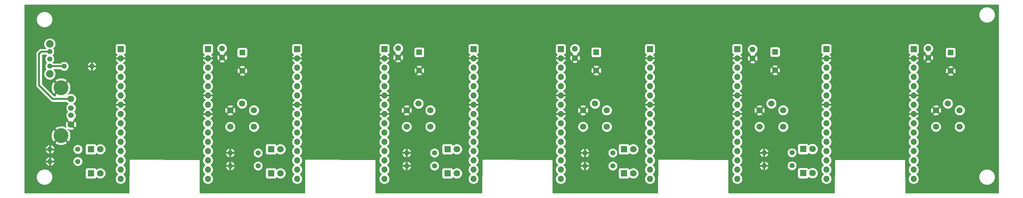
<source format=gbr>
G04 #@! TF.GenerationSoftware,KiCad,Pcbnew,(5.0.0-3-g5ebb6b6)*
G04 #@! TF.CreationDate,2018-09-13T19:08:09-07:00*
G04 #@! TF.ProjectId,iotkong,696F746B6F6E672E6B696361645F7063,rev?*
G04 #@! TF.SameCoordinates,Original*
G04 #@! TF.FileFunction,Copper,L2,Bot,Signal*
G04 #@! TF.FilePolarity,Positive*
%FSLAX46Y46*%
G04 Gerber Fmt 4.6, Leading zero omitted, Abs format (unit mm)*
G04 Created by KiCad (PCBNEW (5.0.0-3-g5ebb6b6)) date Thursday, September 13, 2018 at 07:08:09 PM*
%MOMM*%
%LPD*%
G01*
G04 APERTURE LIST*
G04 #@! TA.AperFunction,ComponentPad*
%ADD10C,2.050000*%
G04 #@! TD*
G04 #@! TA.AperFunction,ComponentPad*
%ADD11C,1.400000*%
G04 #@! TD*
G04 #@! TA.AperFunction,ComponentPad*
%ADD12O,1.400000X1.400000*%
G04 #@! TD*
G04 #@! TA.AperFunction,ComponentPad*
%ADD13C,1.700000*%
G04 #@! TD*
G04 #@! TA.AperFunction,ComponentPad*
%ADD14C,4.064000*%
G04 #@! TD*
G04 #@! TA.AperFunction,ComponentPad*
%ADD15C,1.800000*%
G04 #@! TD*
G04 #@! TA.AperFunction,ComponentPad*
%ADD16C,1.524000*%
G04 #@! TD*
G04 #@! TA.AperFunction,ComponentPad*
%ADD17R,1.700000X1.700000*%
G04 #@! TD*
G04 #@! TA.AperFunction,ComponentPad*
%ADD18O,1.700000X1.700000*%
G04 #@! TD*
G04 #@! TA.AperFunction,ComponentPad*
%ADD19R,1.600000X1.600000*%
G04 #@! TD*
G04 #@! TA.AperFunction,ComponentPad*
%ADD20C,1.600000*%
G04 #@! TD*
G04 #@! TA.AperFunction,ComponentPad*
%ADD21R,1.800000X1.800000*%
G04 #@! TD*
G04 #@! TA.AperFunction,Conductor*
%ADD22C,0.508000*%
G04 #@! TD*
G04 #@! TA.AperFunction,Conductor*
%ADD23C,0.254000*%
G04 #@! TD*
G04 APERTURE END LIST*
D10*
G04 #@! TO.P,SW1,5*
G04 #@! TO.N,N/C*
X44627800Y-49900400D03*
G04 #@! TO.P,SW1,4*
X44627800Y-58100400D03*
D11*
G04 #@! TO.P,SW1,3*
G04 #@! TO.N,Net-(R1-Pad1)*
X44627800Y-56000400D03*
G04 #@! TO.P,SW1,1*
G04 #@! TO.N,Net-(J2-Pad1)*
X44627800Y-52000400D03*
G04 #@! TO.P,SW1,2*
G04 #@! TO.N,VCC*
X44627800Y-54000400D03*
G04 #@! TD*
D12*
G04 #@! TO.P,R1,2*
G04 #@! TO.N,GND*
X56159400Y-56007000D03*
D11*
G04 #@! TO.P,R1,1*
G04 #@! TO.N,Net-(R1-Pad1)*
X48539400Y-56007000D03*
G04 #@! TD*
D12*
G04 #@! TO.P,R2,2*
G04 #@! TO.N,GND*
X44678600Y-82092800D03*
D11*
G04 #@! TO.P,R2,1*
G04 #@! TO.N,Net-(D1-Pad1)*
X52298600Y-82092800D03*
G04 #@! TD*
D12*
G04 #@! TO.P,R3,2*
G04 #@! TO.N,GND*
X44678600Y-78765400D03*
D11*
G04 #@! TO.P,R3,1*
G04 #@! TO.N,Net-(D2-Pad1)*
X52298600Y-78765400D03*
G04 #@! TD*
D12*
G04 #@! TO.P,R4,2*
G04 #@! TO.N,GND*
X93980000Y-83312000D03*
D11*
G04 #@! TO.P,R4,1*
G04 #@! TO.N,Net-(D3-Pad1)*
X101600000Y-83312000D03*
G04 #@! TD*
D12*
G04 #@! TO.P,R5,2*
G04 #@! TO.N,GND*
X93980000Y-79756000D03*
D11*
G04 #@! TO.P,R5,1*
G04 #@! TO.N,Net-(D4-Pad1)*
X101600000Y-79756000D03*
G04 #@! TD*
D12*
G04 #@! TO.P,R6,2*
G04 #@! TO.N,GND*
X142240000Y-83312000D03*
D11*
G04 #@! TO.P,R6,1*
G04 #@! TO.N,Net-(D5-Pad1)*
X149860000Y-83312000D03*
G04 #@! TD*
D12*
G04 #@! TO.P,R7,2*
G04 #@! TO.N,GND*
X142240000Y-79756000D03*
D11*
G04 #@! TO.P,R7,1*
G04 #@! TO.N,Net-(D6-Pad1)*
X149860000Y-79756000D03*
G04 #@! TD*
D12*
G04 #@! TO.P,R8,2*
G04 #@! TO.N,GND*
X191008000Y-83312000D03*
D11*
G04 #@! TO.P,R8,1*
G04 #@! TO.N,Net-(D7-Pad1)*
X198628000Y-83312000D03*
G04 #@! TD*
D12*
G04 #@! TO.P,R9,2*
G04 #@! TO.N,GND*
X191008000Y-79756000D03*
D11*
G04 #@! TO.P,R9,1*
G04 #@! TO.N,Net-(D8-Pad1)*
X198628000Y-79756000D03*
G04 #@! TD*
D12*
G04 #@! TO.P,R10,2*
G04 #@! TO.N,GND*
X240030000Y-83261200D03*
D11*
G04 #@! TO.P,R10,1*
G04 #@! TO.N,Net-(D9-Pad1)*
X247650000Y-83261200D03*
G04 #@! TD*
D12*
G04 #@! TO.P,R11,2*
G04 #@! TO.N,GND*
X240030000Y-79705200D03*
D11*
G04 #@! TO.P,R11,1*
G04 #@! TO.N,Net-(D10-Pad1)*
X247650000Y-79705200D03*
G04 #@! TD*
D13*
G04 #@! TO.P,SW3,5*
G04 #@! TO.N,N/C*
X145490000Y-66222000D03*
G04 #@! TO.P,SW3,1*
G04 #@! TO.N,GND*
X142240000Y-68072000D03*
G04 #@! TO.P,SW3,2*
G04 #@! TO.N,Net-(J5-Pad3)*
X148740000Y-68072000D03*
G04 #@! TO.P,SW3,3*
G04 #@! TO.N,N/C*
X142240000Y-72572000D03*
G04 #@! TO.P,SW3,4*
X148740000Y-72572000D03*
G04 #@! TD*
G04 #@! TO.P,SW4,5*
G04 #@! TO.N,N/C*
X193750000Y-66222000D03*
G04 #@! TO.P,SW4,1*
G04 #@! TO.N,GND*
X190500000Y-68072000D03*
G04 #@! TO.P,SW4,2*
G04 #@! TO.N,Net-(J7-Pad3)*
X197000000Y-68072000D03*
G04 #@! TO.P,SW4,3*
G04 #@! TO.N,N/C*
X190500000Y-72572000D03*
G04 #@! TO.P,SW4,4*
X197000000Y-72572000D03*
G04 #@! TD*
G04 #@! TO.P,SW6,5*
G04 #@! TO.N,N/C*
X290270000Y-66222000D03*
G04 #@! TO.P,SW6,1*
G04 #@! TO.N,GND*
X287020000Y-68072000D03*
G04 #@! TO.P,SW6,2*
G04 #@! TO.N,Net-(J10-Pad3)*
X293520000Y-68072000D03*
G04 #@! TO.P,SW6,3*
G04 #@! TO.N,N/C*
X287020000Y-72572000D03*
G04 #@! TO.P,SW6,4*
X293520000Y-72572000D03*
G04 #@! TD*
G04 #@! TO.P,SW5,5*
G04 #@! TO.N,N/C*
X242010000Y-66222000D03*
G04 #@! TO.P,SW5,1*
G04 #@! TO.N,GND*
X238760000Y-68072000D03*
G04 #@! TO.P,SW5,2*
G04 #@! TO.N,Net-(J11-Pad3)*
X245260000Y-68072000D03*
G04 #@! TO.P,SW5,3*
G04 #@! TO.N,N/C*
X238760000Y-72572000D03*
G04 #@! TO.P,SW5,4*
X245260000Y-72572000D03*
G04 #@! TD*
G04 #@! TO.P,SW2,5*
G04 #@! TO.N,N/C*
X97230000Y-66222000D03*
G04 #@! TO.P,SW2,1*
G04 #@! TO.N,GND*
X93980000Y-68072000D03*
G04 #@! TO.P,SW2,2*
G04 #@! TO.N,Net-(J3-Pad3)*
X100480000Y-68072000D03*
G04 #@! TO.P,SW2,3*
G04 #@! TO.N,N/C*
X93980000Y-72572000D03*
G04 #@! TO.P,SW2,4*
X100480000Y-72572000D03*
G04 #@! TD*
D14*
G04 #@! TO.P,J2,5*
G04 #@! TO.N,GND*
X47701200Y-75018900D03*
D15*
G04 #@! TO.P,J2,4*
X50419000Y-71958200D03*
D16*
G04 #@! TO.P,J2,3*
G04 #@! TO.N,Net-(J2-Pad3)*
X50419000Y-69456300D03*
G04 #@! TO.P,J2,2*
G04 #@! TO.N,Net-(J2-Pad2)*
X50419000Y-67449700D03*
D15*
G04 #@! TO.P,J2,1*
G04 #@! TO.N,Net-(J2-Pad1)*
X50419000Y-64947800D03*
D14*
G04 #@! TO.P,J2,5*
G04 #@! TO.N,GND*
X47701200Y-61887100D03*
G04 #@! TD*
D17*
G04 #@! TO.P,J8,1*
G04 #@! TO.N,Net-(J8-Pad1)*
X257048000Y-51308000D03*
D18*
G04 #@! TO.P,J8,2*
G04 #@! TO.N,GND*
X257048000Y-53848000D03*
G04 #@! TO.P,J8,3*
G04 #@! TO.N,Net-(J8-Pad3)*
X257048000Y-56388000D03*
G04 #@! TO.P,J8,4*
G04 #@! TO.N,Net-(J8-Pad4)*
X257048000Y-58928000D03*
G04 #@! TO.P,J8,5*
G04 #@! TO.N,Net-(J8-Pad5)*
X257048000Y-61468000D03*
G04 #@! TO.P,J8,6*
G04 #@! TO.N,Net-(J8-Pad6)*
X257048000Y-64008000D03*
G04 #@! TO.P,J8,7*
G04 #@! TO.N,GND*
X257048000Y-66548000D03*
G04 #@! TO.P,J8,8*
G04 #@! TO.N,Net-(J8-Pad8)*
X257048000Y-69088000D03*
G04 #@! TO.P,J8,9*
G04 #@! TO.N,Net-(J8-Pad9)*
X257048000Y-71628000D03*
G04 #@! TO.P,J8,10*
G04 #@! TO.N,Net-(J8-Pad10)*
X257048000Y-74168000D03*
G04 #@! TO.P,J8,11*
G04 #@! TO.N,Net-(J8-Pad11)*
X257048000Y-76708000D03*
G04 #@! TO.P,J8,12*
G04 #@! TO.N,Net-(J8-Pad12)*
X257048000Y-79248000D03*
G04 #@! TO.P,J8,13*
G04 #@! TO.N,LED9*
X257048000Y-81788000D03*
G04 #@! TO.P,J8,14*
G04 #@! TO.N,LED10*
X257048000Y-84328000D03*
G04 #@! TO.P,J8,15*
G04 #@! TO.N,Net-(J8-Pad15)*
X257048000Y-86868000D03*
G04 #@! TD*
D17*
G04 #@! TO.P,J9,1*
G04 #@! TO.N,Net-(J9-Pad1)*
X208788000Y-51308000D03*
D18*
G04 #@! TO.P,J9,2*
G04 #@! TO.N,GND*
X208788000Y-53848000D03*
G04 #@! TO.P,J9,3*
G04 #@! TO.N,Net-(J9-Pad3)*
X208788000Y-56388000D03*
G04 #@! TO.P,J9,4*
G04 #@! TO.N,Net-(J9-Pad4)*
X208788000Y-58928000D03*
G04 #@! TO.P,J9,5*
G04 #@! TO.N,Net-(J9-Pad5)*
X208788000Y-61468000D03*
G04 #@! TO.P,J9,6*
G04 #@! TO.N,Net-(J9-Pad6)*
X208788000Y-64008000D03*
G04 #@! TO.P,J9,7*
G04 #@! TO.N,GND*
X208788000Y-66548000D03*
G04 #@! TO.P,J9,8*
G04 #@! TO.N,Net-(J9-Pad8)*
X208788000Y-69088000D03*
G04 #@! TO.P,J9,9*
G04 #@! TO.N,Net-(J9-Pad9)*
X208788000Y-71628000D03*
G04 #@! TO.P,J9,10*
G04 #@! TO.N,Net-(J9-Pad10)*
X208788000Y-74168000D03*
G04 #@! TO.P,J9,11*
G04 #@! TO.N,Net-(J9-Pad11)*
X208788000Y-76708000D03*
G04 #@! TO.P,J9,12*
G04 #@! TO.N,Net-(J9-Pad12)*
X208788000Y-79248000D03*
G04 #@! TO.P,J9,13*
G04 #@! TO.N,LED7*
X208788000Y-81788000D03*
G04 #@! TO.P,J9,14*
G04 #@! TO.N,LED8*
X208788000Y-84328000D03*
G04 #@! TO.P,J9,15*
G04 #@! TO.N,Net-(J9-Pad15)*
X208788000Y-86868000D03*
G04 #@! TD*
D17*
G04 #@! TO.P,J6,1*
G04 #@! TO.N,Net-(J6-Pad1)*
X160528000Y-51308000D03*
D18*
G04 #@! TO.P,J6,2*
G04 #@! TO.N,GND*
X160528000Y-53848000D03*
G04 #@! TO.P,J6,3*
G04 #@! TO.N,Net-(J6-Pad3)*
X160528000Y-56388000D03*
G04 #@! TO.P,J6,4*
G04 #@! TO.N,Net-(J6-Pad4)*
X160528000Y-58928000D03*
G04 #@! TO.P,J6,5*
G04 #@! TO.N,Net-(J6-Pad5)*
X160528000Y-61468000D03*
G04 #@! TO.P,J6,6*
G04 #@! TO.N,Net-(J6-Pad6)*
X160528000Y-64008000D03*
G04 #@! TO.P,J6,7*
G04 #@! TO.N,GND*
X160528000Y-66548000D03*
G04 #@! TO.P,J6,8*
G04 #@! TO.N,Net-(J6-Pad8)*
X160528000Y-69088000D03*
G04 #@! TO.P,J6,9*
G04 #@! TO.N,Net-(J6-Pad9)*
X160528000Y-71628000D03*
G04 #@! TO.P,J6,10*
G04 #@! TO.N,Net-(J6-Pad10)*
X160528000Y-74168000D03*
G04 #@! TO.P,J6,11*
G04 #@! TO.N,Net-(J6-Pad11)*
X160528000Y-76708000D03*
G04 #@! TO.P,J6,12*
G04 #@! TO.N,Net-(J6-Pad12)*
X160528000Y-79248000D03*
G04 #@! TO.P,J6,13*
G04 #@! TO.N,LED5*
X160528000Y-81788000D03*
G04 #@! TO.P,J6,14*
G04 #@! TO.N,LED6*
X160528000Y-84328000D03*
G04 #@! TO.P,J6,15*
G04 #@! TO.N,Net-(J6-Pad15)*
X160528000Y-86868000D03*
G04 #@! TD*
D17*
G04 #@! TO.P,J4,1*
G04 #@! TO.N,Net-(J4-Pad1)*
X112268000Y-51308000D03*
D18*
G04 #@! TO.P,J4,2*
G04 #@! TO.N,GND*
X112268000Y-53848000D03*
G04 #@! TO.P,J4,3*
G04 #@! TO.N,Net-(J4-Pad3)*
X112268000Y-56388000D03*
G04 #@! TO.P,J4,4*
G04 #@! TO.N,Net-(J4-Pad4)*
X112268000Y-58928000D03*
G04 #@! TO.P,J4,5*
G04 #@! TO.N,Net-(J4-Pad5)*
X112268000Y-61468000D03*
G04 #@! TO.P,J4,6*
G04 #@! TO.N,Net-(J4-Pad6)*
X112268000Y-64008000D03*
G04 #@! TO.P,J4,7*
G04 #@! TO.N,GND*
X112268000Y-66548000D03*
G04 #@! TO.P,J4,8*
G04 #@! TO.N,Net-(J4-Pad8)*
X112268000Y-69088000D03*
G04 #@! TO.P,J4,9*
G04 #@! TO.N,Net-(J4-Pad9)*
X112268000Y-71628000D03*
G04 #@! TO.P,J4,10*
G04 #@! TO.N,Net-(J4-Pad10)*
X112268000Y-74168000D03*
G04 #@! TO.P,J4,11*
G04 #@! TO.N,Net-(J4-Pad11)*
X112268000Y-76708000D03*
G04 #@! TO.P,J4,12*
G04 #@! TO.N,Net-(J4-Pad12)*
X112268000Y-79248000D03*
G04 #@! TO.P,J4,13*
G04 #@! TO.N,LED3*
X112268000Y-81788000D03*
G04 #@! TO.P,J4,14*
G04 #@! TO.N,LED4*
X112268000Y-84328000D03*
G04 #@! TO.P,J4,15*
G04 #@! TO.N,Net-(J4-Pad15)*
X112268000Y-86868000D03*
G04 #@! TD*
G04 #@! TO.P,J10,15*
G04 #@! TO.N,Net-(J10-Pad15)*
X280924000Y-86868000D03*
G04 #@! TO.P,J10,14*
G04 #@! TO.N,Net-(J10-Pad14)*
X280924000Y-84328000D03*
G04 #@! TO.P,J10,13*
G04 #@! TO.N,Net-(J10-Pad13)*
X280924000Y-81788000D03*
G04 #@! TO.P,J10,12*
G04 #@! TO.N,Net-(J10-Pad12)*
X280924000Y-79248000D03*
G04 #@! TO.P,J10,11*
G04 #@! TO.N,Net-(J10-Pad11)*
X280924000Y-76708000D03*
G04 #@! TO.P,J10,10*
G04 #@! TO.N,Net-(J10-Pad10)*
X280924000Y-74168000D03*
G04 #@! TO.P,J10,9*
G04 #@! TO.N,Net-(J10-Pad9)*
X280924000Y-71628000D03*
G04 #@! TO.P,J10,8*
G04 #@! TO.N,GND*
X280924000Y-69088000D03*
G04 #@! TO.P,J10,7*
G04 #@! TO.N,Net-(J10-Pad7)*
X280924000Y-66548000D03*
G04 #@! TO.P,J10,6*
G04 #@! TO.N,GND*
X280924000Y-64008000D03*
G04 #@! TO.P,J10,5*
G04 #@! TO.N,Net-(J10-Pad5)*
X280924000Y-61468000D03*
G04 #@! TO.P,J10,4*
G04 #@! TO.N,Net-(J10-Pad4)*
X280924000Y-58928000D03*
G04 #@! TO.P,J10,3*
G04 #@! TO.N,Net-(J10-Pad3)*
X280924000Y-56388000D03*
G04 #@! TO.P,J10,2*
G04 #@! TO.N,GND*
X280924000Y-53848000D03*
D17*
G04 #@! TO.P,J10,1*
G04 #@! TO.N,VCC*
X280924000Y-51308000D03*
G04 #@! TD*
D18*
G04 #@! TO.P,J11,15*
G04 #@! TO.N,Net-(J11-Pad15)*
X232664000Y-86868000D03*
G04 #@! TO.P,J11,14*
G04 #@! TO.N,Net-(J11-Pad14)*
X232664000Y-84328000D03*
G04 #@! TO.P,J11,13*
G04 #@! TO.N,Net-(J11-Pad13)*
X232664000Y-81788000D03*
G04 #@! TO.P,J11,12*
G04 #@! TO.N,Net-(J11-Pad12)*
X232664000Y-79248000D03*
G04 #@! TO.P,J11,11*
G04 #@! TO.N,Net-(J11-Pad11)*
X232664000Y-76708000D03*
G04 #@! TO.P,J11,10*
G04 #@! TO.N,Net-(J11-Pad10)*
X232664000Y-74168000D03*
G04 #@! TO.P,J11,9*
G04 #@! TO.N,Net-(J11-Pad9)*
X232664000Y-71628000D03*
G04 #@! TO.P,J11,8*
G04 #@! TO.N,GND*
X232664000Y-69088000D03*
G04 #@! TO.P,J11,7*
G04 #@! TO.N,Net-(J11-Pad7)*
X232664000Y-66548000D03*
G04 #@! TO.P,J11,6*
G04 #@! TO.N,GND*
X232664000Y-64008000D03*
G04 #@! TO.P,J11,5*
G04 #@! TO.N,Net-(J11-Pad5)*
X232664000Y-61468000D03*
G04 #@! TO.P,J11,4*
G04 #@! TO.N,Net-(J11-Pad4)*
X232664000Y-58928000D03*
G04 #@! TO.P,J11,3*
G04 #@! TO.N,Net-(J11-Pad3)*
X232664000Y-56388000D03*
G04 #@! TO.P,J11,2*
G04 #@! TO.N,GND*
X232664000Y-53848000D03*
D17*
G04 #@! TO.P,J11,1*
G04 #@! TO.N,VCC*
X232664000Y-51308000D03*
G04 #@! TD*
D18*
G04 #@! TO.P,J7,15*
G04 #@! TO.N,Net-(J7-Pad15)*
X184404000Y-86868000D03*
G04 #@! TO.P,J7,14*
G04 #@! TO.N,Net-(J7-Pad14)*
X184404000Y-84328000D03*
G04 #@! TO.P,J7,13*
G04 #@! TO.N,Net-(J7-Pad13)*
X184404000Y-81788000D03*
G04 #@! TO.P,J7,12*
G04 #@! TO.N,Net-(J7-Pad12)*
X184404000Y-79248000D03*
G04 #@! TO.P,J7,11*
G04 #@! TO.N,Net-(J7-Pad11)*
X184404000Y-76708000D03*
G04 #@! TO.P,J7,10*
G04 #@! TO.N,Net-(J7-Pad10)*
X184404000Y-74168000D03*
G04 #@! TO.P,J7,9*
G04 #@! TO.N,Net-(J7-Pad9)*
X184404000Y-71628000D03*
G04 #@! TO.P,J7,8*
G04 #@! TO.N,GND*
X184404000Y-69088000D03*
G04 #@! TO.P,J7,7*
G04 #@! TO.N,Net-(J7-Pad7)*
X184404000Y-66548000D03*
G04 #@! TO.P,J7,6*
G04 #@! TO.N,GND*
X184404000Y-64008000D03*
G04 #@! TO.P,J7,5*
G04 #@! TO.N,Net-(J7-Pad5)*
X184404000Y-61468000D03*
G04 #@! TO.P,J7,4*
G04 #@! TO.N,Net-(J7-Pad4)*
X184404000Y-58928000D03*
G04 #@! TO.P,J7,3*
G04 #@! TO.N,Net-(J7-Pad3)*
X184404000Y-56388000D03*
G04 #@! TO.P,J7,2*
G04 #@! TO.N,GND*
X184404000Y-53848000D03*
D17*
G04 #@! TO.P,J7,1*
G04 #@! TO.N,VCC*
X184404000Y-51308000D03*
G04 #@! TD*
D18*
G04 #@! TO.P,J5,15*
G04 #@! TO.N,Net-(J5-Pad15)*
X136144000Y-86868000D03*
G04 #@! TO.P,J5,14*
G04 #@! TO.N,Net-(J5-Pad14)*
X136144000Y-84328000D03*
G04 #@! TO.P,J5,13*
G04 #@! TO.N,Net-(J5-Pad13)*
X136144000Y-81788000D03*
G04 #@! TO.P,J5,12*
G04 #@! TO.N,Net-(J5-Pad12)*
X136144000Y-79248000D03*
G04 #@! TO.P,J5,11*
G04 #@! TO.N,Net-(J5-Pad11)*
X136144000Y-76708000D03*
G04 #@! TO.P,J5,10*
G04 #@! TO.N,Net-(J5-Pad10)*
X136144000Y-74168000D03*
G04 #@! TO.P,J5,9*
G04 #@! TO.N,Net-(J5-Pad9)*
X136144000Y-71628000D03*
G04 #@! TO.P,J5,8*
G04 #@! TO.N,GND*
X136144000Y-69088000D03*
G04 #@! TO.P,J5,7*
G04 #@! TO.N,Net-(J5-Pad7)*
X136144000Y-66548000D03*
G04 #@! TO.P,J5,6*
G04 #@! TO.N,GND*
X136144000Y-64008000D03*
G04 #@! TO.P,J5,5*
G04 #@! TO.N,Net-(J5-Pad5)*
X136144000Y-61468000D03*
G04 #@! TO.P,J5,4*
G04 #@! TO.N,Net-(J5-Pad4)*
X136144000Y-58928000D03*
G04 #@! TO.P,J5,3*
G04 #@! TO.N,Net-(J5-Pad3)*
X136144000Y-56388000D03*
G04 #@! TO.P,J5,2*
G04 #@! TO.N,GND*
X136144000Y-53848000D03*
D17*
G04 #@! TO.P,J5,1*
G04 #@! TO.N,VCC*
X136144000Y-51308000D03*
G04 #@! TD*
D19*
G04 #@! TO.P,C5,1*
G04 #@! TO.N,VCC*
X291033200Y-52273200D03*
D20*
G04 #@! TO.P,C5,2*
G04 #@! TO.N,GND*
X291033200Y-57273200D03*
G04 #@! TD*
D19*
G04 #@! TO.P,C4,1*
G04 #@! TO.N,VCC*
X243001800Y-52095400D03*
D20*
G04 #@! TO.P,C4,2*
G04 #@! TO.N,GND*
X243001800Y-57095400D03*
G04 #@! TD*
D19*
G04 #@! TO.P,C3,1*
G04 #@! TO.N,VCC*
X194106800Y-52171600D03*
D20*
G04 #@! TO.P,C3,2*
G04 #@! TO.N,GND*
X194106800Y-57171600D03*
G04 #@! TD*
D19*
G04 #@! TO.P,C2,1*
G04 #@! TO.N,VCC*
X145694400Y-52171600D03*
D20*
G04 #@! TO.P,C2,2*
G04 #@! TO.N,GND*
X145694400Y-57171600D03*
G04 #@! TD*
D17*
G04 #@! TO.P,J3,1*
G04 #@! TO.N,VCC*
X87884000Y-51308000D03*
D18*
G04 #@! TO.P,J3,2*
G04 #@! TO.N,GND*
X87884000Y-53848000D03*
G04 #@! TO.P,J3,3*
G04 #@! TO.N,Net-(J3-Pad3)*
X87884000Y-56388000D03*
G04 #@! TO.P,J3,4*
G04 #@! TO.N,Net-(J3-Pad4)*
X87884000Y-58928000D03*
G04 #@! TO.P,J3,5*
G04 #@! TO.N,Net-(J3-Pad5)*
X87884000Y-61468000D03*
G04 #@! TO.P,J3,6*
G04 #@! TO.N,GND*
X87884000Y-64008000D03*
G04 #@! TO.P,J3,7*
G04 #@! TO.N,Net-(J3-Pad7)*
X87884000Y-66548000D03*
G04 #@! TO.P,J3,8*
G04 #@! TO.N,GND*
X87884000Y-69088000D03*
G04 #@! TO.P,J3,9*
G04 #@! TO.N,Net-(J3-Pad9)*
X87884000Y-71628000D03*
G04 #@! TO.P,J3,10*
G04 #@! TO.N,Net-(J3-Pad10)*
X87884000Y-74168000D03*
G04 #@! TO.P,J3,11*
G04 #@! TO.N,Net-(J3-Pad11)*
X87884000Y-76708000D03*
G04 #@! TO.P,J3,12*
G04 #@! TO.N,Net-(J3-Pad12)*
X87884000Y-79248000D03*
G04 #@! TO.P,J3,13*
G04 #@! TO.N,Net-(J3-Pad13)*
X87884000Y-81788000D03*
G04 #@! TO.P,J3,14*
G04 #@! TO.N,Net-(J3-Pad14)*
X87884000Y-84328000D03*
G04 #@! TO.P,J3,15*
G04 #@! TO.N,Net-(J3-Pad15)*
X87884000Y-86868000D03*
G04 #@! TD*
G04 #@! TO.P,J1,15*
G04 #@! TO.N,Net-(J1-Pad15)*
X64008000Y-86868000D03*
G04 #@! TO.P,J1,14*
G04 #@! TO.N,LED2*
X64008000Y-84328000D03*
G04 #@! TO.P,J1,13*
G04 #@! TO.N,LED1*
X64008000Y-81788000D03*
G04 #@! TO.P,J1,12*
G04 #@! TO.N,Net-(J1-Pad12)*
X64008000Y-79248000D03*
G04 #@! TO.P,J1,11*
G04 #@! TO.N,Net-(J1-Pad11)*
X64008000Y-76708000D03*
G04 #@! TO.P,J1,10*
G04 #@! TO.N,Net-(J1-Pad10)*
X64008000Y-74168000D03*
G04 #@! TO.P,J1,9*
G04 #@! TO.N,Net-(J1-Pad9)*
X64008000Y-71628000D03*
G04 #@! TO.P,J1,8*
G04 #@! TO.N,Net-(J1-Pad8)*
X64008000Y-69088000D03*
G04 #@! TO.P,J1,7*
G04 #@! TO.N,GND*
X64008000Y-66548000D03*
G04 #@! TO.P,J1,6*
G04 #@! TO.N,Net-(J1-Pad6)*
X64008000Y-64008000D03*
G04 #@! TO.P,J1,5*
G04 #@! TO.N,Net-(J1-Pad5)*
X64008000Y-61468000D03*
G04 #@! TO.P,J1,4*
G04 #@! TO.N,Net-(J1-Pad4)*
X64008000Y-58928000D03*
G04 #@! TO.P,J1,3*
G04 #@! TO.N,Net-(J1-Pad3)*
X64008000Y-56388000D03*
G04 #@! TO.P,J1,2*
G04 #@! TO.N,GND*
X64008000Y-53848000D03*
D17*
G04 #@! TO.P,J1,1*
G04 #@! TO.N,Net-(J1-Pad1)*
X64008000Y-51308000D03*
G04 #@! TD*
D20*
G04 #@! TO.P,C1,2*
G04 #@! TO.N,GND*
X97282000Y-57247800D03*
D19*
G04 #@! TO.P,C1,1*
G04 #@! TO.N,VCC*
X97282000Y-52247800D03*
G04 #@! TD*
D20*
G04 #@! TO.P,C6,1*
G04 #@! TO.N,VCC*
X91770200Y-51130200D03*
G04 #@! TO.P,C6,2*
G04 #@! TO.N,GND*
X91770200Y-53630200D03*
G04 #@! TD*
G04 #@! TO.P,C7,2*
G04 #@! TO.N,GND*
X139928600Y-53579400D03*
G04 #@! TO.P,C7,1*
G04 #@! TO.N,VCC*
X139928600Y-51079400D03*
G04 #@! TD*
G04 #@! TO.P,C8,1*
G04 #@! TO.N,VCC*
X188290200Y-51231800D03*
G04 #@! TO.P,C8,2*
G04 #@! TO.N,GND*
X188290200Y-53731800D03*
G04 #@! TD*
G04 #@! TO.P,C9,2*
G04 #@! TO.N,GND*
X236880400Y-53858800D03*
G04 #@! TO.P,C9,1*
G04 #@! TO.N,VCC*
X236880400Y-51358800D03*
G04 #@! TD*
G04 #@! TO.P,C10,1*
G04 #@! TO.N,VCC*
X284911800Y-51155600D03*
G04 #@! TO.P,C10,2*
G04 #@! TO.N,GND*
X284911800Y-53655600D03*
G04 #@! TD*
D15*
G04 #@! TO.P,D1,2*
G04 #@! TO.N,LED2*
X58420000Y-85344000D03*
D21*
G04 #@! TO.P,D1,1*
G04 #@! TO.N,Net-(D1-Pad1)*
X55880000Y-85344000D03*
G04 #@! TD*
G04 #@! TO.P,D2,1*
G04 #@! TO.N,Net-(D2-Pad1)*
X55880000Y-78740000D03*
D15*
G04 #@! TO.P,D2,2*
G04 #@! TO.N,LED1*
X58420000Y-78740000D03*
G04 #@! TD*
G04 #@! TO.P,D3,2*
G04 #@! TO.N,LED4*
X107696000Y-85344000D03*
D21*
G04 #@! TO.P,D3,1*
G04 #@! TO.N,Net-(D3-Pad1)*
X105156000Y-85344000D03*
G04 #@! TD*
G04 #@! TO.P,D4,1*
G04 #@! TO.N,Net-(D4-Pad1)*
X105156000Y-78740000D03*
D15*
G04 #@! TO.P,D4,2*
G04 #@! TO.N,LED3*
X107696000Y-78740000D03*
G04 #@! TD*
G04 #@! TO.P,D5,2*
G04 #@! TO.N,LED6*
X155956000Y-85344000D03*
D21*
G04 #@! TO.P,D5,1*
G04 #@! TO.N,Net-(D5-Pad1)*
X153416000Y-85344000D03*
G04 #@! TD*
G04 #@! TO.P,D6,1*
G04 #@! TO.N,Net-(D6-Pad1)*
X153416000Y-78740000D03*
D15*
G04 #@! TO.P,D6,2*
G04 #@! TO.N,LED5*
X155956000Y-78740000D03*
G04 #@! TD*
G04 #@! TO.P,D7,2*
G04 #@! TO.N,LED8*
X204216000Y-85344000D03*
D21*
G04 #@! TO.P,D7,1*
G04 #@! TO.N,Net-(D7-Pad1)*
X201676000Y-85344000D03*
G04 #@! TD*
D15*
G04 #@! TO.P,D8,2*
G04 #@! TO.N,LED7*
X204216000Y-78740000D03*
D21*
G04 #@! TO.P,D8,1*
G04 #@! TO.N,Net-(D8-Pad1)*
X201676000Y-78740000D03*
G04 #@! TD*
G04 #@! TO.P,D9,1*
G04 #@! TO.N,Net-(D9-Pad1)*
X250698000Y-85293200D03*
D15*
G04 #@! TO.P,D9,2*
G04 #@! TO.N,LED10*
X253238000Y-85293200D03*
G04 #@! TD*
D21*
G04 #@! TO.P,D10,1*
G04 #@! TO.N,Net-(D10-Pad1)*
X250698000Y-78689200D03*
D15*
G04 #@! TO.P,D10,2*
G04 #@! TO.N,LED9*
X253238000Y-78689200D03*
G04 #@! TD*
D22*
G04 #@! TO.N,Net-(J2-Pad1)*
X41706800Y-52578000D02*
X42284400Y-52000400D01*
X41706800Y-61214000D02*
X41706800Y-52578000D01*
X45440600Y-64947800D02*
X41706800Y-61214000D01*
X42284400Y-52000400D02*
X44627800Y-52000400D01*
X50419000Y-64947800D02*
X45440600Y-64947800D01*
G04 #@! TO.N,Net-(R1-Pad1)*
X48532800Y-56000400D02*
X48539400Y-56007000D01*
X44627800Y-56000400D02*
X48532800Y-56000400D01*
G04 #@! TD*
D23*
G04 #@! TO.N,GND*
G36*
X304065001Y-90705000D02*
X278724790Y-90705000D01*
X278702402Y-81675626D01*
X278692799Y-81627496D01*
X278665324Y-81586258D01*
X278624158Y-81558673D01*
X278575570Y-81548941D01*
X259423970Y-81523541D01*
X259376052Y-81532859D01*
X259334652Y-81560090D01*
X259306824Y-81601092D01*
X259296805Y-81649621D01*
X259231215Y-90705000D01*
X230372164Y-90705000D01*
X230349698Y-81644006D01*
X230340095Y-81595876D01*
X230312620Y-81554638D01*
X230271454Y-81527053D01*
X230222866Y-81517321D01*
X211071266Y-81491921D01*
X211023348Y-81501239D01*
X210981948Y-81528470D01*
X210954120Y-81569472D01*
X210944101Y-81618001D01*
X210878282Y-90705000D01*
X182267466Y-90705000D01*
X182245000Y-81644006D01*
X182235397Y-81595876D01*
X182207922Y-81554638D01*
X182166756Y-81527053D01*
X182118168Y-81517321D01*
X162966568Y-81491921D01*
X162918650Y-81501239D01*
X162877250Y-81528470D01*
X162849422Y-81569472D01*
X162839403Y-81618001D01*
X162773584Y-90705000D01*
X133804266Y-90705000D01*
X133781800Y-81644006D01*
X133772197Y-81595876D01*
X133744722Y-81554638D01*
X133703556Y-81527053D01*
X133654968Y-81517321D01*
X114503368Y-81491921D01*
X114455450Y-81501239D01*
X114414050Y-81528470D01*
X114386222Y-81569472D01*
X114376203Y-81618001D01*
X114310384Y-90705000D01*
X85722066Y-90705000D01*
X85699600Y-81644006D01*
X85689997Y-81595876D01*
X85662522Y-81554638D01*
X85621356Y-81527053D01*
X85572768Y-81517321D01*
X66421168Y-81491921D01*
X66373250Y-81501239D01*
X66331850Y-81528470D01*
X66304022Y-81569472D01*
X66294003Y-81618001D01*
X66228184Y-90705000D01*
X37819000Y-90705000D01*
X37819000Y-85915431D01*
X40945000Y-85915431D01*
X40945000Y-86804569D01*
X41285259Y-87626026D01*
X41913974Y-88254741D01*
X42735431Y-88595000D01*
X43624569Y-88595000D01*
X44446026Y-88254741D01*
X45074741Y-87626026D01*
X45415000Y-86804569D01*
X45415000Y-85915431D01*
X45074741Y-85093974D01*
X44446026Y-84465259D01*
X44394703Y-84444000D01*
X54332560Y-84444000D01*
X54332560Y-86244000D01*
X54381843Y-86491765D01*
X54522191Y-86701809D01*
X54732235Y-86842157D01*
X54980000Y-86891440D01*
X56780000Y-86891440D01*
X57027765Y-86842157D01*
X57237809Y-86701809D01*
X57378157Y-86491765D01*
X57381275Y-86476092D01*
X57550493Y-86645310D01*
X58114670Y-86879000D01*
X58725330Y-86879000D01*
X59289507Y-86645310D01*
X59721310Y-86213507D01*
X59955000Y-85649330D01*
X59955000Y-85038670D01*
X59721310Y-84474493D01*
X59289507Y-84042690D01*
X58725330Y-83809000D01*
X58114670Y-83809000D01*
X57550493Y-84042690D01*
X57381275Y-84211908D01*
X57378157Y-84196235D01*
X57237809Y-83986191D01*
X57027765Y-83845843D01*
X56780000Y-83796560D01*
X54980000Y-83796560D01*
X54732235Y-83845843D01*
X54522191Y-83986191D01*
X54381843Y-84196235D01*
X54332560Y-84444000D01*
X44394703Y-84444000D01*
X43624569Y-84125000D01*
X42735431Y-84125000D01*
X41913974Y-84465259D01*
X41285259Y-85093974D01*
X40945000Y-85915431D01*
X37819000Y-85915431D01*
X37819000Y-82426129D01*
X43385884Y-82426129D01*
X43528803Y-82771196D01*
X43875937Y-83159564D01*
X44345269Y-83385527D01*
X44551600Y-83263006D01*
X44551600Y-82219800D01*
X44805600Y-82219800D01*
X44805600Y-83263006D01*
X45011931Y-83385527D01*
X45481263Y-83159564D01*
X45828397Y-82771196D01*
X45971316Y-82426129D01*
X45847974Y-82219800D01*
X44805600Y-82219800D01*
X44551600Y-82219800D01*
X43509226Y-82219800D01*
X43385884Y-82426129D01*
X37819000Y-82426129D01*
X37819000Y-81759471D01*
X43385884Y-81759471D01*
X43509226Y-81965800D01*
X44551600Y-81965800D01*
X44551600Y-80922594D01*
X44805600Y-80922594D01*
X44805600Y-81965800D01*
X45847974Y-81965800D01*
X45930797Y-81827252D01*
X50963600Y-81827252D01*
X50963600Y-82358348D01*
X51166842Y-82849017D01*
X51542383Y-83224558D01*
X52033052Y-83427800D01*
X52564148Y-83427800D01*
X53054817Y-83224558D01*
X53430358Y-82849017D01*
X53633600Y-82358348D01*
X53633600Y-81827252D01*
X53430358Y-81336583D01*
X53054817Y-80961042D01*
X52564148Y-80757800D01*
X52033052Y-80757800D01*
X51542383Y-80961042D01*
X51166842Y-81336583D01*
X50963600Y-81827252D01*
X45930797Y-81827252D01*
X45971316Y-81759471D01*
X45828397Y-81414404D01*
X45481263Y-81026036D01*
X45011931Y-80800073D01*
X44805600Y-80922594D01*
X44551600Y-80922594D01*
X44345269Y-80800073D01*
X43875937Y-81026036D01*
X43528803Y-81414404D01*
X43385884Y-81759471D01*
X37819000Y-81759471D01*
X37819000Y-79098729D01*
X43385884Y-79098729D01*
X43528803Y-79443796D01*
X43875937Y-79832164D01*
X44345269Y-80058127D01*
X44551600Y-79935606D01*
X44551600Y-78892400D01*
X44805600Y-78892400D01*
X44805600Y-79935606D01*
X45011931Y-80058127D01*
X45481263Y-79832164D01*
X45828397Y-79443796D01*
X45971316Y-79098729D01*
X45847974Y-78892400D01*
X44805600Y-78892400D01*
X44551600Y-78892400D01*
X43509226Y-78892400D01*
X43385884Y-79098729D01*
X37819000Y-79098729D01*
X37819000Y-78432071D01*
X43385884Y-78432071D01*
X43509226Y-78638400D01*
X44551600Y-78638400D01*
X44551600Y-77595194D01*
X44805600Y-77595194D01*
X44805600Y-78638400D01*
X45847974Y-78638400D01*
X45930797Y-78499852D01*
X50963600Y-78499852D01*
X50963600Y-79030948D01*
X51166842Y-79521617D01*
X51542383Y-79897158D01*
X52033052Y-80100400D01*
X52564148Y-80100400D01*
X53054817Y-79897158D01*
X53430358Y-79521617D01*
X53633600Y-79030948D01*
X53633600Y-78499852D01*
X53430358Y-78009183D01*
X53261175Y-77840000D01*
X54332560Y-77840000D01*
X54332560Y-79640000D01*
X54381843Y-79887765D01*
X54522191Y-80097809D01*
X54732235Y-80238157D01*
X54980000Y-80287440D01*
X56780000Y-80287440D01*
X57027765Y-80238157D01*
X57237809Y-80097809D01*
X57378157Y-79887765D01*
X57381275Y-79872092D01*
X57550493Y-80041310D01*
X58114670Y-80275000D01*
X58725330Y-80275000D01*
X59289507Y-80041310D01*
X59721310Y-79609507D01*
X59955000Y-79045330D01*
X59955000Y-78434670D01*
X59721310Y-77870493D01*
X59289507Y-77438690D01*
X58725330Y-77205000D01*
X58114670Y-77205000D01*
X57550493Y-77438690D01*
X57381275Y-77607908D01*
X57378157Y-77592235D01*
X57237809Y-77382191D01*
X57027765Y-77241843D01*
X56780000Y-77192560D01*
X54980000Y-77192560D01*
X54732235Y-77241843D01*
X54522191Y-77382191D01*
X54381843Y-77592235D01*
X54332560Y-77840000D01*
X53261175Y-77840000D01*
X53054817Y-77633642D01*
X52564148Y-77430400D01*
X52033052Y-77430400D01*
X51542383Y-77633642D01*
X51166842Y-78009183D01*
X50963600Y-78499852D01*
X45930797Y-78499852D01*
X45971316Y-78432071D01*
X45828397Y-78087004D01*
X45481263Y-77698636D01*
X45011931Y-77472673D01*
X44805600Y-77595194D01*
X44551600Y-77595194D01*
X44345269Y-77472673D01*
X43875937Y-77698636D01*
X43528803Y-78087004D01*
X43385884Y-78432071D01*
X37819000Y-78432071D01*
X37819000Y-76917021D01*
X45982684Y-76917021D01*
X46207354Y-77291068D01*
X47190588Y-77689780D01*
X48251557Y-77681875D01*
X49195046Y-77291068D01*
X49419716Y-76917021D01*
X47701200Y-75198505D01*
X45982684Y-76917021D01*
X37819000Y-76917021D01*
X37819000Y-74508288D01*
X45030320Y-74508288D01*
X45038225Y-75569257D01*
X45429032Y-76512746D01*
X45803079Y-76737416D01*
X47521595Y-75018900D01*
X45803079Y-73300384D01*
X45429032Y-73525054D01*
X45030320Y-74508288D01*
X37819000Y-74508288D01*
X37819000Y-73120779D01*
X45982684Y-73120779D01*
X47701200Y-74839295D01*
X47715343Y-74825153D01*
X47894948Y-75004758D01*
X47880805Y-75018900D01*
X49599321Y-76737416D01*
X49973368Y-76512746D01*
X50372080Y-75529512D01*
X50364175Y-74468543D01*
X49973368Y-73525054D01*
X49599323Y-73300385D01*
X49604862Y-73294846D01*
X50178336Y-73504658D01*
X50788460Y-73479039D01*
X51233148Y-73294843D01*
X51319554Y-73038359D01*
X50419000Y-72137805D01*
X50404858Y-72151948D01*
X50225253Y-71972343D01*
X50239395Y-71958200D01*
X50598605Y-71958200D01*
X51499159Y-72858754D01*
X51755643Y-72772348D01*
X51965458Y-72198864D01*
X51939839Y-71588740D01*
X51755643Y-71144052D01*
X51499159Y-71057646D01*
X50598605Y-71958200D01*
X50239395Y-71958200D01*
X49338841Y-71057646D01*
X49082357Y-71144052D01*
X48872542Y-71717536D01*
X48898161Y-72327660D01*
X49046855Y-72686639D01*
X48211812Y-72348020D01*
X47150843Y-72355925D01*
X46207354Y-72746732D01*
X45982684Y-73120779D01*
X37819000Y-73120779D01*
X37819000Y-52578000D01*
X40800384Y-52578000D01*
X40817801Y-52665559D01*
X40817800Y-61126445D01*
X40800384Y-61214000D01*
X40817800Y-61301555D01*
X40869381Y-61560869D01*
X41065867Y-61854933D01*
X41140096Y-61904531D01*
X44750071Y-65514507D01*
X44799667Y-65588733D01*
X44873893Y-65638329D01*
X45093729Y-65785219D01*
X45440600Y-65854216D01*
X45528156Y-65836800D01*
X49137183Y-65836800D01*
X49549493Y-66249110D01*
X49616272Y-66276771D01*
X49234680Y-66658363D01*
X49022000Y-67171819D01*
X49022000Y-67727581D01*
X49234680Y-68241037D01*
X49446643Y-68453000D01*
X49234680Y-68664963D01*
X49022000Y-69178419D01*
X49022000Y-69734181D01*
X49234680Y-70247637D01*
X49607502Y-70620459D01*
X49604852Y-70621557D01*
X49518446Y-70878041D01*
X50419000Y-71778595D01*
X51319554Y-70878041D01*
X51233148Y-70621557D01*
X51230404Y-70620553D01*
X51603320Y-70247637D01*
X51816000Y-69734181D01*
X51816000Y-69178419D01*
X51778548Y-69088000D01*
X62493908Y-69088000D01*
X62609161Y-69667418D01*
X62937375Y-70158625D01*
X63235761Y-70358000D01*
X62937375Y-70557375D01*
X62609161Y-71048582D01*
X62493908Y-71628000D01*
X62609161Y-72207418D01*
X62937375Y-72698625D01*
X63235761Y-72898000D01*
X62937375Y-73097375D01*
X62609161Y-73588582D01*
X62493908Y-74168000D01*
X62609161Y-74747418D01*
X62937375Y-75238625D01*
X63235761Y-75438000D01*
X62937375Y-75637375D01*
X62609161Y-76128582D01*
X62493908Y-76708000D01*
X62609161Y-77287418D01*
X62937375Y-77778625D01*
X63235761Y-77978000D01*
X62937375Y-78177375D01*
X62609161Y-78668582D01*
X62493908Y-79248000D01*
X62609161Y-79827418D01*
X62937375Y-80318625D01*
X63235761Y-80518000D01*
X62937375Y-80717375D01*
X62609161Y-81208582D01*
X62493908Y-81788000D01*
X62609161Y-82367418D01*
X62937375Y-82858625D01*
X63235761Y-83058000D01*
X62937375Y-83257375D01*
X62609161Y-83748582D01*
X62493908Y-84328000D01*
X62609161Y-84907418D01*
X62937375Y-85398625D01*
X63235761Y-85598000D01*
X62937375Y-85797375D01*
X62609161Y-86288582D01*
X62493908Y-86868000D01*
X62609161Y-87447418D01*
X62937375Y-87938625D01*
X63428582Y-88266839D01*
X63861744Y-88353000D01*
X64154256Y-88353000D01*
X64587418Y-88266839D01*
X65078625Y-87938625D01*
X65406839Y-87447418D01*
X65522092Y-86868000D01*
X65406839Y-86288582D01*
X65078625Y-85797375D01*
X64780239Y-85598000D01*
X65078625Y-85398625D01*
X65406839Y-84907418D01*
X65522092Y-84328000D01*
X65406839Y-83748582D01*
X65078625Y-83257375D01*
X64780239Y-83058000D01*
X65078625Y-82858625D01*
X65406839Y-82367418D01*
X65522092Y-81788000D01*
X65406839Y-81208582D01*
X65078625Y-80717375D01*
X64780239Y-80518000D01*
X65078625Y-80318625D01*
X65406839Y-79827418D01*
X65522092Y-79248000D01*
X65406839Y-78668582D01*
X65078625Y-78177375D01*
X64780239Y-77978000D01*
X65078625Y-77778625D01*
X65406839Y-77287418D01*
X65522092Y-76708000D01*
X65406839Y-76128582D01*
X65078625Y-75637375D01*
X64780239Y-75438000D01*
X65078625Y-75238625D01*
X65406839Y-74747418D01*
X65522092Y-74168000D01*
X65406839Y-73588582D01*
X65078625Y-73097375D01*
X64780239Y-72898000D01*
X65078625Y-72698625D01*
X65406839Y-72207418D01*
X65522092Y-71628000D01*
X86369908Y-71628000D01*
X86485161Y-72207418D01*
X86813375Y-72698625D01*
X87111761Y-72898000D01*
X86813375Y-73097375D01*
X86485161Y-73588582D01*
X86369908Y-74168000D01*
X86485161Y-74747418D01*
X86813375Y-75238625D01*
X87111761Y-75438000D01*
X86813375Y-75637375D01*
X86485161Y-76128582D01*
X86369908Y-76708000D01*
X86485161Y-77287418D01*
X86813375Y-77778625D01*
X87111761Y-77978000D01*
X86813375Y-78177375D01*
X86485161Y-78668582D01*
X86369908Y-79248000D01*
X86485161Y-79827418D01*
X86813375Y-80318625D01*
X87111761Y-80518000D01*
X86813375Y-80717375D01*
X86485161Y-81208582D01*
X86369908Y-81788000D01*
X86485161Y-82367418D01*
X86813375Y-82858625D01*
X87111761Y-83058000D01*
X86813375Y-83257375D01*
X86485161Y-83748582D01*
X86369908Y-84328000D01*
X86485161Y-84907418D01*
X86813375Y-85398625D01*
X87111761Y-85598000D01*
X86813375Y-85797375D01*
X86485161Y-86288582D01*
X86369908Y-86868000D01*
X86485161Y-87447418D01*
X86813375Y-87938625D01*
X87304582Y-88266839D01*
X87737744Y-88353000D01*
X88030256Y-88353000D01*
X88463418Y-88266839D01*
X88954625Y-87938625D01*
X89282839Y-87447418D01*
X89398092Y-86868000D01*
X89282839Y-86288582D01*
X88954625Y-85797375D01*
X88656239Y-85598000D01*
X88954625Y-85398625D01*
X89282839Y-84907418D01*
X89398092Y-84328000D01*
X89282839Y-83748582D01*
X89213848Y-83645329D01*
X92687284Y-83645329D01*
X92830203Y-83990396D01*
X93177337Y-84378764D01*
X93646669Y-84604727D01*
X93853000Y-84482206D01*
X93853000Y-83439000D01*
X94107000Y-83439000D01*
X94107000Y-84482206D01*
X94313331Y-84604727D01*
X94782663Y-84378764D01*
X95129797Y-83990396D01*
X95272716Y-83645329D01*
X95149374Y-83439000D01*
X94107000Y-83439000D01*
X93853000Y-83439000D01*
X92810626Y-83439000D01*
X92687284Y-83645329D01*
X89213848Y-83645329D01*
X88954625Y-83257375D01*
X88656239Y-83058000D01*
X88774963Y-82978671D01*
X92687284Y-82978671D01*
X92810626Y-83185000D01*
X93853000Y-83185000D01*
X93853000Y-82141794D01*
X94107000Y-82141794D01*
X94107000Y-83185000D01*
X95149374Y-83185000D01*
X95232197Y-83046452D01*
X100265000Y-83046452D01*
X100265000Y-83577548D01*
X100468242Y-84068217D01*
X100843783Y-84443758D01*
X101334452Y-84647000D01*
X101865548Y-84647000D01*
X102355632Y-84444000D01*
X103608560Y-84444000D01*
X103608560Y-86244000D01*
X103657843Y-86491765D01*
X103798191Y-86701809D01*
X104008235Y-86842157D01*
X104256000Y-86891440D01*
X106056000Y-86891440D01*
X106303765Y-86842157D01*
X106513809Y-86701809D01*
X106654157Y-86491765D01*
X106657275Y-86476092D01*
X106826493Y-86645310D01*
X107390670Y-86879000D01*
X108001330Y-86879000D01*
X108565507Y-86645310D01*
X108997310Y-86213507D01*
X109231000Y-85649330D01*
X109231000Y-85038670D01*
X108997310Y-84474493D01*
X108565507Y-84042690D01*
X108001330Y-83809000D01*
X107390670Y-83809000D01*
X106826493Y-84042690D01*
X106657275Y-84211908D01*
X106654157Y-84196235D01*
X106513809Y-83986191D01*
X106303765Y-83845843D01*
X106056000Y-83796560D01*
X104256000Y-83796560D01*
X104008235Y-83845843D01*
X103798191Y-83986191D01*
X103657843Y-84196235D01*
X103608560Y-84444000D01*
X102355632Y-84444000D01*
X102356217Y-84443758D01*
X102731758Y-84068217D01*
X102935000Y-83577548D01*
X102935000Y-83046452D01*
X102731758Y-82555783D01*
X102356217Y-82180242D01*
X101865548Y-81977000D01*
X101334452Y-81977000D01*
X100843783Y-82180242D01*
X100468242Y-82555783D01*
X100265000Y-83046452D01*
X95232197Y-83046452D01*
X95272716Y-82978671D01*
X95129797Y-82633604D01*
X94782663Y-82245236D01*
X94313331Y-82019273D01*
X94107000Y-82141794D01*
X93853000Y-82141794D01*
X93646669Y-82019273D01*
X93177337Y-82245236D01*
X92830203Y-82633604D01*
X92687284Y-82978671D01*
X88774963Y-82978671D01*
X88954625Y-82858625D01*
X89282839Y-82367418D01*
X89398092Y-81788000D01*
X89282839Y-81208582D01*
X88954625Y-80717375D01*
X88656239Y-80518000D01*
X88954625Y-80318625D01*
X89107835Y-80089329D01*
X92687284Y-80089329D01*
X92830203Y-80434396D01*
X93177337Y-80822764D01*
X93646669Y-81048727D01*
X93853000Y-80926206D01*
X93853000Y-79883000D01*
X94107000Y-79883000D01*
X94107000Y-80926206D01*
X94313331Y-81048727D01*
X94782663Y-80822764D01*
X95129797Y-80434396D01*
X95272716Y-80089329D01*
X95149374Y-79883000D01*
X94107000Y-79883000D01*
X93853000Y-79883000D01*
X92810626Y-79883000D01*
X92687284Y-80089329D01*
X89107835Y-80089329D01*
X89282839Y-79827418D01*
X89363347Y-79422671D01*
X92687284Y-79422671D01*
X92810626Y-79629000D01*
X93853000Y-79629000D01*
X93853000Y-78585794D01*
X94107000Y-78585794D01*
X94107000Y-79629000D01*
X95149374Y-79629000D01*
X95232197Y-79490452D01*
X100265000Y-79490452D01*
X100265000Y-80021548D01*
X100468242Y-80512217D01*
X100843783Y-80887758D01*
X101334452Y-81091000D01*
X101865548Y-81091000D01*
X102356217Y-80887758D01*
X102731758Y-80512217D01*
X102935000Y-80021548D01*
X102935000Y-79490452D01*
X102731758Y-78999783D01*
X102356217Y-78624242D01*
X101865548Y-78421000D01*
X101334452Y-78421000D01*
X100843783Y-78624242D01*
X100468242Y-78999783D01*
X100265000Y-79490452D01*
X95232197Y-79490452D01*
X95272716Y-79422671D01*
X95129797Y-79077604D01*
X94782663Y-78689236D01*
X94313331Y-78463273D01*
X94107000Y-78585794D01*
X93853000Y-78585794D01*
X93646669Y-78463273D01*
X93177337Y-78689236D01*
X92830203Y-79077604D01*
X92687284Y-79422671D01*
X89363347Y-79422671D01*
X89398092Y-79248000D01*
X89282839Y-78668582D01*
X88954625Y-78177375D01*
X88656239Y-77978000D01*
X88862770Y-77840000D01*
X103608560Y-77840000D01*
X103608560Y-79640000D01*
X103657843Y-79887765D01*
X103798191Y-80097809D01*
X104008235Y-80238157D01*
X104256000Y-80287440D01*
X106056000Y-80287440D01*
X106303765Y-80238157D01*
X106513809Y-80097809D01*
X106654157Y-79887765D01*
X106657275Y-79872092D01*
X106826493Y-80041310D01*
X107390670Y-80275000D01*
X108001330Y-80275000D01*
X108565507Y-80041310D01*
X108997310Y-79609507D01*
X109231000Y-79045330D01*
X109231000Y-78434670D01*
X108997310Y-77870493D01*
X108565507Y-77438690D01*
X108001330Y-77205000D01*
X107390670Y-77205000D01*
X106826493Y-77438690D01*
X106657275Y-77607908D01*
X106654157Y-77592235D01*
X106513809Y-77382191D01*
X106303765Y-77241843D01*
X106056000Y-77192560D01*
X104256000Y-77192560D01*
X104008235Y-77241843D01*
X103798191Y-77382191D01*
X103657843Y-77592235D01*
X103608560Y-77840000D01*
X88862770Y-77840000D01*
X88954625Y-77778625D01*
X89282839Y-77287418D01*
X89398092Y-76708000D01*
X89282839Y-76128582D01*
X88954625Y-75637375D01*
X88656239Y-75438000D01*
X88954625Y-75238625D01*
X89282839Y-74747418D01*
X89398092Y-74168000D01*
X89282839Y-73588582D01*
X88954625Y-73097375D01*
X88656239Y-72898000D01*
X88954625Y-72698625D01*
X89236603Y-72276615D01*
X92495000Y-72276615D01*
X92495000Y-72867385D01*
X92721078Y-73413185D01*
X93138815Y-73830922D01*
X93684615Y-74057000D01*
X94275385Y-74057000D01*
X94821185Y-73830922D01*
X95238922Y-73413185D01*
X95465000Y-72867385D01*
X95465000Y-72276615D01*
X98995000Y-72276615D01*
X98995000Y-72867385D01*
X99221078Y-73413185D01*
X99638815Y-73830922D01*
X100184615Y-74057000D01*
X100775385Y-74057000D01*
X101321185Y-73830922D01*
X101738922Y-73413185D01*
X101965000Y-72867385D01*
X101965000Y-72276615D01*
X101738922Y-71730815D01*
X101321185Y-71313078D01*
X100775385Y-71087000D01*
X100184615Y-71087000D01*
X99638815Y-71313078D01*
X99221078Y-71730815D01*
X98995000Y-72276615D01*
X95465000Y-72276615D01*
X95238922Y-71730815D01*
X94821185Y-71313078D01*
X94275385Y-71087000D01*
X93684615Y-71087000D01*
X93138815Y-71313078D01*
X92721078Y-71730815D01*
X92495000Y-72276615D01*
X89236603Y-72276615D01*
X89282839Y-72207418D01*
X89398092Y-71628000D01*
X89282839Y-71048582D01*
X88954625Y-70557375D01*
X88635522Y-70344157D01*
X88765358Y-70283183D01*
X89155645Y-69854924D01*
X89325476Y-69444890D01*
X89204155Y-69215000D01*
X88011000Y-69215000D01*
X88011000Y-69235000D01*
X87757000Y-69235000D01*
X87757000Y-69215000D01*
X86563845Y-69215000D01*
X86442524Y-69444890D01*
X86612355Y-69854924D01*
X87002642Y-70283183D01*
X87132478Y-70344157D01*
X86813375Y-70557375D01*
X86485161Y-71048582D01*
X86369908Y-71628000D01*
X65522092Y-71628000D01*
X65406839Y-71048582D01*
X65078625Y-70557375D01*
X64780239Y-70358000D01*
X65078625Y-70158625D01*
X65406839Y-69667418D01*
X65516530Y-69115958D01*
X93115647Y-69115958D01*
X93195920Y-69367259D01*
X93751279Y-69568718D01*
X94341458Y-69542315D01*
X94764080Y-69367259D01*
X94844353Y-69115958D01*
X93980000Y-68251605D01*
X93115647Y-69115958D01*
X65516530Y-69115958D01*
X65522092Y-69088000D01*
X65406839Y-68508582D01*
X65078625Y-68017375D01*
X64759522Y-67804157D01*
X64889358Y-67743183D01*
X65279645Y-67314924D01*
X65449476Y-66904890D01*
X65328155Y-66675000D01*
X64135000Y-66675000D01*
X64135000Y-66695000D01*
X63881000Y-66695000D01*
X63881000Y-66675000D01*
X62687845Y-66675000D01*
X62566524Y-66904890D01*
X62736355Y-67314924D01*
X63126642Y-67743183D01*
X63256478Y-67804157D01*
X62937375Y-68017375D01*
X62609161Y-68508582D01*
X62493908Y-69088000D01*
X51778548Y-69088000D01*
X51603320Y-68664963D01*
X51391357Y-68453000D01*
X51603320Y-68241037D01*
X51816000Y-67727581D01*
X51816000Y-67171819D01*
X51603320Y-66658363D01*
X51492957Y-66548000D01*
X86369908Y-66548000D01*
X86485161Y-67127418D01*
X86813375Y-67618625D01*
X87132478Y-67831843D01*
X87002642Y-67892817D01*
X86612355Y-68321076D01*
X86442524Y-68731110D01*
X86563845Y-68961000D01*
X87757000Y-68961000D01*
X87757000Y-68941000D01*
X88011000Y-68941000D01*
X88011000Y-68961000D01*
X89204155Y-68961000D01*
X89325476Y-68731110D01*
X89155645Y-68321076D01*
X88765358Y-67892817D01*
X88659874Y-67843279D01*
X92483282Y-67843279D01*
X92509685Y-68433458D01*
X92684741Y-68856080D01*
X92936042Y-68936353D01*
X93800395Y-68072000D01*
X94159605Y-68072000D01*
X95023958Y-68936353D01*
X95275259Y-68856080D01*
X95476718Y-68300721D01*
X95453271Y-67776615D01*
X98995000Y-67776615D01*
X98995000Y-68367385D01*
X99221078Y-68913185D01*
X99638815Y-69330922D01*
X100184615Y-69557000D01*
X100775385Y-69557000D01*
X101321185Y-69330922D01*
X101564107Y-69088000D01*
X110753908Y-69088000D01*
X110869161Y-69667418D01*
X111197375Y-70158625D01*
X111495761Y-70358000D01*
X111197375Y-70557375D01*
X110869161Y-71048582D01*
X110753908Y-71628000D01*
X110869161Y-72207418D01*
X111197375Y-72698625D01*
X111495761Y-72898000D01*
X111197375Y-73097375D01*
X110869161Y-73588582D01*
X110753908Y-74168000D01*
X110869161Y-74747418D01*
X111197375Y-75238625D01*
X111495761Y-75438000D01*
X111197375Y-75637375D01*
X110869161Y-76128582D01*
X110753908Y-76708000D01*
X110869161Y-77287418D01*
X111197375Y-77778625D01*
X111495761Y-77978000D01*
X111197375Y-78177375D01*
X110869161Y-78668582D01*
X110753908Y-79248000D01*
X110869161Y-79827418D01*
X111197375Y-80318625D01*
X111495761Y-80518000D01*
X111197375Y-80717375D01*
X110869161Y-81208582D01*
X110753908Y-81788000D01*
X110869161Y-82367418D01*
X111197375Y-82858625D01*
X111495761Y-83058000D01*
X111197375Y-83257375D01*
X110869161Y-83748582D01*
X110753908Y-84328000D01*
X110869161Y-84907418D01*
X111197375Y-85398625D01*
X111495761Y-85598000D01*
X111197375Y-85797375D01*
X110869161Y-86288582D01*
X110753908Y-86868000D01*
X110869161Y-87447418D01*
X111197375Y-87938625D01*
X111688582Y-88266839D01*
X112121744Y-88353000D01*
X112414256Y-88353000D01*
X112847418Y-88266839D01*
X113338625Y-87938625D01*
X113666839Y-87447418D01*
X113782092Y-86868000D01*
X113666839Y-86288582D01*
X113338625Y-85797375D01*
X113040239Y-85598000D01*
X113338625Y-85398625D01*
X113666839Y-84907418D01*
X113782092Y-84328000D01*
X113666839Y-83748582D01*
X113338625Y-83257375D01*
X113040239Y-83058000D01*
X113338625Y-82858625D01*
X113666839Y-82367418D01*
X113782092Y-81788000D01*
X113666839Y-81208582D01*
X113338625Y-80717375D01*
X113040239Y-80518000D01*
X113338625Y-80318625D01*
X113666839Y-79827418D01*
X113782092Y-79248000D01*
X113666839Y-78668582D01*
X113338625Y-78177375D01*
X113040239Y-77978000D01*
X113338625Y-77778625D01*
X113666839Y-77287418D01*
X113782092Y-76708000D01*
X113666839Y-76128582D01*
X113338625Y-75637375D01*
X113040239Y-75438000D01*
X113338625Y-75238625D01*
X113666839Y-74747418D01*
X113782092Y-74168000D01*
X113666839Y-73588582D01*
X113338625Y-73097375D01*
X113040239Y-72898000D01*
X113338625Y-72698625D01*
X113666839Y-72207418D01*
X113782092Y-71628000D01*
X134629908Y-71628000D01*
X134745161Y-72207418D01*
X135073375Y-72698625D01*
X135371761Y-72898000D01*
X135073375Y-73097375D01*
X134745161Y-73588582D01*
X134629908Y-74168000D01*
X134745161Y-74747418D01*
X135073375Y-75238625D01*
X135371761Y-75438000D01*
X135073375Y-75637375D01*
X134745161Y-76128582D01*
X134629908Y-76708000D01*
X134745161Y-77287418D01*
X135073375Y-77778625D01*
X135371761Y-77978000D01*
X135073375Y-78177375D01*
X134745161Y-78668582D01*
X134629908Y-79248000D01*
X134745161Y-79827418D01*
X135073375Y-80318625D01*
X135371761Y-80518000D01*
X135073375Y-80717375D01*
X134745161Y-81208582D01*
X134629908Y-81788000D01*
X134745161Y-82367418D01*
X135073375Y-82858625D01*
X135371761Y-83058000D01*
X135073375Y-83257375D01*
X134745161Y-83748582D01*
X134629908Y-84328000D01*
X134745161Y-84907418D01*
X135073375Y-85398625D01*
X135371761Y-85598000D01*
X135073375Y-85797375D01*
X134745161Y-86288582D01*
X134629908Y-86868000D01*
X134745161Y-87447418D01*
X135073375Y-87938625D01*
X135564582Y-88266839D01*
X135997744Y-88353000D01*
X136290256Y-88353000D01*
X136723418Y-88266839D01*
X137214625Y-87938625D01*
X137542839Y-87447418D01*
X137658092Y-86868000D01*
X137542839Y-86288582D01*
X137214625Y-85797375D01*
X136916239Y-85598000D01*
X137214625Y-85398625D01*
X137542839Y-84907418D01*
X137658092Y-84328000D01*
X137542839Y-83748582D01*
X137473848Y-83645329D01*
X140947284Y-83645329D01*
X141090203Y-83990396D01*
X141437337Y-84378764D01*
X141906669Y-84604727D01*
X142113000Y-84482206D01*
X142113000Y-83439000D01*
X142367000Y-83439000D01*
X142367000Y-84482206D01*
X142573331Y-84604727D01*
X143042663Y-84378764D01*
X143389797Y-83990396D01*
X143532716Y-83645329D01*
X143409374Y-83439000D01*
X142367000Y-83439000D01*
X142113000Y-83439000D01*
X141070626Y-83439000D01*
X140947284Y-83645329D01*
X137473848Y-83645329D01*
X137214625Y-83257375D01*
X136916239Y-83058000D01*
X137034963Y-82978671D01*
X140947284Y-82978671D01*
X141070626Y-83185000D01*
X142113000Y-83185000D01*
X142113000Y-82141794D01*
X142367000Y-82141794D01*
X142367000Y-83185000D01*
X143409374Y-83185000D01*
X143492197Y-83046452D01*
X148525000Y-83046452D01*
X148525000Y-83577548D01*
X148728242Y-84068217D01*
X149103783Y-84443758D01*
X149594452Y-84647000D01*
X150125548Y-84647000D01*
X150615632Y-84444000D01*
X151868560Y-84444000D01*
X151868560Y-86244000D01*
X151917843Y-86491765D01*
X152058191Y-86701809D01*
X152268235Y-86842157D01*
X152516000Y-86891440D01*
X154316000Y-86891440D01*
X154563765Y-86842157D01*
X154773809Y-86701809D01*
X154914157Y-86491765D01*
X154917275Y-86476092D01*
X155086493Y-86645310D01*
X155650670Y-86879000D01*
X156261330Y-86879000D01*
X156825507Y-86645310D01*
X157257310Y-86213507D01*
X157491000Y-85649330D01*
X157491000Y-85038670D01*
X157257310Y-84474493D01*
X156825507Y-84042690D01*
X156261330Y-83809000D01*
X155650670Y-83809000D01*
X155086493Y-84042690D01*
X154917275Y-84211908D01*
X154914157Y-84196235D01*
X154773809Y-83986191D01*
X154563765Y-83845843D01*
X154316000Y-83796560D01*
X152516000Y-83796560D01*
X152268235Y-83845843D01*
X152058191Y-83986191D01*
X151917843Y-84196235D01*
X151868560Y-84444000D01*
X150615632Y-84444000D01*
X150616217Y-84443758D01*
X150991758Y-84068217D01*
X151195000Y-83577548D01*
X151195000Y-83046452D01*
X150991758Y-82555783D01*
X150616217Y-82180242D01*
X150125548Y-81977000D01*
X149594452Y-81977000D01*
X149103783Y-82180242D01*
X148728242Y-82555783D01*
X148525000Y-83046452D01*
X143492197Y-83046452D01*
X143532716Y-82978671D01*
X143389797Y-82633604D01*
X143042663Y-82245236D01*
X142573331Y-82019273D01*
X142367000Y-82141794D01*
X142113000Y-82141794D01*
X141906669Y-82019273D01*
X141437337Y-82245236D01*
X141090203Y-82633604D01*
X140947284Y-82978671D01*
X137034963Y-82978671D01*
X137214625Y-82858625D01*
X137542839Y-82367418D01*
X137658092Y-81788000D01*
X137542839Y-81208582D01*
X137214625Y-80717375D01*
X136916239Y-80518000D01*
X137214625Y-80318625D01*
X137367835Y-80089329D01*
X140947284Y-80089329D01*
X141090203Y-80434396D01*
X141437337Y-80822764D01*
X141906669Y-81048727D01*
X142113000Y-80926206D01*
X142113000Y-79883000D01*
X142367000Y-79883000D01*
X142367000Y-80926206D01*
X142573331Y-81048727D01*
X143042663Y-80822764D01*
X143389797Y-80434396D01*
X143532716Y-80089329D01*
X143409374Y-79883000D01*
X142367000Y-79883000D01*
X142113000Y-79883000D01*
X141070626Y-79883000D01*
X140947284Y-80089329D01*
X137367835Y-80089329D01*
X137542839Y-79827418D01*
X137623347Y-79422671D01*
X140947284Y-79422671D01*
X141070626Y-79629000D01*
X142113000Y-79629000D01*
X142113000Y-78585794D01*
X142367000Y-78585794D01*
X142367000Y-79629000D01*
X143409374Y-79629000D01*
X143492197Y-79490452D01*
X148525000Y-79490452D01*
X148525000Y-80021548D01*
X148728242Y-80512217D01*
X149103783Y-80887758D01*
X149594452Y-81091000D01*
X150125548Y-81091000D01*
X150616217Y-80887758D01*
X150991758Y-80512217D01*
X151195000Y-80021548D01*
X151195000Y-79490452D01*
X150991758Y-78999783D01*
X150616217Y-78624242D01*
X150125548Y-78421000D01*
X149594452Y-78421000D01*
X149103783Y-78624242D01*
X148728242Y-78999783D01*
X148525000Y-79490452D01*
X143492197Y-79490452D01*
X143532716Y-79422671D01*
X143389797Y-79077604D01*
X143042663Y-78689236D01*
X142573331Y-78463273D01*
X142367000Y-78585794D01*
X142113000Y-78585794D01*
X141906669Y-78463273D01*
X141437337Y-78689236D01*
X141090203Y-79077604D01*
X140947284Y-79422671D01*
X137623347Y-79422671D01*
X137658092Y-79248000D01*
X137542839Y-78668582D01*
X137214625Y-78177375D01*
X136916239Y-77978000D01*
X137122770Y-77840000D01*
X151868560Y-77840000D01*
X151868560Y-79640000D01*
X151917843Y-79887765D01*
X152058191Y-80097809D01*
X152268235Y-80238157D01*
X152516000Y-80287440D01*
X154316000Y-80287440D01*
X154563765Y-80238157D01*
X154773809Y-80097809D01*
X154914157Y-79887765D01*
X154917275Y-79872092D01*
X155086493Y-80041310D01*
X155650670Y-80275000D01*
X156261330Y-80275000D01*
X156825507Y-80041310D01*
X157257310Y-79609507D01*
X157491000Y-79045330D01*
X157491000Y-78434670D01*
X157257310Y-77870493D01*
X156825507Y-77438690D01*
X156261330Y-77205000D01*
X155650670Y-77205000D01*
X155086493Y-77438690D01*
X154917275Y-77607908D01*
X154914157Y-77592235D01*
X154773809Y-77382191D01*
X154563765Y-77241843D01*
X154316000Y-77192560D01*
X152516000Y-77192560D01*
X152268235Y-77241843D01*
X152058191Y-77382191D01*
X151917843Y-77592235D01*
X151868560Y-77840000D01*
X137122770Y-77840000D01*
X137214625Y-77778625D01*
X137542839Y-77287418D01*
X137658092Y-76708000D01*
X137542839Y-76128582D01*
X137214625Y-75637375D01*
X136916239Y-75438000D01*
X137214625Y-75238625D01*
X137542839Y-74747418D01*
X137658092Y-74168000D01*
X137542839Y-73588582D01*
X137214625Y-73097375D01*
X136916239Y-72898000D01*
X137214625Y-72698625D01*
X137496603Y-72276615D01*
X140755000Y-72276615D01*
X140755000Y-72867385D01*
X140981078Y-73413185D01*
X141398815Y-73830922D01*
X141944615Y-74057000D01*
X142535385Y-74057000D01*
X143081185Y-73830922D01*
X143498922Y-73413185D01*
X143725000Y-72867385D01*
X143725000Y-72276615D01*
X147255000Y-72276615D01*
X147255000Y-72867385D01*
X147481078Y-73413185D01*
X147898815Y-73830922D01*
X148444615Y-74057000D01*
X149035385Y-74057000D01*
X149581185Y-73830922D01*
X149998922Y-73413185D01*
X150225000Y-72867385D01*
X150225000Y-72276615D01*
X149998922Y-71730815D01*
X149581185Y-71313078D01*
X149035385Y-71087000D01*
X148444615Y-71087000D01*
X147898815Y-71313078D01*
X147481078Y-71730815D01*
X147255000Y-72276615D01*
X143725000Y-72276615D01*
X143498922Y-71730815D01*
X143081185Y-71313078D01*
X142535385Y-71087000D01*
X141944615Y-71087000D01*
X141398815Y-71313078D01*
X140981078Y-71730815D01*
X140755000Y-72276615D01*
X137496603Y-72276615D01*
X137542839Y-72207418D01*
X137658092Y-71628000D01*
X137542839Y-71048582D01*
X137214625Y-70557375D01*
X136895522Y-70344157D01*
X137025358Y-70283183D01*
X137415645Y-69854924D01*
X137585476Y-69444890D01*
X137464155Y-69215000D01*
X136271000Y-69215000D01*
X136271000Y-69235000D01*
X136017000Y-69235000D01*
X136017000Y-69215000D01*
X134823845Y-69215000D01*
X134702524Y-69444890D01*
X134872355Y-69854924D01*
X135262642Y-70283183D01*
X135392478Y-70344157D01*
X135073375Y-70557375D01*
X134745161Y-71048582D01*
X134629908Y-71628000D01*
X113782092Y-71628000D01*
X113666839Y-71048582D01*
X113338625Y-70557375D01*
X113040239Y-70358000D01*
X113338625Y-70158625D01*
X113666839Y-69667418D01*
X113776530Y-69115958D01*
X141375647Y-69115958D01*
X141455920Y-69367259D01*
X142011279Y-69568718D01*
X142601458Y-69542315D01*
X143024080Y-69367259D01*
X143104353Y-69115958D01*
X142240000Y-68251605D01*
X141375647Y-69115958D01*
X113776530Y-69115958D01*
X113782092Y-69088000D01*
X113666839Y-68508582D01*
X113338625Y-68017375D01*
X113019522Y-67804157D01*
X113149358Y-67743183D01*
X113539645Y-67314924D01*
X113709476Y-66904890D01*
X113588155Y-66675000D01*
X112395000Y-66675000D01*
X112395000Y-66695000D01*
X112141000Y-66695000D01*
X112141000Y-66675000D01*
X110947845Y-66675000D01*
X110826524Y-66904890D01*
X110996355Y-67314924D01*
X111386642Y-67743183D01*
X111516478Y-67804157D01*
X111197375Y-68017375D01*
X110869161Y-68508582D01*
X110753908Y-69088000D01*
X101564107Y-69088000D01*
X101738922Y-68913185D01*
X101965000Y-68367385D01*
X101965000Y-67776615D01*
X101738922Y-67230815D01*
X101321185Y-66813078D01*
X100775385Y-66587000D01*
X100184615Y-66587000D01*
X99638815Y-66813078D01*
X99221078Y-67230815D01*
X98995000Y-67776615D01*
X95453271Y-67776615D01*
X95450315Y-67710542D01*
X95275259Y-67287920D01*
X95023958Y-67207647D01*
X94159605Y-68072000D01*
X93800395Y-68072000D01*
X92936042Y-67207647D01*
X92684741Y-67287920D01*
X92483282Y-67843279D01*
X88659874Y-67843279D01*
X88635522Y-67831843D01*
X88954625Y-67618625D01*
X89282839Y-67127418D01*
X89302606Y-67028042D01*
X93115647Y-67028042D01*
X93980000Y-67892395D01*
X94844353Y-67028042D01*
X94764080Y-66776741D01*
X94208721Y-66575282D01*
X93618542Y-66601685D01*
X93195920Y-66776741D01*
X93115647Y-67028042D01*
X89302606Y-67028042D01*
X89398092Y-66548000D01*
X89282839Y-65968582D01*
X89254798Y-65926615D01*
X95745000Y-65926615D01*
X95745000Y-66517385D01*
X95971078Y-67063185D01*
X96388815Y-67480922D01*
X96934615Y-67707000D01*
X97525385Y-67707000D01*
X98071185Y-67480922D01*
X98488922Y-67063185D01*
X98702318Y-66548000D01*
X134629908Y-66548000D01*
X134745161Y-67127418D01*
X135073375Y-67618625D01*
X135392478Y-67831843D01*
X135262642Y-67892817D01*
X134872355Y-68321076D01*
X134702524Y-68731110D01*
X134823845Y-68961000D01*
X136017000Y-68961000D01*
X136017000Y-68941000D01*
X136271000Y-68941000D01*
X136271000Y-68961000D01*
X137464155Y-68961000D01*
X137585476Y-68731110D01*
X137415645Y-68321076D01*
X137025358Y-67892817D01*
X136919874Y-67843279D01*
X140743282Y-67843279D01*
X140769685Y-68433458D01*
X140944741Y-68856080D01*
X141196042Y-68936353D01*
X142060395Y-68072000D01*
X142419605Y-68072000D01*
X143283958Y-68936353D01*
X143535259Y-68856080D01*
X143736718Y-68300721D01*
X143713271Y-67776615D01*
X147255000Y-67776615D01*
X147255000Y-68367385D01*
X147481078Y-68913185D01*
X147898815Y-69330922D01*
X148444615Y-69557000D01*
X149035385Y-69557000D01*
X149581185Y-69330922D01*
X149824107Y-69088000D01*
X159013908Y-69088000D01*
X159129161Y-69667418D01*
X159457375Y-70158625D01*
X159755761Y-70358000D01*
X159457375Y-70557375D01*
X159129161Y-71048582D01*
X159013908Y-71628000D01*
X159129161Y-72207418D01*
X159457375Y-72698625D01*
X159755761Y-72898000D01*
X159457375Y-73097375D01*
X159129161Y-73588582D01*
X159013908Y-74168000D01*
X159129161Y-74747418D01*
X159457375Y-75238625D01*
X159755761Y-75438000D01*
X159457375Y-75637375D01*
X159129161Y-76128582D01*
X159013908Y-76708000D01*
X159129161Y-77287418D01*
X159457375Y-77778625D01*
X159755761Y-77978000D01*
X159457375Y-78177375D01*
X159129161Y-78668582D01*
X159013908Y-79248000D01*
X159129161Y-79827418D01*
X159457375Y-80318625D01*
X159755761Y-80518000D01*
X159457375Y-80717375D01*
X159129161Y-81208582D01*
X159013908Y-81788000D01*
X159129161Y-82367418D01*
X159457375Y-82858625D01*
X159755761Y-83058000D01*
X159457375Y-83257375D01*
X159129161Y-83748582D01*
X159013908Y-84328000D01*
X159129161Y-84907418D01*
X159457375Y-85398625D01*
X159755761Y-85598000D01*
X159457375Y-85797375D01*
X159129161Y-86288582D01*
X159013908Y-86868000D01*
X159129161Y-87447418D01*
X159457375Y-87938625D01*
X159948582Y-88266839D01*
X160381744Y-88353000D01*
X160674256Y-88353000D01*
X161107418Y-88266839D01*
X161598625Y-87938625D01*
X161926839Y-87447418D01*
X162042092Y-86868000D01*
X161926839Y-86288582D01*
X161598625Y-85797375D01*
X161300239Y-85598000D01*
X161598625Y-85398625D01*
X161926839Y-84907418D01*
X162042092Y-84328000D01*
X161926839Y-83748582D01*
X161598625Y-83257375D01*
X161300239Y-83058000D01*
X161598625Y-82858625D01*
X161926839Y-82367418D01*
X162042092Y-81788000D01*
X161926839Y-81208582D01*
X161598625Y-80717375D01*
X161300239Y-80518000D01*
X161598625Y-80318625D01*
X161926839Y-79827418D01*
X162042092Y-79248000D01*
X161926839Y-78668582D01*
X161598625Y-78177375D01*
X161300239Y-77978000D01*
X161598625Y-77778625D01*
X161926839Y-77287418D01*
X162042092Y-76708000D01*
X161926839Y-76128582D01*
X161598625Y-75637375D01*
X161300239Y-75438000D01*
X161598625Y-75238625D01*
X161926839Y-74747418D01*
X162042092Y-74168000D01*
X161926839Y-73588582D01*
X161598625Y-73097375D01*
X161300239Y-72898000D01*
X161598625Y-72698625D01*
X161926839Y-72207418D01*
X162042092Y-71628000D01*
X182889908Y-71628000D01*
X183005161Y-72207418D01*
X183333375Y-72698625D01*
X183631761Y-72898000D01*
X183333375Y-73097375D01*
X183005161Y-73588582D01*
X182889908Y-74168000D01*
X183005161Y-74747418D01*
X183333375Y-75238625D01*
X183631761Y-75438000D01*
X183333375Y-75637375D01*
X183005161Y-76128582D01*
X182889908Y-76708000D01*
X183005161Y-77287418D01*
X183333375Y-77778625D01*
X183631761Y-77978000D01*
X183333375Y-78177375D01*
X183005161Y-78668582D01*
X182889908Y-79248000D01*
X183005161Y-79827418D01*
X183333375Y-80318625D01*
X183631761Y-80518000D01*
X183333375Y-80717375D01*
X183005161Y-81208582D01*
X182889908Y-81788000D01*
X183005161Y-82367418D01*
X183333375Y-82858625D01*
X183631761Y-83058000D01*
X183333375Y-83257375D01*
X183005161Y-83748582D01*
X182889908Y-84328000D01*
X183005161Y-84907418D01*
X183333375Y-85398625D01*
X183631761Y-85598000D01*
X183333375Y-85797375D01*
X183005161Y-86288582D01*
X182889908Y-86868000D01*
X183005161Y-87447418D01*
X183333375Y-87938625D01*
X183824582Y-88266839D01*
X184257744Y-88353000D01*
X184550256Y-88353000D01*
X184983418Y-88266839D01*
X185474625Y-87938625D01*
X185802839Y-87447418D01*
X185918092Y-86868000D01*
X185802839Y-86288582D01*
X185474625Y-85797375D01*
X185176239Y-85598000D01*
X185474625Y-85398625D01*
X185802839Y-84907418D01*
X185918092Y-84328000D01*
X185802839Y-83748582D01*
X185733848Y-83645329D01*
X189715284Y-83645329D01*
X189858203Y-83990396D01*
X190205337Y-84378764D01*
X190674669Y-84604727D01*
X190881000Y-84482206D01*
X190881000Y-83439000D01*
X191135000Y-83439000D01*
X191135000Y-84482206D01*
X191341331Y-84604727D01*
X191810663Y-84378764D01*
X192157797Y-83990396D01*
X192300716Y-83645329D01*
X192177374Y-83439000D01*
X191135000Y-83439000D01*
X190881000Y-83439000D01*
X189838626Y-83439000D01*
X189715284Y-83645329D01*
X185733848Y-83645329D01*
X185474625Y-83257375D01*
X185176239Y-83058000D01*
X185294963Y-82978671D01*
X189715284Y-82978671D01*
X189838626Y-83185000D01*
X190881000Y-83185000D01*
X190881000Y-82141794D01*
X191135000Y-82141794D01*
X191135000Y-83185000D01*
X192177374Y-83185000D01*
X192260197Y-83046452D01*
X197293000Y-83046452D01*
X197293000Y-83577548D01*
X197496242Y-84068217D01*
X197871783Y-84443758D01*
X198362452Y-84647000D01*
X198893548Y-84647000D01*
X199383632Y-84444000D01*
X200128560Y-84444000D01*
X200128560Y-86244000D01*
X200177843Y-86491765D01*
X200318191Y-86701809D01*
X200528235Y-86842157D01*
X200776000Y-86891440D01*
X202576000Y-86891440D01*
X202823765Y-86842157D01*
X203033809Y-86701809D01*
X203174157Y-86491765D01*
X203177275Y-86476092D01*
X203346493Y-86645310D01*
X203910670Y-86879000D01*
X204521330Y-86879000D01*
X205085507Y-86645310D01*
X205517310Y-86213507D01*
X205751000Y-85649330D01*
X205751000Y-85038670D01*
X205517310Y-84474493D01*
X205085507Y-84042690D01*
X204521330Y-83809000D01*
X203910670Y-83809000D01*
X203346493Y-84042690D01*
X203177275Y-84211908D01*
X203174157Y-84196235D01*
X203033809Y-83986191D01*
X202823765Y-83845843D01*
X202576000Y-83796560D01*
X200776000Y-83796560D01*
X200528235Y-83845843D01*
X200318191Y-83986191D01*
X200177843Y-84196235D01*
X200128560Y-84444000D01*
X199383632Y-84444000D01*
X199384217Y-84443758D01*
X199759758Y-84068217D01*
X199963000Y-83577548D01*
X199963000Y-83046452D01*
X199759758Y-82555783D01*
X199384217Y-82180242D01*
X198893548Y-81977000D01*
X198362452Y-81977000D01*
X197871783Y-82180242D01*
X197496242Y-82555783D01*
X197293000Y-83046452D01*
X192260197Y-83046452D01*
X192300716Y-82978671D01*
X192157797Y-82633604D01*
X191810663Y-82245236D01*
X191341331Y-82019273D01*
X191135000Y-82141794D01*
X190881000Y-82141794D01*
X190674669Y-82019273D01*
X190205337Y-82245236D01*
X189858203Y-82633604D01*
X189715284Y-82978671D01*
X185294963Y-82978671D01*
X185474625Y-82858625D01*
X185802839Y-82367418D01*
X185918092Y-81788000D01*
X185802839Y-81208582D01*
X185474625Y-80717375D01*
X185176239Y-80518000D01*
X185474625Y-80318625D01*
X185627835Y-80089329D01*
X189715284Y-80089329D01*
X189858203Y-80434396D01*
X190205337Y-80822764D01*
X190674669Y-81048727D01*
X190881000Y-80926206D01*
X190881000Y-79883000D01*
X191135000Y-79883000D01*
X191135000Y-80926206D01*
X191341331Y-81048727D01*
X191810663Y-80822764D01*
X192157797Y-80434396D01*
X192300716Y-80089329D01*
X192177374Y-79883000D01*
X191135000Y-79883000D01*
X190881000Y-79883000D01*
X189838626Y-79883000D01*
X189715284Y-80089329D01*
X185627835Y-80089329D01*
X185802839Y-79827418D01*
X185883347Y-79422671D01*
X189715284Y-79422671D01*
X189838626Y-79629000D01*
X190881000Y-79629000D01*
X190881000Y-78585794D01*
X191135000Y-78585794D01*
X191135000Y-79629000D01*
X192177374Y-79629000D01*
X192260197Y-79490452D01*
X197293000Y-79490452D01*
X197293000Y-80021548D01*
X197496242Y-80512217D01*
X197871783Y-80887758D01*
X198362452Y-81091000D01*
X198893548Y-81091000D01*
X199384217Y-80887758D01*
X199759758Y-80512217D01*
X199963000Y-80021548D01*
X199963000Y-79490452D01*
X199759758Y-78999783D01*
X199384217Y-78624242D01*
X198893548Y-78421000D01*
X198362452Y-78421000D01*
X197871783Y-78624242D01*
X197496242Y-78999783D01*
X197293000Y-79490452D01*
X192260197Y-79490452D01*
X192300716Y-79422671D01*
X192157797Y-79077604D01*
X191810663Y-78689236D01*
X191341331Y-78463273D01*
X191135000Y-78585794D01*
X190881000Y-78585794D01*
X190674669Y-78463273D01*
X190205337Y-78689236D01*
X189858203Y-79077604D01*
X189715284Y-79422671D01*
X185883347Y-79422671D01*
X185918092Y-79248000D01*
X185802839Y-78668582D01*
X185474625Y-78177375D01*
X185176239Y-77978000D01*
X185382770Y-77840000D01*
X200128560Y-77840000D01*
X200128560Y-79640000D01*
X200177843Y-79887765D01*
X200318191Y-80097809D01*
X200528235Y-80238157D01*
X200776000Y-80287440D01*
X202576000Y-80287440D01*
X202823765Y-80238157D01*
X203033809Y-80097809D01*
X203174157Y-79887765D01*
X203177275Y-79872092D01*
X203346493Y-80041310D01*
X203910670Y-80275000D01*
X204521330Y-80275000D01*
X205085507Y-80041310D01*
X205517310Y-79609507D01*
X205751000Y-79045330D01*
X205751000Y-78434670D01*
X205517310Y-77870493D01*
X205085507Y-77438690D01*
X204521330Y-77205000D01*
X203910670Y-77205000D01*
X203346493Y-77438690D01*
X203177275Y-77607908D01*
X203174157Y-77592235D01*
X203033809Y-77382191D01*
X202823765Y-77241843D01*
X202576000Y-77192560D01*
X200776000Y-77192560D01*
X200528235Y-77241843D01*
X200318191Y-77382191D01*
X200177843Y-77592235D01*
X200128560Y-77840000D01*
X185382770Y-77840000D01*
X185474625Y-77778625D01*
X185802839Y-77287418D01*
X185918092Y-76708000D01*
X185802839Y-76128582D01*
X185474625Y-75637375D01*
X185176239Y-75438000D01*
X185474625Y-75238625D01*
X185802839Y-74747418D01*
X185918092Y-74168000D01*
X185802839Y-73588582D01*
X185474625Y-73097375D01*
X185176239Y-72898000D01*
X185474625Y-72698625D01*
X185756603Y-72276615D01*
X189015000Y-72276615D01*
X189015000Y-72867385D01*
X189241078Y-73413185D01*
X189658815Y-73830922D01*
X190204615Y-74057000D01*
X190795385Y-74057000D01*
X191341185Y-73830922D01*
X191758922Y-73413185D01*
X191985000Y-72867385D01*
X191985000Y-72276615D01*
X195515000Y-72276615D01*
X195515000Y-72867385D01*
X195741078Y-73413185D01*
X196158815Y-73830922D01*
X196704615Y-74057000D01*
X197295385Y-74057000D01*
X197841185Y-73830922D01*
X198258922Y-73413185D01*
X198485000Y-72867385D01*
X198485000Y-72276615D01*
X198258922Y-71730815D01*
X197841185Y-71313078D01*
X197295385Y-71087000D01*
X196704615Y-71087000D01*
X196158815Y-71313078D01*
X195741078Y-71730815D01*
X195515000Y-72276615D01*
X191985000Y-72276615D01*
X191758922Y-71730815D01*
X191341185Y-71313078D01*
X190795385Y-71087000D01*
X190204615Y-71087000D01*
X189658815Y-71313078D01*
X189241078Y-71730815D01*
X189015000Y-72276615D01*
X185756603Y-72276615D01*
X185802839Y-72207418D01*
X185918092Y-71628000D01*
X185802839Y-71048582D01*
X185474625Y-70557375D01*
X185155522Y-70344157D01*
X185285358Y-70283183D01*
X185675645Y-69854924D01*
X185845476Y-69444890D01*
X185724155Y-69215000D01*
X184531000Y-69215000D01*
X184531000Y-69235000D01*
X184277000Y-69235000D01*
X184277000Y-69215000D01*
X183083845Y-69215000D01*
X182962524Y-69444890D01*
X183132355Y-69854924D01*
X183522642Y-70283183D01*
X183652478Y-70344157D01*
X183333375Y-70557375D01*
X183005161Y-71048582D01*
X182889908Y-71628000D01*
X162042092Y-71628000D01*
X161926839Y-71048582D01*
X161598625Y-70557375D01*
X161300239Y-70358000D01*
X161598625Y-70158625D01*
X161926839Y-69667418D01*
X162036530Y-69115958D01*
X189635647Y-69115958D01*
X189715920Y-69367259D01*
X190271279Y-69568718D01*
X190861458Y-69542315D01*
X191284080Y-69367259D01*
X191364353Y-69115958D01*
X190500000Y-68251605D01*
X189635647Y-69115958D01*
X162036530Y-69115958D01*
X162042092Y-69088000D01*
X161926839Y-68508582D01*
X161598625Y-68017375D01*
X161279522Y-67804157D01*
X161409358Y-67743183D01*
X161799645Y-67314924D01*
X161969476Y-66904890D01*
X161848155Y-66675000D01*
X160655000Y-66675000D01*
X160655000Y-66695000D01*
X160401000Y-66695000D01*
X160401000Y-66675000D01*
X159207845Y-66675000D01*
X159086524Y-66904890D01*
X159256355Y-67314924D01*
X159646642Y-67743183D01*
X159776478Y-67804157D01*
X159457375Y-68017375D01*
X159129161Y-68508582D01*
X159013908Y-69088000D01*
X149824107Y-69088000D01*
X149998922Y-68913185D01*
X150225000Y-68367385D01*
X150225000Y-67776615D01*
X149998922Y-67230815D01*
X149581185Y-66813078D01*
X149035385Y-66587000D01*
X148444615Y-66587000D01*
X147898815Y-66813078D01*
X147481078Y-67230815D01*
X147255000Y-67776615D01*
X143713271Y-67776615D01*
X143710315Y-67710542D01*
X143535259Y-67287920D01*
X143283958Y-67207647D01*
X142419605Y-68072000D01*
X142060395Y-68072000D01*
X141196042Y-67207647D01*
X140944741Y-67287920D01*
X140743282Y-67843279D01*
X136919874Y-67843279D01*
X136895522Y-67831843D01*
X137214625Y-67618625D01*
X137542839Y-67127418D01*
X137562606Y-67028042D01*
X141375647Y-67028042D01*
X142240000Y-67892395D01*
X143104353Y-67028042D01*
X143024080Y-66776741D01*
X142468721Y-66575282D01*
X141878542Y-66601685D01*
X141455920Y-66776741D01*
X141375647Y-67028042D01*
X137562606Y-67028042D01*
X137658092Y-66548000D01*
X137542839Y-65968582D01*
X137514798Y-65926615D01*
X144005000Y-65926615D01*
X144005000Y-66517385D01*
X144231078Y-67063185D01*
X144648815Y-67480922D01*
X145194615Y-67707000D01*
X145785385Y-67707000D01*
X146331185Y-67480922D01*
X146748922Y-67063185D01*
X146962318Y-66548000D01*
X182889908Y-66548000D01*
X183005161Y-67127418D01*
X183333375Y-67618625D01*
X183652478Y-67831843D01*
X183522642Y-67892817D01*
X183132355Y-68321076D01*
X182962524Y-68731110D01*
X183083845Y-68961000D01*
X184277000Y-68961000D01*
X184277000Y-68941000D01*
X184531000Y-68941000D01*
X184531000Y-68961000D01*
X185724155Y-68961000D01*
X185845476Y-68731110D01*
X185675645Y-68321076D01*
X185285358Y-67892817D01*
X185179874Y-67843279D01*
X189003282Y-67843279D01*
X189029685Y-68433458D01*
X189204741Y-68856080D01*
X189456042Y-68936353D01*
X190320395Y-68072000D01*
X190679605Y-68072000D01*
X191543958Y-68936353D01*
X191795259Y-68856080D01*
X191996718Y-68300721D01*
X191973271Y-67776615D01*
X195515000Y-67776615D01*
X195515000Y-68367385D01*
X195741078Y-68913185D01*
X196158815Y-69330922D01*
X196704615Y-69557000D01*
X197295385Y-69557000D01*
X197841185Y-69330922D01*
X198084107Y-69088000D01*
X207273908Y-69088000D01*
X207389161Y-69667418D01*
X207717375Y-70158625D01*
X208015761Y-70358000D01*
X207717375Y-70557375D01*
X207389161Y-71048582D01*
X207273908Y-71628000D01*
X207389161Y-72207418D01*
X207717375Y-72698625D01*
X208015761Y-72898000D01*
X207717375Y-73097375D01*
X207389161Y-73588582D01*
X207273908Y-74168000D01*
X207389161Y-74747418D01*
X207717375Y-75238625D01*
X208015761Y-75438000D01*
X207717375Y-75637375D01*
X207389161Y-76128582D01*
X207273908Y-76708000D01*
X207389161Y-77287418D01*
X207717375Y-77778625D01*
X208015761Y-77978000D01*
X207717375Y-78177375D01*
X207389161Y-78668582D01*
X207273908Y-79248000D01*
X207389161Y-79827418D01*
X207717375Y-80318625D01*
X208015761Y-80518000D01*
X207717375Y-80717375D01*
X207389161Y-81208582D01*
X207273908Y-81788000D01*
X207389161Y-82367418D01*
X207717375Y-82858625D01*
X208015761Y-83058000D01*
X207717375Y-83257375D01*
X207389161Y-83748582D01*
X207273908Y-84328000D01*
X207389161Y-84907418D01*
X207717375Y-85398625D01*
X208015761Y-85598000D01*
X207717375Y-85797375D01*
X207389161Y-86288582D01*
X207273908Y-86868000D01*
X207389161Y-87447418D01*
X207717375Y-87938625D01*
X208208582Y-88266839D01*
X208641744Y-88353000D01*
X208934256Y-88353000D01*
X209367418Y-88266839D01*
X209858625Y-87938625D01*
X210186839Y-87447418D01*
X210302092Y-86868000D01*
X210186839Y-86288582D01*
X209858625Y-85797375D01*
X209560239Y-85598000D01*
X209858625Y-85398625D01*
X210186839Y-84907418D01*
X210302092Y-84328000D01*
X210186839Y-83748582D01*
X209858625Y-83257375D01*
X209560239Y-83058000D01*
X209858625Y-82858625D01*
X210186839Y-82367418D01*
X210302092Y-81788000D01*
X210186839Y-81208582D01*
X209858625Y-80717375D01*
X209560239Y-80518000D01*
X209858625Y-80318625D01*
X210186839Y-79827418D01*
X210302092Y-79248000D01*
X210186839Y-78668582D01*
X209858625Y-78177375D01*
X209560239Y-77978000D01*
X209858625Y-77778625D01*
X210186839Y-77287418D01*
X210302092Y-76708000D01*
X210186839Y-76128582D01*
X209858625Y-75637375D01*
X209560239Y-75438000D01*
X209858625Y-75238625D01*
X210186839Y-74747418D01*
X210302092Y-74168000D01*
X210186839Y-73588582D01*
X209858625Y-73097375D01*
X209560239Y-72898000D01*
X209858625Y-72698625D01*
X210186839Y-72207418D01*
X210302092Y-71628000D01*
X231149908Y-71628000D01*
X231265161Y-72207418D01*
X231593375Y-72698625D01*
X231891761Y-72898000D01*
X231593375Y-73097375D01*
X231265161Y-73588582D01*
X231149908Y-74168000D01*
X231265161Y-74747418D01*
X231593375Y-75238625D01*
X231891761Y-75438000D01*
X231593375Y-75637375D01*
X231265161Y-76128582D01*
X231149908Y-76708000D01*
X231265161Y-77287418D01*
X231593375Y-77778625D01*
X231891761Y-77978000D01*
X231593375Y-78177375D01*
X231265161Y-78668582D01*
X231149908Y-79248000D01*
X231265161Y-79827418D01*
X231593375Y-80318625D01*
X231891761Y-80518000D01*
X231593375Y-80717375D01*
X231265161Y-81208582D01*
X231149908Y-81788000D01*
X231265161Y-82367418D01*
X231593375Y-82858625D01*
X231891761Y-83058000D01*
X231593375Y-83257375D01*
X231265161Y-83748582D01*
X231149908Y-84328000D01*
X231265161Y-84907418D01*
X231593375Y-85398625D01*
X231891761Y-85598000D01*
X231593375Y-85797375D01*
X231265161Y-86288582D01*
X231149908Y-86868000D01*
X231265161Y-87447418D01*
X231593375Y-87938625D01*
X232084582Y-88266839D01*
X232517744Y-88353000D01*
X232810256Y-88353000D01*
X233243418Y-88266839D01*
X233734625Y-87938625D01*
X234062839Y-87447418D01*
X234178092Y-86868000D01*
X234062839Y-86288582D01*
X233734625Y-85797375D01*
X233436239Y-85598000D01*
X233734625Y-85398625D01*
X234062839Y-84907418D01*
X234178092Y-84328000D01*
X234062839Y-83748582D01*
X233959905Y-83594529D01*
X238737284Y-83594529D01*
X238880203Y-83939596D01*
X239227337Y-84327964D01*
X239696669Y-84553927D01*
X239903000Y-84431406D01*
X239903000Y-83388200D01*
X240157000Y-83388200D01*
X240157000Y-84431406D01*
X240363331Y-84553927D01*
X240832663Y-84327964D01*
X241179797Y-83939596D01*
X241322716Y-83594529D01*
X241199374Y-83388200D01*
X240157000Y-83388200D01*
X239903000Y-83388200D01*
X238860626Y-83388200D01*
X238737284Y-83594529D01*
X233959905Y-83594529D01*
X233734625Y-83257375D01*
X233436239Y-83058000D01*
X233630990Y-82927871D01*
X238737284Y-82927871D01*
X238860626Y-83134200D01*
X239903000Y-83134200D01*
X239903000Y-82090994D01*
X240157000Y-82090994D01*
X240157000Y-83134200D01*
X241199374Y-83134200D01*
X241282197Y-82995652D01*
X246315000Y-82995652D01*
X246315000Y-83526748D01*
X246518242Y-84017417D01*
X246893783Y-84392958D01*
X247384452Y-84596200D01*
X247915548Y-84596200D01*
X248405632Y-84393200D01*
X249150560Y-84393200D01*
X249150560Y-86193200D01*
X249199843Y-86440965D01*
X249340191Y-86651009D01*
X249550235Y-86791357D01*
X249798000Y-86840640D01*
X251598000Y-86840640D01*
X251845765Y-86791357D01*
X252055809Y-86651009D01*
X252196157Y-86440965D01*
X252199275Y-86425292D01*
X252368493Y-86594510D01*
X252932670Y-86828200D01*
X253543330Y-86828200D01*
X254107507Y-86594510D01*
X254539310Y-86162707D01*
X254773000Y-85598530D01*
X254773000Y-84987870D01*
X254539310Y-84423693D01*
X254107507Y-83991890D01*
X253543330Y-83758200D01*
X252932670Y-83758200D01*
X252368493Y-83991890D01*
X252199275Y-84161108D01*
X252196157Y-84145435D01*
X252055809Y-83935391D01*
X251845765Y-83795043D01*
X251598000Y-83745760D01*
X249798000Y-83745760D01*
X249550235Y-83795043D01*
X249340191Y-83935391D01*
X249199843Y-84145435D01*
X249150560Y-84393200D01*
X248405632Y-84393200D01*
X248406217Y-84392958D01*
X248781758Y-84017417D01*
X248985000Y-83526748D01*
X248985000Y-82995652D01*
X248781758Y-82504983D01*
X248406217Y-82129442D01*
X247915548Y-81926200D01*
X247384452Y-81926200D01*
X246893783Y-82129442D01*
X246518242Y-82504983D01*
X246315000Y-82995652D01*
X241282197Y-82995652D01*
X241322716Y-82927871D01*
X241179797Y-82582804D01*
X240832663Y-82194436D01*
X240363331Y-81968473D01*
X240157000Y-82090994D01*
X239903000Y-82090994D01*
X239696669Y-81968473D01*
X239227337Y-82194436D01*
X238880203Y-82582804D01*
X238737284Y-82927871D01*
X233630990Y-82927871D01*
X233734625Y-82858625D01*
X234062839Y-82367418D01*
X234178092Y-81788000D01*
X234062839Y-81208582D01*
X233734625Y-80717375D01*
X233436239Y-80518000D01*
X233734625Y-80318625D01*
X233921779Y-80038529D01*
X238737284Y-80038529D01*
X238880203Y-80383596D01*
X239227337Y-80771964D01*
X239696669Y-80997927D01*
X239903000Y-80875406D01*
X239903000Y-79832200D01*
X240157000Y-79832200D01*
X240157000Y-80875406D01*
X240363331Y-80997927D01*
X240832663Y-80771964D01*
X241179797Y-80383596D01*
X241322716Y-80038529D01*
X241199374Y-79832200D01*
X240157000Y-79832200D01*
X239903000Y-79832200D01*
X238860626Y-79832200D01*
X238737284Y-80038529D01*
X233921779Y-80038529D01*
X234062839Y-79827418D01*
X234153452Y-79371871D01*
X238737284Y-79371871D01*
X238860626Y-79578200D01*
X239903000Y-79578200D01*
X239903000Y-78534994D01*
X240157000Y-78534994D01*
X240157000Y-79578200D01*
X241199374Y-79578200D01*
X241282197Y-79439652D01*
X246315000Y-79439652D01*
X246315000Y-79970748D01*
X246518242Y-80461417D01*
X246893783Y-80836958D01*
X247384452Y-81040200D01*
X247915548Y-81040200D01*
X248406217Y-80836958D01*
X248781758Y-80461417D01*
X248985000Y-79970748D01*
X248985000Y-79439652D01*
X248781758Y-78948983D01*
X248406217Y-78573442D01*
X247915548Y-78370200D01*
X247384452Y-78370200D01*
X246893783Y-78573442D01*
X246518242Y-78948983D01*
X246315000Y-79439652D01*
X241282197Y-79439652D01*
X241322716Y-79371871D01*
X241179797Y-79026804D01*
X240832663Y-78638436D01*
X240363331Y-78412473D01*
X240157000Y-78534994D01*
X239903000Y-78534994D01*
X239696669Y-78412473D01*
X239227337Y-78638436D01*
X238880203Y-79026804D01*
X238737284Y-79371871D01*
X234153452Y-79371871D01*
X234178092Y-79248000D01*
X234062839Y-78668582D01*
X233734625Y-78177375D01*
X233436239Y-77978000D01*
X233718798Y-77789200D01*
X249150560Y-77789200D01*
X249150560Y-79589200D01*
X249199843Y-79836965D01*
X249340191Y-80047009D01*
X249550235Y-80187357D01*
X249798000Y-80236640D01*
X251598000Y-80236640D01*
X251845765Y-80187357D01*
X252055809Y-80047009D01*
X252196157Y-79836965D01*
X252199275Y-79821292D01*
X252368493Y-79990510D01*
X252932670Y-80224200D01*
X253543330Y-80224200D01*
X254107507Y-79990510D01*
X254539310Y-79558707D01*
X254773000Y-78994530D01*
X254773000Y-78383870D01*
X254539310Y-77819693D01*
X254107507Y-77387890D01*
X253543330Y-77154200D01*
X252932670Y-77154200D01*
X252368493Y-77387890D01*
X252199275Y-77557108D01*
X252196157Y-77541435D01*
X252055809Y-77331391D01*
X251845765Y-77191043D01*
X251598000Y-77141760D01*
X249798000Y-77141760D01*
X249550235Y-77191043D01*
X249340191Y-77331391D01*
X249199843Y-77541435D01*
X249150560Y-77789200D01*
X233718798Y-77789200D01*
X233734625Y-77778625D01*
X234062839Y-77287418D01*
X234178092Y-76708000D01*
X234062839Y-76128582D01*
X233734625Y-75637375D01*
X233436239Y-75438000D01*
X233734625Y-75238625D01*
X234062839Y-74747418D01*
X234178092Y-74168000D01*
X234062839Y-73588582D01*
X233734625Y-73097375D01*
X233436239Y-72898000D01*
X233734625Y-72698625D01*
X234016603Y-72276615D01*
X237275000Y-72276615D01*
X237275000Y-72867385D01*
X237501078Y-73413185D01*
X237918815Y-73830922D01*
X238464615Y-74057000D01*
X239055385Y-74057000D01*
X239601185Y-73830922D01*
X240018922Y-73413185D01*
X240245000Y-72867385D01*
X240245000Y-72276615D01*
X243775000Y-72276615D01*
X243775000Y-72867385D01*
X244001078Y-73413185D01*
X244418815Y-73830922D01*
X244964615Y-74057000D01*
X245555385Y-74057000D01*
X246101185Y-73830922D01*
X246518922Y-73413185D01*
X246745000Y-72867385D01*
X246745000Y-72276615D01*
X246518922Y-71730815D01*
X246101185Y-71313078D01*
X245555385Y-71087000D01*
X244964615Y-71087000D01*
X244418815Y-71313078D01*
X244001078Y-71730815D01*
X243775000Y-72276615D01*
X240245000Y-72276615D01*
X240018922Y-71730815D01*
X239601185Y-71313078D01*
X239055385Y-71087000D01*
X238464615Y-71087000D01*
X237918815Y-71313078D01*
X237501078Y-71730815D01*
X237275000Y-72276615D01*
X234016603Y-72276615D01*
X234062839Y-72207418D01*
X234178092Y-71628000D01*
X234062839Y-71048582D01*
X233734625Y-70557375D01*
X233415522Y-70344157D01*
X233545358Y-70283183D01*
X233935645Y-69854924D01*
X234105476Y-69444890D01*
X233984155Y-69215000D01*
X232791000Y-69215000D01*
X232791000Y-69235000D01*
X232537000Y-69235000D01*
X232537000Y-69215000D01*
X231343845Y-69215000D01*
X231222524Y-69444890D01*
X231392355Y-69854924D01*
X231782642Y-70283183D01*
X231912478Y-70344157D01*
X231593375Y-70557375D01*
X231265161Y-71048582D01*
X231149908Y-71628000D01*
X210302092Y-71628000D01*
X210186839Y-71048582D01*
X209858625Y-70557375D01*
X209560239Y-70358000D01*
X209858625Y-70158625D01*
X210186839Y-69667418D01*
X210296530Y-69115958D01*
X237895647Y-69115958D01*
X237975920Y-69367259D01*
X238531279Y-69568718D01*
X239121458Y-69542315D01*
X239544080Y-69367259D01*
X239624353Y-69115958D01*
X238760000Y-68251605D01*
X237895647Y-69115958D01*
X210296530Y-69115958D01*
X210302092Y-69088000D01*
X210186839Y-68508582D01*
X209858625Y-68017375D01*
X209539522Y-67804157D01*
X209669358Y-67743183D01*
X210059645Y-67314924D01*
X210229476Y-66904890D01*
X210108155Y-66675000D01*
X208915000Y-66675000D01*
X208915000Y-66695000D01*
X208661000Y-66695000D01*
X208661000Y-66675000D01*
X207467845Y-66675000D01*
X207346524Y-66904890D01*
X207516355Y-67314924D01*
X207906642Y-67743183D01*
X208036478Y-67804157D01*
X207717375Y-68017375D01*
X207389161Y-68508582D01*
X207273908Y-69088000D01*
X198084107Y-69088000D01*
X198258922Y-68913185D01*
X198485000Y-68367385D01*
X198485000Y-67776615D01*
X198258922Y-67230815D01*
X197841185Y-66813078D01*
X197295385Y-66587000D01*
X196704615Y-66587000D01*
X196158815Y-66813078D01*
X195741078Y-67230815D01*
X195515000Y-67776615D01*
X191973271Y-67776615D01*
X191970315Y-67710542D01*
X191795259Y-67287920D01*
X191543958Y-67207647D01*
X190679605Y-68072000D01*
X190320395Y-68072000D01*
X189456042Y-67207647D01*
X189204741Y-67287920D01*
X189003282Y-67843279D01*
X185179874Y-67843279D01*
X185155522Y-67831843D01*
X185474625Y-67618625D01*
X185802839Y-67127418D01*
X185822606Y-67028042D01*
X189635647Y-67028042D01*
X190500000Y-67892395D01*
X191364353Y-67028042D01*
X191284080Y-66776741D01*
X190728721Y-66575282D01*
X190138542Y-66601685D01*
X189715920Y-66776741D01*
X189635647Y-67028042D01*
X185822606Y-67028042D01*
X185918092Y-66548000D01*
X185802839Y-65968582D01*
X185774798Y-65926615D01*
X192265000Y-65926615D01*
X192265000Y-66517385D01*
X192491078Y-67063185D01*
X192908815Y-67480922D01*
X193454615Y-67707000D01*
X194045385Y-67707000D01*
X194591185Y-67480922D01*
X195008922Y-67063185D01*
X195222318Y-66548000D01*
X231149908Y-66548000D01*
X231265161Y-67127418D01*
X231593375Y-67618625D01*
X231912478Y-67831843D01*
X231782642Y-67892817D01*
X231392355Y-68321076D01*
X231222524Y-68731110D01*
X231343845Y-68961000D01*
X232537000Y-68961000D01*
X232537000Y-68941000D01*
X232791000Y-68941000D01*
X232791000Y-68961000D01*
X233984155Y-68961000D01*
X234105476Y-68731110D01*
X233935645Y-68321076D01*
X233545358Y-67892817D01*
X233439874Y-67843279D01*
X237263282Y-67843279D01*
X237289685Y-68433458D01*
X237464741Y-68856080D01*
X237716042Y-68936353D01*
X238580395Y-68072000D01*
X238939605Y-68072000D01*
X239803958Y-68936353D01*
X240055259Y-68856080D01*
X240256718Y-68300721D01*
X240233271Y-67776615D01*
X243775000Y-67776615D01*
X243775000Y-68367385D01*
X244001078Y-68913185D01*
X244418815Y-69330922D01*
X244964615Y-69557000D01*
X245555385Y-69557000D01*
X246101185Y-69330922D01*
X246344107Y-69088000D01*
X255533908Y-69088000D01*
X255649161Y-69667418D01*
X255977375Y-70158625D01*
X256275761Y-70358000D01*
X255977375Y-70557375D01*
X255649161Y-71048582D01*
X255533908Y-71628000D01*
X255649161Y-72207418D01*
X255977375Y-72698625D01*
X256275761Y-72898000D01*
X255977375Y-73097375D01*
X255649161Y-73588582D01*
X255533908Y-74168000D01*
X255649161Y-74747418D01*
X255977375Y-75238625D01*
X256275761Y-75438000D01*
X255977375Y-75637375D01*
X255649161Y-76128582D01*
X255533908Y-76708000D01*
X255649161Y-77287418D01*
X255977375Y-77778625D01*
X256275761Y-77978000D01*
X255977375Y-78177375D01*
X255649161Y-78668582D01*
X255533908Y-79248000D01*
X255649161Y-79827418D01*
X255977375Y-80318625D01*
X256275761Y-80518000D01*
X255977375Y-80717375D01*
X255649161Y-81208582D01*
X255533908Y-81788000D01*
X255649161Y-82367418D01*
X255977375Y-82858625D01*
X256275761Y-83058000D01*
X255977375Y-83257375D01*
X255649161Y-83748582D01*
X255533908Y-84328000D01*
X255649161Y-84907418D01*
X255977375Y-85398625D01*
X256275761Y-85598000D01*
X255977375Y-85797375D01*
X255649161Y-86288582D01*
X255533908Y-86868000D01*
X255649161Y-87447418D01*
X255977375Y-87938625D01*
X256468582Y-88266839D01*
X256901744Y-88353000D01*
X257194256Y-88353000D01*
X257627418Y-88266839D01*
X258118625Y-87938625D01*
X258446839Y-87447418D01*
X258562092Y-86868000D01*
X258446839Y-86288582D01*
X258118625Y-85797375D01*
X257820239Y-85598000D01*
X258118625Y-85398625D01*
X258446839Y-84907418D01*
X258562092Y-84328000D01*
X258446839Y-83748582D01*
X258118625Y-83257375D01*
X257820239Y-83058000D01*
X258118625Y-82858625D01*
X258446839Y-82367418D01*
X258562092Y-81788000D01*
X258446839Y-81208582D01*
X258118625Y-80717375D01*
X257820239Y-80518000D01*
X258118625Y-80318625D01*
X258446839Y-79827418D01*
X258562092Y-79248000D01*
X258446839Y-78668582D01*
X258118625Y-78177375D01*
X257820239Y-77978000D01*
X258118625Y-77778625D01*
X258446839Y-77287418D01*
X258562092Y-76708000D01*
X258446839Y-76128582D01*
X258118625Y-75637375D01*
X257820239Y-75438000D01*
X258118625Y-75238625D01*
X258446839Y-74747418D01*
X258562092Y-74168000D01*
X258446839Y-73588582D01*
X258118625Y-73097375D01*
X257820239Y-72898000D01*
X258118625Y-72698625D01*
X258446839Y-72207418D01*
X258562092Y-71628000D01*
X279409908Y-71628000D01*
X279525161Y-72207418D01*
X279853375Y-72698625D01*
X280151761Y-72898000D01*
X279853375Y-73097375D01*
X279525161Y-73588582D01*
X279409908Y-74168000D01*
X279525161Y-74747418D01*
X279853375Y-75238625D01*
X280151761Y-75438000D01*
X279853375Y-75637375D01*
X279525161Y-76128582D01*
X279409908Y-76708000D01*
X279525161Y-77287418D01*
X279853375Y-77778625D01*
X280151761Y-77978000D01*
X279853375Y-78177375D01*
X279525161Y-78668582D01*
X279409908Y-79248000D01*
X279525161Y-79827418D01*
X279853375Y-80318625D01*
X280151761Y-80518000D01*
X279853375Y-80717375D01*
X279525161Y-81208582D01*
X279409908Y-81788000D01*
X279525161Y-82367418D01*
X279853375Y-82858625D01*
X280151761Y-83058000D01*
X279853375Y-83257375D01*
X279525161Y-83748582D01*
X279409908Y-84328000D01*
X279525161Y-84907418D01*
X279853375Y-85398625D01*
X280151761Y-85598000D01*
X279853375Y-85797375D01*
X279525161Y-86288582D01*
X279409908Y-86868000D01*
X279525161Y-87447418D01*
X279853375Y-87938625D01*
X280344582Y-88266839D01*
X280777744Y-88353000D01*
X281070256Y-88353000D01*
X281503418Y-88266839D01*
X281994625Y-87938625D01*
X282322839Y-87447418D01*
X282438092Y-86868000D01*
X282322839Y-86288582D01*
X282073508Y-85915431D01*
X298755000Y-85915431D01*
X298755000Y-86804569D01*
X299095259Y-87626026D01*
X299723974Y-88254741D01*
X300545431Y-88595000D01*
X301434569Y-88595000D01*
X302256026Y-88254741D01*
X302884741Y-87626026D01*
X303225000Y-86804569D01*
X303225000Y-85915431D01*
X302884741Y-85093974D01*
X302256026Y-84465259D01*
X301434569Y-84125000D01*
X300545431Y-84125000D01*
X299723974Y-84465259D01*
X299095259Y-85093974D01*
X298755000Y-85915431D01*
X282073508Y-85915431D01*
X281994625Y-85797375D01*
X281696239Y-85598000D01*
X281994625Y-85398625D01*
X282322839Y-84907418D01*
X282438092Y-84328000D01*
X282322839Y-83748582D01*
X281994625Y-83257375D01*
X281696239Y-83058000D01*
X281994625Y-82858625D01*
X282322839Y-82367418D01*
X282438092Y-81788000D01*
X282322839Y-81208582D01*
X281994625Y-80717375D01*
X281696239Y-80518000D01*
X281994625Y-80318625D01*
X282322839Y-79827418D01*
X282438092Y-79248000D01*
X282322839Y-78668582D01*
X281994625Y-78177375D01*
X281696239Y-77978000D01*
X281994625Y-77778625D01*
X282322839Y-77287418D01*
X282438092Y-76708000D01*
X282322839Y-76128582D01*
X281994625Y-75637375D01*
X281696239Y-75438000D01*
X281994625Y-75238625D01*
X282322839Y-74747418D01*
X282438092Y-74168000D01*
X282322839Y-73588582D01*
X281994625Y-73097375D01*
X281696239Y-72898000D01*
X281994625Y-72698625D01*
X282276603Y-72276615D01*
X285535000Y-72276615D01*
X285535000Y-72867385D01*
X285761078Y-73413185D01*
X286178815Y-73830922D01*
X286724615Y-74057000D01*
X287315385Y-74057000D01*
X287861185Y-73830922D01*
X288278922Y-73413185D01*
X288505000Y-72867385D01*
X288505000Y-72276615D01*
X292035000Y-72276615D01*
X292035000Y-72867385D01*
X292261078Y-73413185D01*
X292678815Y-73830922D01*
X293224615Y-74057000D01*
X293815385Y-74057000D01*
X294361185Y-73830922D01*
X294778922Y-73413185D01*
X295005000Y-72867385D01*
X295005000Y-72276615D01*
X294778922Y-71730815D01*
X294361185Y-71313078D01*
X293815385Y-71087000D01*
X293224615Y-71087000D01*
X292678815Y-71313078D01*
X292261078Y-71730815D01*
X292035000Y-72276615D01*
X288505000Y-72276615D01*
X288278922Y-71730815D01*
X287861185Y-71313078D01*
X287315385Y-71087000D01*
X286724615Y-71087000D01*
X286178815Y-71313078D01*
X285761078Y-71730815D01*
X285535000Y-72276615D01*
X282276603Y-72276615D01*
X282322839Y-72207418D01*
X282438092Y-71628000D01*
X282322839Y-71048582D01*
X281994625Y-70557375D01*
X281675522Y-70344157D01*
X281805358Y-70283183D01*
X282195645Y-69854924D01*
X282365476Y-69444890D01*
X282244155Y-69215000D01*
X281051000Y-69215000D01*
X281051000Y-69235000D01*
X280797000Y-69235000D01*
X280797000Y-69215000D01*
X279603845Y-69215000D01*
X279482524Y-69444890D01*
X279652355Y-69854924D01*
X280042642Y-70283183D01*
X280172478Y-70344157D01*
X279853375Y-70557375D01*
X279525161Y-71048582D01*
X279409908Y-71628000D01*
X258562092Y-71628000D01*
X258446839Y-71048582D01*
X258118625Y-70557375D01*
X257820239Y-70358000D01*
X258118625Y-70158625D01*
X258446839Y-69667418D01*
X258556530Y-69115958D01*
X286155647Y-69115958D01*
X286235920Y-69367259D01*
X286791279Y-69568718D01*
X287381458Y-69542315D01*
X287804080Y-69367259D01*
X287884353Y-69115958D01*
X287020000Y-68251605D01*
X286155647Y-69115958D01*
X258556530Y-69115958D01*
X258562092Y-69088000D01*
X258446839Y-68508582D01*
X258118625Y-68017375D01*
X257799522Y-67804157D01*
X257929358Y-67743183D01*
X258319645Y-67314924D01*
X258489476Y-66904890D01*
X258368155Y-66675000D01*
X257175000Y-66675000D01*
X257175000Y-66695000D01*
X256921000Y-66695000D01*
X256921000Y-66675000D01*
X255727845Y-66675000D01*
X255606524Y-66904890D01*
X255776355Y-67314924D01*
X256166642Y-67743183D01*
X256296478Y-67804157D01*
X255977375Y-68017375D01*
X255649161Y-68508582D01*
X255533908Y-69088000D01*
X246344107Y-69088000D01*
X246518922Y-68913185D01*
X246745000Y-68367385D01*
X246745000Y-67776615D01*
X246518922Y-67230815D01*
X246101185Y-66813078D01*
X245555385Y-66587000D01*
X244964615Y-66587000D01*
X244418815Y-66813078D01*
X244001078Y-67230815D01*
X243775000Y-67776615D01*
X240233271Y-67776615D01*
X240230315Y-67710542D01*
X240055259Y-67287920D01*
X239803958Y-67207647D01*
X238939605Y-68072000D01*
X238580395Y-68072000D01*
X237716042Y-67207647D01*
X237464741Y-67287920D01*
X237263282Y-67843279D01*
X233439874Y-67843279D01*
X233415522Y-67831843D01*
X233734625Y-67618625D01*
X234062839Y-67127418D01*
X234082606Y-67028042D01*
X237895647Y-67028042D01*
X238760000Y-67892395D01*
X239624353Y-67028042D01*
X239544080Y-66776741D01*
X238988721Y-66575282D01*
X238398542Y-66601685D01*
X237975920Y-66776741D01*
X237895647Y-67028042D01*
X234082606Y-67028042D01*
X234178092Y-66548000D01*
X234062839Y-65968582D01*
X234034798Y-65926615D01*
X240525000Y-65926615D01*
X240525000Y-66517385D01*
X240751078Y-67063185D01*
X241168815Y-67480922D01*
X241714615Y-67707000D01*
X242305385Y-67707000D01*
X242851185Y-67480922D01*
X243268922Y-67063185D01*
X243482318Y-66548000D01*
X279409908Y-66548000D01*
X279525161Y-67127418D01*
X279853375Y-67618625D01*
X280172478Y-67831843D01*
X280042642Y-67892817D01*
X279652355Y-68321076D01*
X279482524Y-68731110D01*
X279603845Y-68961000D01*
X280797000Y-68961000D01*
X280797000Y-68941000D01*
X281051000Y-68941000D01*
X281051000Y-68961000D01*
X282244155Y-68961000D01*
X282365476Y-68731110D01*
X282195645Y-68321076D01*
X281805358Y-67892817D01*
X281699874Y-67843279D01*
X285523282Y-67843279D01*
X285549685Y-68433458D01*
X285724741Y-68856080D01*
X285976042Y-68936353D01*
X286840395Y-68072000D01*
X287199605Y-68072000D01*
X288063958Y-68936353D01*
X288315259Y-68856080D01*
X288516718Y-68300721D01*
X288493271Y-67776615D01*
X292035000Y-67776615D01*
X292035000Y-68367385D01*
X292261078Y-68913185D01*
X292678815Y-69330922D01*
X293224615Y-69557000D01*
X293815385Y-69557000D01*
X294361185Y-69330922D01*
X294778922Y-68913185D01*
X295005000Y-68367385D01*
X295005000Y-67776615D01*
X294778922Y-67230815D01*
X294361185Y-66813078D01*
X293815385Y-66587000D01*
X293224615Y-66587000D01*
X292678815Y-66813078D01*
X292261078Y-67230815D01*
X292035000Y-67776615D01*
X288493271Y-67776615D01*
X288490315Y-67710542D01*
X288315259Y-67287920D01*
X288063958Y-67207647D01*
X287199605Y-68072000D01*
X286840395Y-68072000D01*
X285976042Y-67207647D01*
X285724741Y-67287920D01*
X285523282Y-67843279D01*
X281699874Y-67843279D01*
X281675522Y-67831843D01*
X281994625Y-67618625D01*
X282322839Y-67127418D01*
X282342606Y-67028042D01*
X286155647Y-67028042D01*
X287020000Y-67892395D01*
X287884353Y-67028042D01*
X287804080Y-66776741D01*
X287248721Y-66575282D01*
X286658542Y-66601685D01*
X286235920Y-66776741D01*
X286155647Y-67028042D01*
X282342606Y-67028042D01*
X282438092Y-66548000D01*
X282322839Y-65968582D01*
X282294798Y-65926615D01*
X288785000Y-65926615D01*
X288785000Y-66517385D01*
X289011078Y-67063185D01*
X289428815Y-67480922D01*
X289974615Y-67707000D01*
X290565385Y-67707000D01*
X291111185Y-67480922D01*
X291528922Y-67063185D01*
X291755000Y-66517385D01*
X291755000Y-65926615D01*
X291528922Y-65380815D01*
X291111185Y-64963078D01*
X290565385Y-64737000D01*
X289974615Y-64737000D01*
X289428815Y-64963078D01*
X289011078Y-65380815D01*
X288785000Y-65926615D01*
X282294798Y-65926615D01*
X281994625Y-65477375D01*
X281675522Y-65264157D01*
X281805358Y-65203183D01*
X282195645Y-64774924D01*
X282365476Y-64364890D01*
X282244155Y-64135000D01*
X281051000Y-64135000D01*
X281051000Y-64155000D01*
X280797000Y-64155000D01*
X280797000Y-64135000D01*
X279603845Y-64135000D01*
X279482524Y-64364890D01*
X279652355Y-64774924D01*
X280042642Y-65203183D01*
X280172478Y-65264157D01*
X279853375Y-65477375D01*
X279525161Y-65968582D01*
X279409908Y-66548000D01*
X243482318Y-66548000D01*
X243495000Y-66517385D01*
X243495000Y-65926615D01*
X243268922Y-65380815D01*
X242851185Y-64963078D01*
X242305385Y-64737000D01*
X241714615Y-64737000D01*
X241168815Y-64963078D01*
X240751078Y-65380815D01*
X240525000Y-65926615D01*
X234034798Y-65926615D01*
X233734625Y-65477375D01*
X233415522Y-65264157D01*
X233545358Y-65203183D01*
X233935645Y-64774924D01*
X234105476Y-64364890D01*
X233984155Y-64135000D01*
X232791000Y-64135000D01*
X232791000Y-64155000D01*
X232537000Y-64155000D01*
X232537000Y-64135000D01*
X231343845Y-64135000D01*
X231222524Y-64364890D01*
X231392355Y-64774924D01*
X231782642Y-65203183D01*
X231912478Y-65264157D01*
X231593375Y-65477375D01*
X231265161Y-65968582D01*
X231149908Y-66548000D01*
X195222318Y-66548000D01*
X195235000Y-66517385D01*
X195235000Y-65926615D01*
X195008922Y-65380815D01*
X194591185Y-64963078D01*
X194045385Y-64737000D01*
X193454615Y-64737000D01*
X192908815Y-64963078D01*
X192491078Y-65380815D01*
X192265000Y-65926615D01*
X185774798Y-65926615D01*
X185474625Y-65477375D01*
X185155522Y-65264157D01*
X185285358Y-65203183D01*
X185675645Y-64774924D01*
X185845476Y-64364890D01*
X185724155Y-64135000D01*
X184531000Y-64135000D01*
X184531000Y-64155000D01*
X184277000Y-64155000D01*
X184277000Y-64135000D01*
X183083845Y-64135000D01*
X182962524Y-64364890D01*
X183132355Y-64774924D01*
X183522642Y-65203183D01*
X183652478Y-65264157D01*
X183333375Y-65477375D01*
X183005161Y-65968582D01*
X182889908Y-66548000D01*
X146962318Y-66548000D01*
X146975000Y-66517385D01*
X146975000Y-65926615D01*
X146748922Y-65380815D01*
X146331185Y-64963078D01*
X145785385Y-64737000D01*
X145194615Y-64737000D01*
X144648815Y-64963078D01*
X144231078Y-65380815D01*
X144005000Y-65926615D01*
X137514798Y-65926615D01*
X137214625Y-65477375D01*
X136895522Y-65264157D01*
X137025358Y-65203183D01*
X137415645Y-64774924D01*
X137585476Y-64364890D01*
X137464155Y-64135000D01*
X136271000Y-64135000D01*
X136271000Y-64155000D01*
X136017000Y-64155000D01*
X136017000Y-64135000D01*
X134823845Y-64135000D01*
X134702524Y-64364890D01*
X134872355Y-64774924D01*
X135262642Y-65203183D01*
X135392478Y-65264157D01*
X135073375Y-65477375D01*
X134745161Y-65968582D01*
X134629908Y-66548000D01*
X98702318Y-66548000D01*
X98715000Y-66517385D01*
X98715000Y-65926615D01*
X98488922Y-65380815D01*
X98071185Y-64963078D01*
X97525385Y-64737000D01*
X96934615Y-64737000D01*
X96388815Y-64963078D01*
X95971078Y-65380815D01*
X95745000Y-65926615D01*
X89254798Y-65926615D01*
X88954625Y-65477375D01*
X88635522Y-65264157D01*
X88765358Y-65203183D01*
X89155645Y-64774924D01*
X89325476Y-64364890D01*
X89204155Y-64135000D01*
X88011000Y-64135000D01*
X88011000Y-64155000D01*
X87757000Y-64155000D01*
X87757000Y-64135000D01*
X86563845Y-64135000D01*
X86442524Y-64364890D01*
X86612355Y-64774924D01*
X87002642Y-65203183D01*
X87132478Y-65264157D01*
X86813375Y-65477375D01*
X86485161Y-65968582D01*
X86369908Y-66548000D01*
X51492957Y-66548000D01*
X51221728Y-66276771D01*
X51288507Y-66249110D01*
X51720310Y-65817307D01*
X51954000Y-65253130D01*
X51954000Y-64642470D01*
X51720310Y-64078293D01*
X51288507Y-63646490D01*
X50724330Y-63412800D01*
X50113670Y-63412800D01*
X49613631Y-63619923D01*
X49599323Y-63605615D01*
X49973368Y-63380946D01*
X50372080Y-62397712D01*
X50364175Y-61336743D01*
X49973368Y-60393254D01*
X49599321Y-60168584D01*
X47880805Y-61887100D01*
X47894948Y-61901243D01*
X47715343Y-62080848D01*
X47701200Y-62066705D01*
X45982684Y-63785221D01*
X46147008Y-64058800D01*
X45808836Y-64058800D01*
X43126524Y-61376488D01*
X45030320Y-61376488D01*
X45038225Y-62437457D01*
X45429032Y-63380946D01*
X45803079Y-63605616D01*
X47521595Y-61887100D01*
X45803079Y-60168584D01*
X45429032Y-60393254D01*
X45030320Y-61376488D01*
X43126524Y-61376488D01*
X42595800Y-60845765D01*
X42595800Y-59988979D01*
X45982684Y-59988979D01*
X47701200Y-61707495D01*
X49419716Y-59988979D01*
X49195046Y-59614932D01*
X48211812Y-59216220D01*
X47150843Y-59224125D01*
X46207354Y-59614932D01*
X45982684Y-59988979D01*
X42595800Y-59988979D01*
X42595800Y-52946235D01*
X42652636Y-52889400D01*
X43628825Y-52889400D01*
X43739825Y-53000400D01*
X43496042Y-53244183D01*
X43292800Y-53734852D01*
X43292800Y-54265948D01*
X43496042Y-54756617D01*
X43739825Y-55000400D01*
X43496042Y-55244183D01*
X43292800Y-55734852D01*
X43292800Y-56265948D01*
X43496042Y-56756617D01*
X43560016Y-56820591D01*
X43220520Y-57160086D01*
X42967800Y-57770206D01*
X42967800Y-58430594D01*
X43220520Y-59040714D01*
X43687486Y-59507680D01*
X44297606Y-59760400D01*
X44957994Y-59760400D01*
X45568114Y-59507680D01*
X46035080Y-59040714D01*
X46287800Y-58430594D01*
X46287800Y-57770206D01*
X46035080Y-57160086D01*
X45764394Y-56889400D01*
X47533825Y-56889400D01*
X47783183Y-57138758D01*
X48273852Y-57342000D01*
X48804948Y-57342000D01*
X49295617Y-57138758D01*
X49671158Y-56763217D01*
X49846324Y-56340329D01*
X54866684Y-56340329D01*
X55009603Y-56685396D01*
X55356737Y-57073764D01*
X55826069Y-57299727D01*
X56032400Y-57177206D01*
X56032400Y-56134000D01*
X56286400Y-56134000D01*
X56286400Y-57177206D01*
X56492731Y-57299727D01*
X56962063Y-57073764D01*
X57309197Y-56685396D01*
X57432371Y-56388000D01*
X62493908Y-56388000D01*
X62609161Y-56967418D01*
X62937375Y-57458625D01*
X63235761Y-57658000D01*
X62937375Y-57857375D01*
X62609161Y-58348582D01*
X62493908Y-58928000D01*
X62609161Y-59507418D01*
X62937375Y-59998625D01*
X63235761Y-60198000D01*
X62937375Y-60397375D01*
X62609161Y-60888582D01*
X62493908Y-61468000D01*
X62609161Y-62047418D01*
X62937375Y-62538625D01*
X63235761Y-62738000D01*
X62937375Y-62937375D01*
X62609161Y-63428582D01*
X62493908Y-64008000D01*
X62609161Y-64587418D01*
X62937375Y-65078625D01*
X63256478Y-65291843D01*
X63126642Y-65352817D01*
X62736355Y-65781076D01*
X62566524Y-66191110D01*
X62687845Y-66421000D01*
X63881000Y-66421000D01*
X63881000Y-66401000D01*
X64135000Y-66401000D01*
X64135000Y-66421000D01*
X65328155Y-66421000D01*
X65449476Y-66191110D01*
X65279645Y-65781076D01*
X64889358Y-65352817D01*
X64759522Y-65291843D01*
X65078625Y-65078625D01*
X65406839Y-64587418D01*
X65522092Y-64008000D01*
X65406839Y-63428582D01*
X65078625Y-62937375D01*
X64780239Y-62738000D01*
X65078625Y-62538625D01*
X65406839Y-62047418D01*
X65522092Y-61468000D01*
X65406839Y-60888582D01*
X65078625Y-60397375D01*
X64780239Y-60198000D01*
X65078625Y-59998625D01*
X65406839Y-59507418D01*
X65522092Y-58928000D01*
X65406839Y-58348582D01*
X65078625Y-57857375D01*
X64780239Y-57658000D01*
X65078625Y-57458625D01*
X65406839Y-56967418D01*
X65522092Y-56388000D01*
X86369908Y-56388000D01*
X86485161Y-56967418D01*
X86813375Y-57458625D01*
X87111761Y-57658000D01*
X86813375Y-57857375D01*
X86485161Y-58348582D01*
X86369908Y-58928000D01*
X86485161Y-59507418D01*
X86813375Y-59998625D01*
X87111761Y-60198000D01*
X86813375Y-60397375D01*
X86485161Y-60888582D01*
X86369908Y-61468000D01*
X86485161Y-62047418D01*
X86813375Y-62538625D01*
X87132478Y-62751843D01*
X87002642Y-62812817D01*
X86612355Y-63241076D01*
X86442524Y-63651110D01*
X86563845Y-63881000D01*
X87757000Y-63881000D01*
X87757000Y-63861000D01*
X88011000Y-63861000D01*
X88011000Y-63881000D01*
X89204155Y-63881000D01*
X89325476Y-63651110D01*
X89155645Y-63241076D01*
X88765358Y-62812817D01*
X88635522Y-62751843D01*
X88954625Y-62538625D01*
X89282839Y-62047418D01*
X89398092Y-61468000D01*
X89282839Y-60888582D01*
X88954625Y-60397375D01*
X88656239Y-60198000D01*
X88954625Y-59998625D01*
X89282839Y-59507418D01*
X89398092Y-58928000D01*
X89282839Y-58348582D01*
X89220674Y-58255545D01*
X96453861Y-58255545D01*
X96527995Y-58501664D01*
X97065223Y-58694765D01*
X97635454Y-58667578D01*
X98036005Y-58501664D01*
X98110139Y-58255545D01*
X97282000Y-57427405D01*
X96453861Y-58255545D01*
X89220674Y-58255545D01*
X88954625Y-57857375D01*
X88656239Y-57658000D01*
X88954625Y-57458625D01*
X89240339Y-57031023D01*
X95835035Y-57031023D01*
X95862222Y-57601254D01*
X96028136Y-58001805D01*
X96274255Y-58075939D01*
X97102395Y-57247800D01*
X97461605Y-57247800D01*
X98289745Y-58075939D01*
X98535864Y-58001805D01*
X98728965Y-57464577D01*
X98701778Y-56894346D01*
X98535864Y-56493795D01*
X98289745Y-56419661D01*
X97461605Y-57247800D01*
X97102395Y-57247800D01*
X96274255Y-56419661D01*
X96028136Y-56493795D01*
X95835035Y-57031023D01*
X89240339Y-57031023D01*
X89282839Y-56967418D01*
X89398092Y-56388000D01*
X89368665Y-56240055D01*
X96453861Y-56240055D01*
X97282000Y-57068195D01*
X97962194Y-56388000D01*
X110753908Y-56388000D01*
X110869161Y-56967418D01*
X111197375Y-57458625D01*
X111495761Y-57658000D01*
X111197375Y-57857375D01*
X110869161Y-58348582D01*
X110753908Y-58928000D01*
X110869161Y-59507418D01*
X111197375Y-59998625D01*
X111495761Y-60198000D01*
X111197375Y-60397375D01*
X110869161Y-60888582D01*
X110753908Y-61468000D01*
X110869161Y-62047418D01*
X111197375Y-62538625D01*
X111495761Y-62738000D01*
X111197375Y-62937375D01*
X110869161Y-63428582D01*
X110753908Y-64008000D01*
X110869161Y-64587418D01*
X111197375Y-65078625D01*
X111516478Y-65291843D01*
X111386642Y-65352817D01*
X110996355Y-65781076D01*
X110826524Y-66191110D01*
X110947845Y-66421000D01*
X112141000Y-66421000D01*
X112141000Y-66401000D01*
X112395000Y-66401000D01*
X112395000Y-66421000D01*
X113588155Y-66421000D01*
X113709476Y-66191110D01*
X113539645Y-65781076D01*
X113149358Y-65352817D01*
X113019522Y-65291843D01*
X113338625Y-65078625D01*
X113666839Y-64587418D01*
X113782092Y-64008000D01*
X113666839Y-63428582D01*
X113338625Y-62937375D01*
X113040239Y-62738000D01*
X113338625Y-62538625D01*
X113666839Y-62047418D01*
X113782092Y-61468000D01*
X113666839Y-60888582D01*
X113338625Y-60397375D01*
X113040239Y-60198000D01*
X113338625Y-59998625D01*
X113666839Y-59507418D01*
X113782092Y-58928000D01*
X113666839Y-58348582D01*
X113338625Y-57857375D01*
X113040239Y-57658000D01*
X113338625Y-57458625D01*
X113666839Y-56967418D01*
X113782092Y-56388000D01*
X134629908Y-56388000D01*
X134745161Y-56967418D01*
X135073375Y-57458625D01*
X135371761Y-57658000D01*
X135073375Y-57857375D01*
X134745161Y-58348582D01*
X134629908Y-58928000D01*
X134745161Y-59507418D01*
X135073375Y-59998625D01*
X135371761Y-60198000D01*
X135073375Y-60397375D01*
X134745161Y-60888582D01*
X134629908Y-61468000D01*
X134745161Y-62047418D01*
X135073375Y-62538625D01*
X135392478Y-62751843D01*
X135262642Y-62812817D01*
X134872355Y-63241076D01*
X134702524Y-63651110D01*
X134823845Y-63881000D01*
X136017000Y-63881000D01*
X136017000Y-63861000D01*
X136271000Y-63861000D01*
X136271000Y-63881000D01*
X137464155Y-63881000D01*
X137585476Y-63651110D01*
X137415645Y-63241076D01*
X137025358Y-62812817D01*
X136895522Y-62751843D01*
X137214625Y-62538625D01*
X137542839Y-62047418D01*
X137658092Y-61468000D01*
X137542839Y-60888582D01*
X137214625Y-60397375D01*
X136916239Y-60198000D01*
X137214625Y-59998625D01*
X137542839Y-59507418D01*
X137658092Y-58928000D01*
X137542839Y-58348582D01*
X137429759Y-58179345D01*
X144866261Y-58179345D01*
X144940395Y-58425464D01*
X145477623Y-58618565D01*
X146047854Y-58591378D01*
X146448405Y-58425464D01*
X146522539Y-58179345D01*
X145694400Y-57351205D01*
X144866261Y-58179345D01*
X137429759Y-58179345D01*
X137214625Y-57857375D01*
X136916239Y-57658000D01*
X137214625Y-57458625D01*
X137542839Y-56967418D01*
X137545344Y-56954823D01*
X144247435Y-56954823D01*
X144274622Y-57525054D01*
X144440536Y-57925605D01*
X144686655Y-57999739D01*
X145514795Y-57171600D01*
X145874005Y-57171600D01*
X146702145Y-57999739D01*
X146948264Y-57925605D01*
X147141365Y-57388377D01*
X147114178Y-56818146D01*
X146948264Y-56417595D01*
X146850011Y-56388000D01*
X159013908Y-56388000D01*
X159129161Y-56967418D01*
X159457375Y-57458625D01*
X159755761Y-57658000D01*
X159457375Y-57857375D01*
X159129161Y-58348582D01*
X159013908Y-58928000D01*
X159129161Y-59507418D01*
X159457375Y-59998625D01*
X159755761Y-60198000D01*
X159457375Y-60397375D01*
X159129161Y-60888582D01*
X159013908Y-61468000D01*
X159129161Y-62047418D01*
X159457375Y-62538625D01*
X159755761Y-62738000D01*
X159457375Y-62937375D01*
X159129161Y-63428582D01*
X159013908Y-64008000D01*
X159129161Y-64587418D01*
X159457375Y-65078625D01*
X159776478Y-65291843D01*
X159646642Y-65352817D01*
X159256355Y-65781076D01*
X159086524Y-66191110D01*
X159207845Y-66421000D01*
X160401000Y-66421000D01*
X160401000Y-66401000D01*
X160655000Y-66401000D01*
X160655000Y-66421000D01*
X161848155Y-66421000D01*
X161969476Y-66191110D01*
X161799645Y-65781076D01*
X161409358Y-65352817D01*
X161279522Y-65291843D01*
X161598625Y-65078625D01*
X161926839Y-64587418D01*
X162042092Y-64008000D01*
X161926839Y-63428582D01*
X161598625Y-62937375D01*
X161300239Y-62738000D01*
X161598625Y-62538625D01*
X161926839Y-62047418D01*
X162042092Y-61468000D01*
X161926839Y-60888582D01*
X161598625Y-60397375D01*
X161300239Y-60198000D01*
X161598625Y-59998625D01*
X161926839Y-59507418D01*
X162042092Y-58928000D01*
X161926839Y-58348582D01*
X161598625Y-57857375D01*
X161300239Y-57658000D01*
X161598625Y-57458625D01*
X161926839Y-56967418D01*
X162042092Y-56388000D01*
X182889908Y-56388000D01*
X183005161Y-56967418D01*
X183333375Y-57458625D01*
X183631761Y-57658000D01*
X183333375Y-57857375D01*
X183005161Y-58348582D01*
X182889908Y-58928000D01*
X183005161Y-59507418D01*
X183333375Y-59998625D01*
X183631761Y-60198000D01*
X183333375Y-60397375D01*
X183005161Y-60888582D01*
X182889908Y-61468000D01*
X183005161Y-62047418D01*
X183333375Y-62538625D01*
X183652478Y-62751843D01*
X183522642Y-62812817D01*
X183132355Y-63241076D01*
X182962524Y-63651110D01*
X183083845Y-63881000D01*
X184277000Y-63881000D01*
X184277000Y-63861000D01*
X184531000Y-63861000D01*
X184531000Y-63881000D01*
X185724155Y-63881000D01*
X185845476Y-63651110D01*
X185675645Y-63241076D01*
X185285358Y-62812817D01*
X185155522Y-62751843D01*
X185474625Y-62538625D01*
X185802839Y-62047418D01*
X185918092Y-61468000D01*
X185802839Y-60888582D01*
X185474625Y-60397375D01*
X185176239Y-60198000D01*
X185474625Y-59998625D01*
X185802839Y-59507418D01*
X185918092Y-58928000D01*
X185802839Y-58348582D01*
X185689759Y-58179345D01*
X193278661Y-58179345D01*
X193352795Y-58425464D01*
X193890023Y-58618565D01*
X194460254Y-58591378D01*
X194860805Y-58425464D01*
X194934939Y-58179345D01*
X194106800Y-57351205D01*
X193278661Y-58179345D01*
X185689759Y-58179345D01*
X185474625Y-57857375D01*
X185176239Y-57658000D01*
X185474625Y-57458625D01*
X185802839Y-56967418D01*
X185805344Y-56954823D01*
X192659835Y-56954823D01*
X192687022Y-57525054D01*
X192852936Y-57925605D01*
X193099055Y-57999739D01*
X193927195Y-57171600D01*
X194286405Y-57171600D01*
X195114545Y-57999739D01*
X195360664Y-57925605D01*
X195553765Y-57388377D01*
X195526578Y-56818146D01*
X195360664Y-56417595D01*
X195262411Y-56388000D01*
X207273908Y-56388000D01*
X207389161Y-56967418D01*
X207717375Y-57458625D01*
X208015761Y-57658000D01*
X207717375Y-57857375D01*
X207389161Y-58348582D01*
X207273908Y-58928000D01*
X207389161Y-59507418D01*
X207717375Y-59998625D01*
X208015761Y-60198000D01*
X207717375Y-60397375D01*
X207389161Y-60888582D01*
X207273908Y-61468000D01*
X207389161Y-62047418D01*
X207717375Y-62538625D01*
X208015761Y-62738000D01*
X207717375Y-62937375D01*
X207389161Y-63428582D01*
X207273908Y-64008000D01*
X207389161Y-64587418D01*
X207717375Y-65078625D01*
X208036478Y-65291843D01*
X207906642Y-65352817D01*
X207516355Y-65781076D01*
X207346524Y-66191110D01*
X207467845Y-66421000D01*
X208661000Y-66421000D01*
X208661000Y-66401000D01*
X208915000Y-66401000D01*
X208915000Y-66421000D01*
X210108155Y-66421000D01*
X210229476Y-66191110D01*
X210059645Y-65781076D01*
X209669358Y-65352817D01*
X209539522Y-65291843D01*
X209858625Y-65078625D01*
X210186839Y-64587418D01*
X210302092Y-64008000D01*
X210186839Y-63428582D01*
X209858625Y-62937375D01*
X209560239Y-62738000D01*
X209858625Y-62538625D01*
X210186839Y-62047418D01*
X210302092Y-61468000D01*
X210186839Y-60888582D01*
X209858625Y-60397375D01*
X209560239Y-60198000D01*
X209858625Y-59998625D01*
X210186839Y-59507418D01*
X210302092Y-58928000D01*
X210186839Y-58348582D01*
X209858625Y-57857375D01*
X209560239Y-57658000D01*
X209858625Y-57458625D01*
X210186839Y-56967418D01*
X210302092Y-56388000D01*
X231149908Y-56388000D01*
X231265161Y-56967418D01*
X231593375Y-57458625D01*
X231891761Y-57658000D01*
X231593375Y-57857375D01*
X231265161Y-58348582D01*
X231149908Y-58928000D01*
X231265161Y-59507418D01*
X231593375Y-59998625D01*
X231891761Y-60198000D01*
X231593375Y-60397375D01*
X231265161Y-60888582D01*
X231149908Y-61468000D01*
X231265161Y-62047418D01*
X231593375Y-62538625D01*
X231912478Y-62751843D01*
X231782642Y-62812817D01*
X231392355Y-63241076D01*
X231222524Y-63651110D01*
X231343845Y-63881000D01*
X232537000Y-63881000D01*
X232537000Y-63861000D01*
X232791000Y-63861000D01*
X232791000Y-63881000D01*
X233984155Y-63881000D01*
X234105476Y-63651110D01*
X233935645Y-63241076D01*
X233545358Y-62812817D01*
X233415522Y-62751843D01*
X233734625Y-62538625D01*
X234062839Y-62047418D01*
X234178092Y-61468000D01*
X234062839Y-60888582D01*
X233734625Y-60397375D01*
X233436239Y-60198000D01*
X233734625Y-59998625D01*
X234062839Y-59507418D01*
X234178092Y-58928000D01*
X234062839Y-58348582D01*
X233898844Y-58103145D01*
X242173661Y-58103145D01*
X242247795Y-58349264D01*
X242785023Y-58542365D01*
X243355254Y-58515178D01*
X243755805Y-58349264D01*
X243829939Y-58103145D01*
X243001800Y-57275005D01*
X242173661Y-58103145D01*
X233898844Y-58103145D01*
X233734625Y-57857375D01*
X233436239Y-57658000D01*
X233734625Y-57458625D01*
X234062839Y-56967418D01*
X234080501Y-56878623D01*
X241554835Y-56878623D01*
X241582022Y-57448854D01*
X241747936Y-57849405D01*
X241994055Y-57923539D01*
X242822195Y-57095400D01*
X243181405Y-57095400D01*
X244009545Y-57923539D01*
X244255664Y-57849405D01*
X244448765Y-57312177D01*
X244421578Y-56741946D01*
X244274969Y-56388000D01*
X255533908Y-56388000D01*
X255649161Y-56967418D01*
X255977375Y-57458625D01*
X256275761Y-57658000D01*
X255977375Y-57857375D01*
X255649161Y-58348582D01*
X255533908Y-58928000D01*
X255649161Y-59507418D01*
X255977375Y-59998625D01*
X256275761Y-60198000D01*
X255977375Y-60397375D01*
X255649161Y-60888582D01*
X255533908Y-61468000D01*
X255649161Y-62047418D01*
X255977375Y-62538625D01*
X256275761Y-62738000D01*
X255977375Y-62937375D01*
X255649161Y-63428582D01*
X255533908Y-64008000D01*
X255649161Y-64587418D01*
X255977375Y-65078625D01*
X256296478Y-65291843D01*
X256166642Y-65352817D01*
X255776355Y-65781076D01*
X255606524Y-66191110D01*
X255727845Y-66421000D01*
X256921000Y-66421000D01*
X256921000Y-66401000D01*
X257175000Y-66401000D01*
X257175000Y-66421000D01*
X258368155Y-66421000D01*
X258489476Y-66191110D01*
X258319645Y-65781076D01*
X257929358Y-65352817D01*
X257799522Y-65291843D01*
X258118625Y-65078625D01*
X258446839Y-64587418D01*
X258562092Y-64008000D01*
X258446839Y-63428582D01*
X258118625Y-62937375D01*
X257820239Y-62738000D01*
X258118625Y-62538625D01*
X258446839Y-62047418D01*
X258562092Y-61468000D01*
X258446839Y-60888582D01*
X258118625Y-60397375D01*
X257820239Y-60198000D01*
X258118625Y-59998625D01*
X258446839Y-59507418D01*
X258562092Y-58928000D01*
X258446839Y-58348582D01*
X258118625Y-57857375D01*
X257820239Y-57658000D01*
X258118625Y-57458625D01*
X258446839Y-56967418D01*
X258562092Y-56388000D01*
X279409908Y-56388000D01*
X279525161Y-56967418D01*
X279853375Y-57458625D01*
X280151761Y-57658000D01*
X279853375Y-57857375D01*
X279525161Y-58348582D01*
X279409908Y-58928000D01*
X279525161Y-59507418D01*
X279853375Y-59998625D01*
X280151761Y-60198000D01*
X279853375Y-60397375D01*
X279525161Y-60888582D01*
X279409908Y-61468000D01*
X279525161Y-62047418D01*
X279853375Y-62538625D01*
X280172478Y-62751843D01*
X280042642Y-62812817D01*
X279652355Y-63241076D01*
X279482524Y-63651110D01*
X279603845Y-63881000D01*
X280797000Y-63881000D01*
X280797000Y-63861000D01*
X281051000Y-63861000D01*
X281051000Y-63881000D01*
X282244155Y-63881000D01*
X282365476Y-63651110D01*
X282195645Y-63241076D01*
X281805358Y-62812817D01*
X281675522Y-62751843D01*
X281994625Y-62538625D01*
X282322839Y-62047418D01*
X282438092Y-61468000D01*
X282322839Y-60888582D01*
X281994625Y-60397375D01*
X281696239Y-60198000D01*
X281994625Y-59998625D01*
X282322839Y-59507418D01*
X282438092Y-58928000D01*
X282322839Y-58348582D01*
X282277646Y-58280945D01*
X290205061Y-58280945D01*
X290279195Y-58527064D01*
X290816423Y-58720165D01*
X291386654Y-58692978D01*
X291787205Y-58527064D01*
X291861339Y-58280945D01*
X291033200Y-57452805D01*
X290205061Y-58280945D01*
X282277646Y-58280945D01*
X281994625Y-57857375D01*
X281696239Y-57658000D01*
X281994625Y-57458625D01*
X282263367Y-57056423D01*
X289586235Y-57056423D01*
X289613422Y-57626654D01*
X289779336Y-58027205D01*
X290025455Y-58101339D01*
X290853595Y-57273200D01*
X291212805Y-57273200D01*
X292040945Y-58101339D01*
X292287064Y-58027205D01*
X292480165Y-57489977D01*
X292452978Y-56919746D01*
X292287064Y-56519195D01*
X292040945Y-56445061D01*
X291212805Y-57273200D01*
X290853595Y-57273200D01*
X290025455Y-56445061D01*
X289779336Y-56519195D01*
X289586235Y-57056423D01*
X282263367Y-57056423D01*
X282322839Y-56967418D01*
X282438092Y-56388000D01*
X282413717Y-56265455D01*
X290205061Y-56265455D01*
X291033200Y-57093595D01*
X291861339Y-56265455D01*
X291787205Y-56019336D01*
X291249977Y-55826235D01*
X290679746Y-55853422D01*
X290279195Y-56019336D01*
X290205061Y-56265455D01*
X282413717Y-56265455D01*
X282322839Y-55808582D01*
X281994625Y-55317375D01*
X281675522Y-55104157D01*
X281805358Y-55043183D01*
X282151517Y-54663345D01*
X284083661Y-54663345D01*
X284157795Y-54909464D01*
X284695023Y-55102565D01*
X285265254Y-55075378D01*
X285665805Y-54909464D01*
X285739939Y-54663345D01*
X284911800Y-53835205D01*
X284083661Y-54663345D01*
X282151517Y-54663345D01*
X282195645Y-54614924D01*
X282365476Y-54204890D01*
X282244155Y-53975000D01*
X281051000Y-53975000D01*
X281051000Y-53995000D01*
X280797000Y-53995000D01*
X280797000Y-53975000D01*
X279603845Y-53975000D01*
X279482524Y-54204890D01*
X279652355Y-54614924D01*
X280042642Y-55043183D01*
X280172478Y-55104157D01*
X279853375Y-55317375D01*
X279525161Y-55808582D01*
X279409908Y-56388000D01*
X258562092Y-56388000D01*
X258446839Y-55808582D01*
X258118625Y-55317375D01*
X257799522Y-55104157D01*
X257929358Y-55043183D01*
X258319645Y-54614924D01*
X258489476Y-54204890D01*
X258368155Y-53975000D01*
X257175000Y-53975000D01*
X257175000Y-53995000D01*
X256921000Y-53995000D01*
X256921000Y-53975000D01*
X255727845Y-53975000D01*
X255606524Y-54204890D01*
X255776355Y-54614924D01*
X256166642Y-55043183D01*
X256296478Y-55104157D01*
X255977375Y-55317375D01*
X255649161Y-55808582D01*
X255533908Y-56388000D01*
X244274969Y-56388000D01*
X244255664Y-56341395D01*
X244009545Y-56267261D01*
X243181405Y-57095400D01*
X242822195Y-57095400D01*
X241994055Y-56267261D01*
X241747936Y-56341395D01*
X241554835Y-56878623D01*
X234080501Y-56878623D01*
X234178092Y-56388000D01*
X234118350Y-56087655D01*
X242173661Y-56087655D01*
X243001800Y-56915795D01*
X243829939Y-56087655D01*
X243755805Y-55841536D01*
X243218577Y-55648435D01*
X242648346Y-55675622D01*
X242247795Y-55841536D01*
X242173661Y-56087655D01*
X234118350Y-56087655D01*
X234062839Y-55808582D01*
X233734625Y-55317375D01*
X233415522Y-55104157D01*
X233545358Y-55043183D01*
X233706334Y-54866545D01*
X236052261Y-54866545D01*
X236126395Y-55112664D01*
X236663623Y-55305765D01*
X237233854Y-55278578D01*
X237634405Y-55112664D01*
X237708539Y-54866545D01*
X236880400Y-54038405D01*
X236052261Y-54866545D01*
X233706334Y-54866545D01*
X233935645Y-54614924D01*
X234105476Y-54204890D01*
X233984155Y-53975000D01*
X232791000Y-53975000D01*
X232791000Y-53995000D01*
X232537000Y-53995000D01*
X232537000Y-53975000D01*
X231343845Y-53975000D01*
X231222524Y-54204890D01*
X231392355Y-54614924D01*
X231782642Y-55043183D01*
X231912478Y-55104157D01*
X231593375Y-55317375D01*
X231265161Y-55808582D01*
X231149908Y-56388000D01*
X210302092Y-56388000D01*
X210186839Y-55808582D01*
X209858625Y-55317375D01*
X209539522Y-55104157D01*
X209669358Y-55043183D01*
X210059645Y-54614924D01*
X210229476Y-54204890D01*
X210108155Y-53975000D01*
X208915000Y-53975000D01*
X208915000Y-53995000D01*
X208661000Y-53995000D01*
X208661000Y-53975000D01*
X207467845Y-53975000D01*
X207346524Y-54204890D01*
X207516355Y-54614924D01*
X207906642Y-55043183D01*
X208036478Y-55104157D01*
X207717375Y-55317375D01*
X207389161Y-55808582D01*
X207273908Y-56388000D01*
X195262411Y-56388000D01*
X195114545Y-56343461D01*
X194286405Y-57171600D01*
X193927195Y-57171600D01*
X193099055Y-56343461D01*
X192852936Y-56417595D01*
X192659835Y-56954823D01*
X185805344Y-56954823D01*
X185918092Y-56388000D01*
X185873507Y-56163855D01*
X193278661Y-56163855D01*
X194106800Y-56991995D01*
X194934939Y-56163855D01*
X194860805Y-55917736D01*
X194323577Y-55724635D01*
X193753346Y-55751822D01*
X193352795Y-55917736D01*
X193278661Y-56163855D01*
X185873507Y-56163855D01*
X185802839Y-55808582D01*
X185474625Y-55317375D01*
X185155522Y-55104157D01*
X185285358Y-55043183D01*
X185562073Y-54739545D01*
X187462061Y-54739545D01*
X187536195Y-54985664D01*
X188073423Y-55178765D01*
X188643654Y-55151578D01*
X189044205Y-54985664D01*
X189118339Y-54739545D01*
X188290200Y-53911405D01*
X187462061Y-54739545D01*
X185562073Y-54739545D01*
X185675645Y-54614924D01*
X185845476Y-54204890D01*
X185724155Y-53975000D01*
X184531000Y-53975000D01*
X184531000Y-53995000D01*
X184277000Y-53995000D01*
X184277000Y-53975000D01*
X183083845Y-53975000D01*
X182962524Y-54204890D01*
X183132355Y-54614924D01*
X183522642Y-55043183D01*
X183652478Y-55104157D01*
X183333375Y-55317375D01*
X183005161Y-55808582D01*
X182889908Y-56388000D01*
X162042092Y-56388000D01*
X161926839Y-55808582D01*
X161598625Y-55317375D01*
X161279522Y-55104157D01*
X161409358Y-55043183D01*
X161799645Y-54614924D01*
X161969476Y-54204890D01*
X161848155Y-53975000D01*
X160655000Y-53975000D01*
X160655000Y-53995000D01*
X160401000Y-53995000D01*
X160401000Y-53975000D01*
X159207845Y-53975000D01*
X159086524Y-54204890D01*
X159256355Y-54614924D01*
X159646642Y-55043183D01*
X159776478Y-55104157D01*
X159457375Y-55317375D01*
X159129161Y-55808582D01*
X159013908Y-56388000D01*
X146850011Y-56388000D01*
X146702145Y-56343461D01*
X145874005Y-57171600D01*
X145514795Y-57171600D01*
X144686655Y-56343461D01*
X144440536Y-56417595D01*
X144247435Y-56954823D01*
X137545344Y-56954823D01*
X137658092Y-56388000D01*
X137613507Y-56163855D01*
X144866261Y-56163855D01*
X145694400Y-56991995D01*
X146522539Y-56163855D01*
X146448405Y-55917736D01*
X145911177Y-55724635D01*
X145340946Y-55751822D01*
X144940395Y-55917736D01*
X144866261Y-56163855D01*
X137613507Y-56163855D01*
X137542839Y-55808582D01*
X137214625Y-55317375D01*
X136895522Y-55104157D01*
X137025358Y-55043183D01*
X137415645Y-54614924D01*
X137427150Y-54587145D01*
X139100461Y-54587145D01*
X139174595Y-54833264D01*
X139711823Y-55026365D01*
X140282054Y-54999178D01*
X140682605Y-54833264D01*
X140756739Y-54587145D01*
X139928600Y-53759005D01*
X139100461Y-54587145D01*
X137427150Y-54587145D01*
X137585476Y-54204890D01*
X137464155Y-53975000D01*
X136271000Y-53975000D01*
X136271000Y-53995000D01*
X136017000Y-53995000D01*
X136017000Y-53975000D01*
X134823845Y-53975000D01*
X134702524Y-54204890D01*
X134872355Y-54614924D01*
X135262642Y-55043183D01*
X135392478Y-55104157D01*
X135073375Y-55317375D01*
X134745161Y-55808582D01*
X134629908Y-56388000D01*
X113782092Y-56388000D01*
X113666839Y-55808582D01*
X113338625Y-55317375D01*
X113019522Y-55104157D01*
X113149358Y-55043183D01*
X113539645Y-54614924D01*
X113709476Y-54204890D01*
X113588155Y-53975000D01*
X112395000Y-53975000D01*
X112395000Y-53995000D01*
X112141000Y-53995000D01*
X112141000Y-53975000D01*
X110947845Y-53975000D01*
X110826524Y-54204890D01*
X110996355Y-54614924D01*
X111386642Y-55043183D01*
X111516478Y-55104157D01*
X111197375Y-55317375D01*
X110869161Y-55808582D01*
X110753908Y-56388000D01*
X97962194Y-56388000D01*
X98110139Y-56240055D01*
X98036005Y-55993936D01*
X97498777Y-55800835D01*
X96928546Y-55828022D01*
X96527995Y-55993936D01*
X96453861Y-56240055D01*
X89368665Y-56240055D01*
X89282839Y-55808582D01*
X88954625Y-55317375D01*
X88635522Y-55104157D01*
X88765358Y-55043183D01*
X89134665Y-54637945D01*
X90942061Y-54637945D01*
X91016195Y-54884064D01*
X91553423Y-55077165D01*
X92123654Y-55049978D01*
X92524205Y-54884064D01*
X92598339Y-54637945D01*
X91770200Y-53809805D01*
X90942061Y-54637945D01*
X89134665Y-54637945D01*
X89155645Y-54614924D01*
X89325476Y-54204890D01*
X89204155Y-53975000D01*
X88011000Y-53975000D01*
X88011000Y-53995000D01*
X87757000Y-53995000D01*
X87757000Y-53975000D01*
X86563845Y-53975000D01*
X86442524Y-54204890D01*
X86612355Y-54614924D01*
X87002642Y-55043183D01*
X87132478Y-55104157D01*
X86813375Y-55317375D01*
X86485161Y-55808582D01*
X86369908Y-56388000D01*
X65522092Y-56388000D01*
X65406839Y-55808582D01*
X65078625Y-55317375D01*
X64759522Y-55104157D01*
X64889358Y-55043183D01*
X65279645Y-54614924D01*
X65449476Y-54204890D01*
X65328155Y-53975000D01*
X64135000Y-53975000D01*
X64135000Y-53995000D01*
X63881000Y-53995000D01*
X63881000Y-53975000D01*
X62687845Y-53975000D01*
X62566524Y-54204890D01*
X62736355Y-54614924D01*
X63126642Y-55043183D01*
X63256478Y-55104157D01*
X62937375Y-55317375D01*
X62609161Y-55808582D01*
X62493908Y-56388000D01*
X57432371Y-56388000D01*
X57452116Y-56340329D01*
X57328774Y-56134000D01*
X56286400Y-56134000D01*
X56032400Y-56134000D01*
X54990026Y-56134000D01*
X54866684Y-56340329D01*
X49846324Y-56340329D01*
X49874400Y-56272548D01*
X49874400Y-55741452D01*
X49846325Y-55673671D01*
X54866684Y-55673671D01*
X54990026Y-55880000D01*
X56032400Y-55880000D01*
X56032400Y-54836794D01*
X56286400Y-54836794D01*
X56286400Y-55880000D01*
X57328774Y-55880000D01*
X57452116Y-55673671D01*
X57309197Y-55328604D01*
X56962063Y-54940236D01*
X56492731Y-54714273D01*
X56286400Y-54836794D01*
X56032400Y-54836794D01*
X55826069Y-54714273D01*
X55356737Y-54940236D01*
X55009603Y-55328604D01*
X54866684Y-55673671D01*
X49846325Y-55673671D01*
X49671158Y-55250783D01*
X49295617Y-54875242D01*
X48804948Y-54672000D01*
X48273852Y-54672000D01*
X47783183Y-54875242D01*
X47547025Y-55111400D01*
X45626775Y-55111400D01*
X45515775Y-55000400D01*
X45759558Y-54756617D01*
X45962800Y-54265948D01*
X45962800Y-53734852D01*
X45759558Y-53244183D01*
X45515775Y-53000400D01*
X45759558Y-52756617D01*
X45962800Y-52265948D01*
X45962800Y-51734852D01*
X45759558Y-51244183D01*
X45695585Y-51180210D01*
X46035080Y-50840714D01*
X46193605Y-50458000D01*
X62510560Y-50458000D01*
X62510560Y-52158000D01*
X62559843Y-52405765D01*
X62700191Y-52615809D01*
X62910235Y-52756157D01*
X63013708Y-52776739D01*
X62736355Y-53081076D01*
X62566524Y-53491110D01*
X62687845Y-53721000D01*
X63881000Y-53721000D01*
X63881000Y-53701000D01*
X64135000Y-53701000D01*
X64135000Y-53721000D01*
X65328155Y-53721000D01*
X65449476Y-53491110D01*
X65279645Y-53081076D01*
X65002292Y-52776739D01*
X65105765Y-52756157D01*
X65315809Y-52615809D01*
X65456157Y-52405765D01*
X65505440Y-52158000D01*
X65505440Y-50458000D01*
X86386560Y-50458000D01*
X86386560Y-52158000D01*
X86435843Y-52405765D01*
X86576191Y-52615809D01*
X86786235Y-52756157D01*
X86889708Y-52776739D01*
X86612355Y-53081076D01*
X86442524Y-53491110D01*
X86563845Y-53721000D01*
X87757000Y-53721000D01*
X87757000Y-53701000D01*
X88011000Y-53701000D01*
X88011000Y-53721000D01*
X89204155Y-53721000D01*
X89325476Y-53491110D01*
X89293300Y-53413423D01*
X90323235Y-53413423D01*
X90350422Y-53983654D01*
X90516336Y-54384205D01*
X90762455Y-54458339D01*
X91590595Y-53630200D01*
X91949805Y-53630200D01*
X92777945Y-54458339D01*
X93024064Y-54384205D01*
X93217165Y-53846977D01*
X93189978Y-53276746D01*
X93024064Y-52876195D01*
X92777945Y-52802061D01*
X91949805Y-53630200D01*
X91590595Y-53630200D01*
X90762455Y-52802061D01*
X90516336Y-52876195D01*
X90323235Y-53413423D01*
X89293300Y-53413423D01*
X89155645Y-53081076D01*
X88878292Y-52776739D01*
X88981765Y-52756157D01*
X89191809Y-52615809D01*
X89332157Y-52405765D01*
X89381440Y-52158000D01*
X89381440Y-50844761D01*
X90335200Y-50844761D01*
X90335200Y-51415639D01*
X90553666Y-51943062D01*
X90957338Y-52346734D01*
X91022499Y-52373725D01*
X91016195Y-52376336D01*
X90942061Y-52622455D01*
X91770200Y-53450595D01*
X92598339Y-52622455D01*
X92524205Y-52376336D01*
X92517454Y-52373910D01*
X92583062Y-52346734D01*
X92986734Y-51943062D01*
X93191878Y-51447800D01*
X95834560Y-51447800D01*
X95834560Y-53047800D01*
X95883843Y-53295565D01*
X96024191Y-53505609D01*
X96234235Y-53645957D01*
X96482000Y-53695240D01*
X98082000Y-53695240D01*
X98329765Y-53645957D01*
X98539809Y-53505609D01*
X98680157Y-53295565D01*
X98729440Y-53047800D01*
X98729440Y-51447800D01*
X98680157Y-51200035D01*
X98539809Y-50989991D01*
X98329765Y-50849643D01*
X98082000Y-50800360D01*
X96482000Y-50800360D01*
X96234235Y-50849643D01*
X96024191Y-50989991D01*
X95883843Y-51200035D01*
X95834560Y-51447800D01*
X93191878Y-51447800D01*
X93205200Y-51415639D01*
X93205200Y-50844761D01*
X93044999Y-50458000D01*
X110770560Y-50458000D01*
X110770560Y-52158000D01*
X110819843Y-52405765D01*
X110960191Y-52615809D01*
X111170235Y-52756157D01*
X111273708Y-52776739D01*
X110996355Y-53081076D01*
X110826524Y-53491110D01*
X110947845Y-53721000D01*
X112141000Y-53721000D01*
X112141000Y-53701000D01*
X112395000Y-53701000D01*
X112395000Y-53721000D01*
X113588155Y-53721000D01*
X113709476Y-53491110D01*
X113539645Y-53081076D01*
X113262292Y-52776739D01*
X113365765Y-52756157D01*
X113575809Y-52615809D01*
X113716157Y-52405765D01*
X113765440Y-52158000D01*
X113765440Y-50458000D01*
X134646560Y-50458000D01*
X134646560Y-52158000D01*
X134695843Y-52405765D01*
X134836191Y-52615809D01*
X135046235Y-52756157D01*
X135149708Y-52776739D01*
X134872355Y-53081076D01*
X134702524Y-53491110D01*
X134823845Y-53721000D01*
X136017000Y-53721000D01*
X136017000Y-53701000D01*
X136271000Y-53701000D01*
X136271000Y-53721000D01*
X137464155Y-53721000D01*
X137585476Y-53491110D01*
X137532259Y-53362623D01*
X138481635Y-53362623D01*
X138508822Y-53932854D01*
X138674736Y-54333405D01*
X138920855Y-54407539D01*
X139748995Y-53579400D01*
X140108205Y-53579400D01*
X140936345Y-54407539D01*
X141182464Y-54333405D01*
X141375565Y-53796177D01*
X141348378Y-53225946D01*
X141182464Y-52825395D01*
X140936345Y-52751261D01*
X140108205Y-53579400D01*
X139748995Y-53579400D01*
X138920855Y-52751261D01*
X138674736Y-52825395D01*
X138481635Y-53362623D01*
X137532259Y-53362623D01*
X137415645Y-53081076D01*
X137138292Y-52776739D01*
X137241765Y-52756157D01*
X137451809Y-52615809D01*
X137592157Y-52405765D01*
X137641440Y-52158000D01*
X137641440Y-50793961D01*
X138493600Y-50793961D01*
X138493600Y-51364839D01*
X138712066Y-51892262D01*
X139115738Y-52295934D01*
X139180899Y-52322925D01*
X139174595Y-52325536D01*
X139100461Y-52571655D01*
X139928600Y-53399795D01*
X140756739Y-52571655D01*
X140682605Y-52325536D01*
X140675854Y-52323110D01*
X140741462Y-52295934D01*
X141145134Y-51892262D01*
X141360799Y-51371600D01*
X144246960Y-51371600D01*
X144246960Y-52971600D01*
X144296243Y-53219365D01*
X144436591Y-53429409D01*
X144646635Y-53569757D01*
X144894400Y-53619040D01*
X146494400Y-53619040D01*
X146742165Y-53569757D01*
X146952209Y-53429409D01*
X147092557Y-53219365D01*
X147141840Y-52971600D01*
X147141840Y-51371600D01*
X147092557Y-51123835D01*
X146952209Y-50913791D01*
X146742165Y-50773443D01*
X146494400Y-50724160D01*
X144894400Y-50724160D01*
X144646635Y-50773443D01*
X144436591Y-50913791D01*
X144296243Y-51123835D01*
X144246960Y-51371600D01*
X141360799Y-51371600D01*
X141363600Y-51364839D01*
X141363600Y-50793961D01*
X141224441Y-50458000D01*
X159030560Y-50458000D01*
X159030560Y-52158000D01*
X159079843Y-52405765D01*
X159220191Y-52615809D01*
X159430235Y-52756157D01*
X159533708Y-52776739D01*
X159256355Y-53081076D01*
X159086524Y-53491110D01*
X159207845Y-53721000D01*
X160401000Y-53721000D01*
X160401000Y-53701000D01*
X160655000Y-53701000D01*
X160655000Y-53721000D01*
X161848155Y-53721000D01*
X161969476Y-53491110D01*
X161799645Y-53081076D01*
X161522292Y-52776739D01*
X161625765Y-52756157D01*
X161835809Y-52615809D01*
X161976157Y-52405765D01*
X162025440Y-52158000D01*
X162025440Y-50458000D01*
X182906560Y-50458000D01*
X182906560Y-52158000D01*
X182955843Y-52405765D01*
X183096191Y-52615809D01*
X183306235Y-52756157D01*
X183409708Y-52776739D01*
X183132355Y-53081076D01*
X182962524Y-53491110D01*
X183083845Y-53721000D01*
X184277000Y-53721000D01*
X184277000Y-53701000D01*
X184531000Y-53701000D01*
X184531000Y-53721000D01*
X185724155Y-53721000D01*
X185832856Y-53515023D01*
X186843235Y-53515023D01*
X186870422Y-54085254D01*
X187036336Y-54485805D01*
X187282455Y-54559939D01*
X188110595Y-53731800D01*
X188469805Y-53731800D01*
X189297945Y-54559939D01*
X189544064Y-54485805D01*
X189737165Y-53948577D01*
X189709978Y-53378346D01*
X189544064Y-52977795D01*
X189297945Y-52903661D01*
X188469805Y-53731800D01*
X188110595Y-53731800D01*
X187282455Y-52903661D01*
X187036336Y-52977795D01*
X186843235Y-53515023D01*
X185832856Y-53515023D01*
X185845476Y-53491110D01*
X185675645Y-53081076D01*
X185398292Y-52776739D01*
X185501765Y-52756157D01*
X185711809Y-52615809D01*
X185852157Y-52405765D01*
X185901440Y-52158000D01*
X185901440Y-50946361D01*
X186855200Y-50946361D01*
X186855200Y-51517239D01*
X187073666Y-52044662D01*
X187477338Y-52448334D01*
X187542499Y-52475325D01*
X187536195Y-52477936D01*
X187462061Y-52724055D01*
X188290200Y-53552195D01*
X189118339Y-52724055D01*
X189044205Y-52477936D01*
X189037454Y-52475510D01*
X189103062Y-52448334D01*
X189506734Y-52044662D01*
X189725200Y-51517239D01*
X189725200Y-51371600D01*
X192659360Y-51371600D01*
X192659360Y-52971600D01*
X192708643Y-53219365D01*
X192848991Y-53429409D01*
X193059035Y-53569757D01*
X193306800Y-53619040D01*
X194906800Y-53619040D01*
X195154565Y-53569757D01*
X195364609Y-53429409D01*
X195504957Y-53219365D01*
X195554240Y-52971600D01*
X195554240Y-51371600D01*
X195504957Y-51123835D01*
X195364609Y-50913791D01*
X195154565Y-50773443D01*
X194906800Y-50724160D01*
X193306800Y-50724160D01*
X193059035Y-50773443D01*
X192848991Y-50913791D01*
X192708643Y-51123835D01*
X192659360Y-51371600D01*
X189725200Y-51371600D01*
X189725200Y-50946361D01*
X189522915Y-50458000D01*
X207290560Y-50458000D01*
X207290560Y-52158000D01*
X207339843Y-52405765D01*
X207480191Y-52615809D01*
X207690235Y-52756157D01*
X207793708Y-52776739D01*
X207516355Y-53081076D01*
X207346524Y-53491110D01*
X207467845Y-53721000D01*
X208661000Y-53721000D01*
X208661000Y-53701000D01*
X208915000Y-53701000D01*
X208915000Y-53721000D01*
X210108155Y-53721000D01*
X210229476Y-53491110D01*
X210059645Y-53081076D01*
X209782292Y-52776739D01*
X209885765Y-52756157D01*
X210095809Y-52615809D01*
X210236157Y-52405765D01*
X210285440Y-52158000D01*
X210285440Y-50458000D01*
X231166560Y-50458000D01*
X231166560Y-52158000D01*
X231215843Y-52405765D01*
X231356191Y-52615809D01*
X231566235Y-52756157D01*
X231669708Y-52776739D01*
X231392355Y-53081076D01*
X231222524Y-53491110D01*
X231343845Y-53721000D01*
X232537000Y-53721000D01*
X232537000Y-53701000D01*
X232791000Y-53701000D01*
X232791000Y-53721000D01*
X233984155Y-53721000D01*
X234025833Y-53642023D01*
X235433435Y-53642023D01*
X235460622Y-54212254D01*
X235626536Y-54612805D01*
X235872655Y-54686939D01*
X236700795Y-53858800D01*
X237060005Y-53858800D01*
X237888145Y-54686939D01*
X238134264Y-54612805D01*
X238327365Y-54075577D01*
X238300178Y-53505346D01*
X238134264Y-53104795D01*
X237888145Y-53030661D01*
X237060005Y-53858800D01*
X236700795Y-53858800D01*
X235872655Y-53030661D01*
X235626536Y-53104795D01*
X235433435Y-53642023D01*
X234025833Y-53642023D01*
X234105476Y-53491110D01*
X233935645Y-53081076D01*
X233658292Y-52776739D01*
X233761765Y-52756157D01*
X233971809Y-52615809D01*
X234112157Y-52405765D01*
X234161440Y-52158000D01*
X234161440Y-51073361D01*
X235445400Y-51073361D01*
X235445400Y-51644239D01*
X235663866Y-52171662D01*
X236067538Y-52575334D01*
X236132699Y-52602325D01*
X236126395Y-52604936D01*
X236052261Y-52851055D01*
X236880400Y-53679195D01*
X237708539Y-52851055D01*
X237634405Y-52604936D01*
X237627654Y-52602510D01*
X237693262Y-52575334D01*
X238096934Y-52171662D01*
X238315400Y-51644239D01*
X238315400Y-51295400D01*
X241554360Y-51295400D01*
X241554360Y-52895400D01*
X241603643Y-53143165D01*
X241743991Y-53353209D01*
X241954035Y-53493557D01*
X242201800Y-53542840D01*
X243801800Y-53542840D01*
X244049565Y-53493557D01*
X244259609Y-53353209D01*
X244399957Y-53143165D01*
X244449240Y-52895400D01*
X244449240Y-51295400D01*
X244399957Y-51047635D01*
X244259609Y-50837591D01*
X244049565Y-50697243D01*
X243801800Y-50647960D01*
X242201800Y-50647960D01*
X241954035Y-50697243D01*
X241743991Y-50837591D01*
X241603643Y-51047635D01*
X241554360Y-51295400D01*
X238315400Y-51295400D01*
X238315400Y-51073361D01*
X238096934Y-50545938D01*
X238008996Y-50458000D01*
X255550560Y-50458000D01*
X255550560Y-52158000D01*
X255599843Y-52405765D01*
X255740191Y-52615809D01*
X255950235Y-52756157D01*
X256053708Y-52776739D01*
X255776355Y-53081076D01*
X255606524Y-53491110D01*
X255727845Y-53721000D01*
X256921000Y-53721000D01*
X256921000Y-53701000D01*
X257175000Y-53701000D01*
X257175000Y-53721000D01*
X258368155Y-53721000D01*
X258489476Y-53491110D01*
X258319645Y-53081076D01*
X258042292Y-52776739D01*
X258145765Y-52756157D01*
X258355809Y-52615809D01*
X258496157Y-52405765D01*
X258545440Y-52158000D01*
X258545440Y-50458000D01*
X279426560Y-50458000D01*
X279426560Y-52158000D01*
X279475843Y-52405765D01*
X279616191Y-52615809D01*
X279826235Y-52756157D01*
X279929708Y-52776739D01*
X279652355Y-53081076D01*
X279482524Y-53491110D01*
X279603845Y-53721000D01*
X280797000Y-53721000D01*
X280797000Y-53701000D01*
X281051000Y-53701000D01*
X281051000Y-53721000D01*
X282244155Y-53721000D01*
X282365476Y-53491110D01*
X282343820Y-53438823D01*
X283464835Y-53438823D01*
X283492022Y-54009054D01*
X283657936Y-54409605D01*
X283904055Y-54483739D01*
X284732195Y-53655600D01*
X285091405Y-53655600D01*
X285919545Y-54483739D01*
X286165664Y-54409605D01*
X286358765Y-53872377D01*
X286331578Y-53302146D01*
X286165664Y-52901595D01*
X285919545Y-52827461D01*
X285091405Y-53655600D01*
X284732195Y-53655600D01*
X283904055Y-52827461D01*
X283657936Y-52901595D01*
X283464835Y-53438823D01*
X282343820Y-53438823D01*
X282195645Y-53081076D01*
X281918292Y-52776739D01*
X282021765Y-52756157D01*
X282231809Y-52615809D01*
X282372157Y-52405765D01*
X282421440Y-52158000D01*
X282421440Y-50870161D01*
X283476800Y-50870161D01*
X283476800Y-51441039D01*
X283695266Y-51968462D01*
X284098938Y-52372134D01*
X284164099Y-52399125D01*
X284157795Y-52401736D01*
X284083661Y-52647855D01*
X284911800Y-53475995D01*
X285739939Y-52647855D01*
X285665805Y-52401736D01*
X285659054Y-52399310D01*
X285724662Y-52372134D01*
X286128334Y-51968462D01*
X286333478Y-51473200D01*
X289585760Y-51473200D01*
X289585760Y-53073200D01*
X289635043Y-53320965D01*
X289775391Y-53531009D01*
X289985435Y-53671357D01*
X290233200Y-53720640D01*
X291833200Y-53720640D01*
X292080965Y-53671357D01*
X292291009Y-53531009D01*
X292431357Y-53320965D01*
X292480640Y-53073200D01*
X292480640Y-51473200D01*
X292431357Y-51225435D01*
X292291009Y-51015391D01*
X292080965Y-50875043D01*
X291833200Y-50825760D01*
X290233200Y-50825760D01*
X289985435Y-50875043D01*
X289775391Y-51015391D01*
X289635043Y-51225435D01*
X289585760Y-51473200D01*
X286333478Y-51473200D01*
X286346800Y-51441039D01*
X286346800Y-50870161D01*
X286128334Y-50342738D01*
X285724662Y-49939066D01*
X285197239Y-49720600D01*
X284626361Y-49720600D01*
X284098938Y-49939066D01*
X283695266Y-50342738D01*
X283476800Y-50870161D01*
X282421440Y-50870161D01*
X282421440Y-50458000D01*
X282372157Y-50210235D01*
X282231809Y-50000191D01*
X282021765Y-49859843D01*
X281774000Y-49810560D01*
X280074000Y-49810560D01*
X279826235Y-49859843D01*
X279616191Y-50000191D01*
X279475843Y-50210235D01*
X279426560Y-50458000D01*
X258545440Y-50458000D01*
X258496157Y-50210235D01*
X258355809Y-50000191D01*
X258145765Y-49859843D01*
X257898000Y-49810560D01*
X256198000Y-49810560D01*
X255950235Y-49859843D01*
X255740191Y-50000191D01*
X255599843Y-50210235D01*
X255550560Y-50458000D01*
X238008996Y-50458000D01*
X237693262Y-50142266D01*
X237165839Y-49923800D01*
X236594961Y-49923800D01*
X236067538Y-50142266D01*
X235663866Y-50545938D01*
X235445400Y-51073361D01*
X234161440Y-51073361D01*
X234161440Y-50458000D01*
X234112157Y-50210235D01*
X233971809Y-50000191D01*
X233761765Y-49859843D01*
X233514000Y-49810560D01*
X231814000Y-49810560D01*
X231566235Y-49859843D01*
X231356191Y-50000191D01*
X231215843Y-50210235D01*
X231166560Y-50458000D01*
X210285440Y-50458000D01*
X210236157Y-50210235D01*
X210095809Y-50000191D01*
X209885765Y-49859843D01*
X209638000Y-49810560D01*
X207938000Y-49810560D01*
X207690235Y-49859843D01*
X207480191Y-50000191D01*
X207339843Y-50210235D01*
X207290560Y-50458000D01*
X189522915Y-50458000D01*
X189506734Y-50418938D01*
X189103062Y-50015266D01*
X188575639Y-49796800D01*
X188004761Y-49796800D01*
X187477338Y-50015266D01*
X187073666Y-50418938D01*
X186855200Y-50946361D01*
X185901440Y-50946361D01*
X185901440Y-50458000D01*
X185852157Y-50210235D01*
X185711809Y-50000191D01*
X185501765Y-49859843D01*
X185254000Y-49810560D01*
X183554000Y-49810560D01*
X183306235Y-49859843D01*
X183096191Y-50000191D01*
X182955843Y-50210235D01*
X182906560Y-50458000D01*
X162025440Y-50458000D01*
X161976157Y-50210235D01*
X161835809Y-50000191D01*
X161625765Y-49859843D01*
X161378000Y-49810560D01*
X159678000Y-49810560D01*
X159430235Y-49859843D01*
X159220191Y-50000191D01*
X159079843Y-50210235D01*
X159030560Y-50458000D01*
X141224441Y-50458000D01*
X141145134Y-50266538D01*
X140741462Y-49862866D01*
X140214039Y-49644400D01*
X139643161Y-49644400D01*
X139115738Y-49862866D01*
X138712066Y-50266538D01*
X138493600Y-50793961D01*
X137641440Y-50793961D01*
X137641440Y-50458000D01*
X137592157Y-50210235D01*
X137451809Y-50000191D01*
X137241765Y-49859843D01*
X136994000Y-49810560D01*
X135294000Y-49810560D01*
X135046235Y-49859843D01*
X134836191Y-50000191D01*
X134695843Y-50210235D01*
X134646560Y-50458000D01*
X113765440Y-50458000D01*
X113716157Y-50210235D01*
X113575809Y-50000191D01*
X113365765Y-49859843D01*
X113118000Y-49810560D01*
X111418000Y-49810560D01*
X111170235Y-49859843D01*
X110960191Y-50000191D01*
X110819843Y-50210235D01*
X110770560Y-50458000D01*
X93044999Y-50458000D01*
X92986734Y-50317338D01*
X92583062Y-49913666D01*
X92055639Y-49695200D01*
X91484761Y-49695200D01*
X90957338Y-49913666D01*
X90553666Y-50317338D01*
X90335200Y-50844761D01*
X89381440Y-50844761D01*
X89381440Y-50458000D01*
X89332157Y-50210235D01*
X89191809Y-50000191D01*
X88981765Y-49859843D01*
X88734000Y-49810560D01*
X87034000Y-49810560D01*
X86786235Y-49859843D01*
X86576191Y-50000191D01*
X86435843Y-50210235D01*
X86386560Y-50458000D01*
X65505440Y-50458000D01*
X65456157Y-50210235D01*
X65315809Y-50000191D01*
X65105765Y-49859843D01*
X64858000Y-49810560D01*
X63158000Y-49810560D01*
X62910235Y-49859843D01*
X62700191Y-50000191D01*
X62559843Y-50210235D01*
X62510560Y-50458000D01*
X46193605Y-50458000D01*
X46287800Y-50230594D01*
X46287800Y-49570206D01*
X46035080Y-48960086D01*
X45568114Y-48493120D01*
X44957994Y-48240400D01*
X44297606Y-48240400D01*
X43687486Y-48493120D01*
X43220520Y-48960086D01*
X42967800Y-49570206D01*
X42967800Y-50230594D01*
X43220520Y-50840714D01*
X43491206Y-51111400D01*
X42371955Y-51111400D01*
X42284400Y-51093984D01*
X42196845Y-51111400D01*
X42196844Y-51111400D01*
X41937530Y-51162981D01*
X41643467Y-51359467D01*
X41593870Y-51433694D01*
X41140094Y-51887471D01*
X41065868Y-51937067D01*
X41016272Y-52011293D01*
X41016271Y-52011294D01*
X40869382Y-52231130D01*
X40800384Y-52578000D01*
X37819000Y-52578000D01*
X37819000Y-42735431D01*
X40945000Y-42735431D01*
X40945000Y-43624569D01*
X41285259Y-44446026D01*
X41913974Y-45074741D01*
X42735431Y-45415000D01*
X43624569Y-45415000D01*
X44446026Y-45074741D01*
X45074741Y-44446026D01*
X45415000Y-43624569D01*
X45415000Y-42735431D01*
X45074741Y-41913974D01*
X44626198Y-41465431D01*
X298755000Y-41465431D01*
X298755000Y-42354569D01*
X299095259Y-43176026D01*
X299723974Y-43804741D01*
X300545431Y-44145000D01*
X301434569Y-44145000D01*
X302256026Y-43804741D01*
X302884741Y-43176026D01*
X303225000Y-42354569D01*
X303225000Y-41465431D01*
X302884741Y-40643974D01*
X302256026Y-40015259D01*
X301434569Y-39675000D01*
X300545431Y-39675000D01*
X299723974Y-40015259D01*
X299095259Y-40643974D01*
X298755000Y-41465431D01*
X44626198Y-41465431D01*
X44446026Y-41285259D01*
X43624569Y-40945000D01*
X42735431Y-40945000D01*
X41913974Y-41285259D01*
X41285259Y-41913974D01*
X40945000Y-42735431D01*
X37819000Y-42735431D01*
X37819000Y-39241400D01*
X304065000Y-39241400D01*
X304065001Y-90705000D01*
X304065001Y-90705000D01*
G37*
X304065001Y-90705000D02*
X278724790Y-90705000D01*
X278702402Y-81675626D01*
X278692799Y-81627496D01*
X278665324Y-81586258D01*
X278624158Y-81558673D01*
X278575570Y-81548941D01*
X259423970Y-81523541D01*
X259376052Y-81532859D01*
X259334652Y-81560090D01*
X259306824Y-81601092D01*
X259296805Y-81649621D01*
X259231215Y-90705000D01*
X230372164Y-90705000D01*
X230349698Y-81644006D01*
X230340095Y-81595876D01*
X230312620Y-81554638D01*
X230271454Y-81527053D01*
X230222866Y-81517321D01*
X211071266Y-81491921D01*
X211023348Y-81501239D01*
X210981948Y-81528470D01*
X210954120Y-81569472D01*
X210944101Y-81618001D01*
X210878282Y-90705000D01*
X182267466Y-90705000D01*
X182245000Y-81644006D01*
X182235397Y-81595876D01*
X182207922Y-81554638D01*
X182166756Y-81527053D01*
X182118168Y-81517321D01*
X162966568Y-81491921D01*
X162918650Y-81501239D01*
X162877250Y-81528470D01*
X162849422Y-81569472D01*
X162839403Y-81618001D01*
X162773584Y-90705000D01*
X133804266Y-90705000D01*
X133781800Y-81644006D01*
X133772197Y-81595876D01*
X133744722Y-81554638D01*
X133703556Y-81527053D01*
X133654968Y-81517321D01*
X114503368Y-81491921D01*
X114455450Y-81501239D01*
X114414050Y-81528470D01*
X114386222Y-81569472D01*
X114376203Y-81618001D01*
X114310384Y-90705000D01*
X85722066Y-90705000D01*
X85699600Y-81644006D01*
X85689997Y-81595876D01*
X85662522Y-81554638D01*
X85621356Y-81527053D01*
X85572768Y-81517321D01*
X66421168Y-81491921D01*
X66373250Y-81501239D01*
X66331850Y-81528470D01*
X66304022Y-81569472D01*
X66294003Y-81618001D01*
X66228184Y-90705000D01*
X37819000Y-90705000D01*
X37819000Y-85915431D01*
X40945000Y-85915431D01*
X40945000Y-86804569D01*
X41285259Y-87626026D01*
X41913974Y-88254741D01*
X42735431Y-88595000D01*
X43624569Y-88595000D01*
X44446026Y-88254741D01*
X45074741Y-87626026D01*
X45415000Y-86804569D01*
X45415000Y-85915431D01*
X45074741Y-85093974D01*
X44446026Y-84465259D01*
X44394703Y-84444000D01*
X54332560Y-84444000D01*
X54332560Y-86244000D01*
X54381843Y-86491765D01*
X54522191Y-86701809D01*
X54732235Y-86842157D01*
X54980000Y-86891440D01*
X56780000Y-86891440D01*
X57027765Y-86842157D01*
X57237809Y-86701809D01*
X57378157Y-86491765D01*
X57381275Y-86476092D01*
X57550493Y-86645310D01*
X58114670Y-86879000D01*
X58725330Y-86879000D01*
X59289507Y-86645310D01*
X59721310Y-86213507D01*
X59955000Y-85649330D01*
X59955000Y-85038670D01*
X59721310Y-84474493D01*
X59289507Y-84042690D01*
X58725330Y-83809000D01*
X58114670Y-83809000D01*
X57550493Y-84042690D01*
X57381275Y-84211908D01*
X57378157Y-84196235D01*
X57237809Y-83986191D01*
X57027765Y-83845843D01*
X56780000Y-83796560D01*
X54980000Y-83796560D01*
X54732235Y-83845843D01*
X54522191Y-83986191D01*
X54381843Y-84196235D01*
X54332560Y-84444000D01*
X44394703Y-84444000D01*
X43624569Y-84125000D01*
X42735431Y-84125000D01*
X41913974Y-84465259D01*
X41285259Y-85093974D01*
X40945000Y-85915431D01*
X37819000Y-85915431D01*
X37819000Y-82426129D01*
X43385884Y-82426129D01*
X43528803Y-82771196D01*
X43875937Y-83159564D01*
X44345269Y-83385527D01*
X44551600Y-83263006D01*
X44551600Y-82219800D01*
X44805600Y-82219800D01*
X44805600Y-83263006D01*
X45011931Y-83385527D01*
X45481263Y-83159564D01*
X45828397Y-82771196D01*
X45971316Y-82426129D01*
X45847974Y-82219800D01*
X44805600Y-82219800D01*
X44551600Y-82219800D01*
X43509226Y-82219800D01*
X43385884Y-82426129D01*
X37819000Y-82426129D01*
X37819000Y-81759471D01*
X43385884Y-81759471D01*
X43509226Y-81965800D01*
X44551600Y-81965800D01*
X44551600Y-80922594D01*
X44805600Y-80922594D01*
X44805600Y-81965800D01*
X45847974Y-81965800D01*
X45930797Y-81827252D01*
X50963600Y-81827252D01*
X50963600Y-82358348D01*
X51166842Y-82849017D01*
X51542383Y-83224558D01*
X52033052Y-83427800D01*
X52564148Y-83427800D01*
X53054817Y-83224558D01*
X53430358Y-82849017D01*
X53633600Y-82358348D01*
X53633600Y-81827252D01*
X53430358Y-81336583D01*
X53054817Y-80961042D01*
X52564148Y-80757800D01*
X52033052Y-80757800D01*
X51542383Y-80961042D01*
X51166842Y-81336583D01*
X50963600Y-81827252D01*
X45930797Y-81827252D01*
X45971316Y-81759471D01*
X45828397Y-81414404D01*
X45481263Y-81026036D01*
X45011931Y-80800073D01*
X44805600Y-80922594D01*
X44551600Y-80922594D01*
X44345269Y-80800073D01*
X43875937Y-81026036D01*
X43528803Y-81414404D01*
X43385884Y-81759471D01*
X37819000Y-81759471D01*
X37819000Y-79098729D01*
X43385884Y-79098729D01*
X43528803Y-79443796D01*
X43875937Y-79832164D01*
X44345269Y-80058127D01*
X44551600Y-79935606D01*
X44551600Y-78892400D01*
X44805600Y-78892400D01*
X44805600Y-79935606D01*
X45011931Y-80058127D01*
X45481263Y-79832164D01*
X45828397Y-79443796D01*
X45971316Y-79098729D01*
X45847974Y-78892400D01*
X44805600Y-78892400D01*
X44551600Y-78892400D01*
X43509226Y-78892400D01*
X43385884Y-79098729D01*
X37819000Y-79098729D01*
X37819000Y-78432071D01*
X43385884Y-78432071D01*
X43509226Y-78638400D01*
X44551600Y-78638400D01*
X44551600Y-77595194D01*
X44805600Y-77595194D01*
X44805600Y-78638400D01*
X45847974Y-78638400D01*
X45930797Y-78499852D01*
X50963600Y-78499852D01*
X50963600Y-79030948D01*
X51166842Y-79521617D01*
X51542383Y-79897158D01*
X52033052Y-80100400D01*
X52564148Y-80100400D01*
X53054817Y-79897158D01*
X53430358Y-79521617D01*
X53633600Y-79030948D01*
X53633600Y-78499852D01*
X53430358Y-78009183D01*
X53261175Y-77840000D01*
X54332560Y-77840000D01*
X54332560Y-79640000D01*
X54381843Y-79887765D01*
X54522191Y-80097809D01*
X54732235Y-80238157D01*
X54980000Y-80287440D01*
X56780000Y-80287440D01*
X57027765Y-80238157D01*
X57237809Y-80097809D01*
X57378157Y-79887765D01*
X57381275Y-79872092D01*
X57550493Y-80041310D01*
X58114670Y-80275000D01*
X58725330Y-80275000D01*
X59289507Y-80041310D01*
X59721310Y-79609507D01*
X59955000Y-79045330D01*
X59955000Y-78434670D01*
X59721310Y-77870493D01*
X59289507Y-77438690D01*
X58725330Y-77205000D01*
X58114670Y-77205000D01*
X57550493Y-77438690D01*
X57381275Y-77607908D01*
X57378157Y-77592235D01*
X57237809Y-77382191D01*
X57027765Y-77241843D01*
X56780000Y-77192560D01*
X54980000Y-77192560D01*
X54732235Y-77241843D01*
X54522191Y-77382191D01*
X54381843Y-77592235D01*
X54332560Y-77840000D01*
X53261175Y-77840000D01*
X53054817Y-77633642D01*
X52564148Y-77430400D01*
X52033052Y-77430400D01*
X51542383Y-77633642D01*
X51166842Y-78009183D01*
X50963600Y-78499852D01*
X45930797Y-78499852D01*
X45971316Y-78432071D01*
X45828397Y-78087004D01*
X45481263Y-77698636D01*
X45011931Y-77472673D01*
X44805600Y-77595194D01*
X44551600Y-77595194D01*
X44345269Y-77472673D01*
X43875937Y-77698636D01*
X43528803Y-78087004D01*
X43385884Y-78432071D01*
X37819000Y-78432071D01*
X37819000Y-76917021D01*
X45982684Y-76917021D01*
X46207354Y-77291068D01*
X47190588Y-77689780D01*
X48251557Y-77681875D01*
X49195046Y-77291068D01*
X49419716Y-76917021D01*
X47701200Y-75198505D01*
X45982684Y-76917021D01*
X37819000Y-76917021D01*
X37819000Y-74508288D01*
X45030320Y-74508288D01*
X45038225Y-75569257D01*
X45429032Y-76512746D01*
X45803079Y-76737416D01*
X47521595Y-75018900D01*
X45803079Y-73300384D01*
X45429032Y-73525054D01*
X45030320Y-74508288D01*
X37819000Y-74508288D01*
X37819000Y-73120779D01*
X45982684Y-73120779D01*
X47701200Y-74839295D01*
X47715343Y-74825153D01*
X47894948Y-75004758D01*
X47880805Y-75018900D01*
X49599321Y-76737416D01*
X49973368Y-76512746D01*
X50372080Y-75529512D01*
X50364175Y-74468543D01*
X49973368Y-73525054D01*
X49599323Y-73300385D01*
X49604862Y-73294846D01*
X50178336Y-73504658D01*
X50788460Y-73479039D01*
X51233148Y-73294843D01*
X51319554Y-73038359D01*
X50419000Y-72137805D01*
X50404858Y-72151948D01*
X50225253Y-71972343D01*
X50239395Y-71958200D01*
X50598605Y-71958200D01*
X51499159Y-72858754D01*
X51755643Y-72772348D01*
X51965458Y-72198864D01*
X51939839Y-71588740D01*
X51755643Y-71144052D01*
X51499159Y-71057646D01*
X50598605Y-71958200D01*
X50239395Y-71958200D01*
X49338841Y-71057646D01*
X49082357Y-71144052D01*
X48872542Y-71717536D01*
X48898161Y-72327660D01*
X49046855Y-72686639D01*
X48211812Y-72348020D01*
X47150843Y-72355925D01*
X46207354Y-72746732D01*
X45982684Y-73120779D01*
X37819000Y-73120779D01*
X37819000Y-52578000D01*
X40800384Y-52578000D01*
X40817801Y-52665559D01*
X40817800Y-61126445D01*
X40800384Y-61214000D01*
X40817800Y-61301555D01*
X40869381Y-61560869D01*
X41065867Y-61854933D01*
X41140096Y-61904531D01*
X44750071Y-65514507D01*
X44799667Y-65588733D01*
X44873893Y-65638329D01*
X45093729Y-65785219D01*
X45440600Y-65854216D01*
X45528156Y-65836800D01*
X49137183Y-65836800D01*
X49549493Y-66249110D01*
X49616272Y-66276771D01*
X49234680Y-66658363D01*
X49022000Y-67171819D01*
X49022000Y-67727581D01*
X49234680Y-68241037D01*
X49446643Y-68453000D01*
X49234680Y-68664963D01*
X49022000Y-69178419D01*
X49022000Y-69734181D01*
X49234680Y-70247637D01*
X49607502Y-70620459D01*
X49604852Y-70621557D01*
X49518446Y-70878041D01*
X50419000Y-71778595D01*
X51319554Y-70878041D01*
X51233148Y-70621557D01*
X51230404Y-70620553D01*
X51603320Y-70247637D01*
X51816000Y-69734181D01*
X51816000Y-69178419D01*
X51778548Y-69088000D01*
X62493908Y-69088000D01*
X62609161Y-69667418D01*
X62937375Y-70158625D01*
X63235761Y-70358000D01*
X62937375Y-70557375D01*
X62609161Y-71048582D01*
X62493908Y-71628000D01*
X62609161Y-72207418D01*
X62937375Y-72698625D01*
X63235761Y-72898000D01*
X62937375Y-73097375D01*
X62609161Y-73588582D01*
X62493908Y-74168000D01*
X62609161Y-74747418D01*
X62937375Y-75238625D01*
X63235761Y-75438000D01*
X62937375Y-75637375D01*
X62609161Y-76128582D01*
X62493908Y-76708000D01*
X62609161Y-77287418D01*
X62937375Y-77778625D01*
X63235761Y-77978000D01*
X62937375Y-78177375D01*
X62609161Y-78668582D01*
X62493908Y-79248000D01*
X62609161Y-79827418D01*
X62937375Y-80318625D01*
X63235761Y-80518000D01*
X62937375Y-80717375D01*
X62609161Y-81208582D01*
X62493908Y-81788000D01*
X62609161Y-82367418D01*
X62937375Y-82858625D01*
X63235761Y-83058000D01*
X62937375Y-83257375D01*
X62609161Y-83748582D01*
X62493908Y-84328000D01*
X62609161Y-84907418D01*
X62937375Y-85398625D01*
X63235761Y-85598000D01*
X62937375Y-85797375D01*
X62609161Y-86288582D01*
X62493908Y-86868000D01*
X62609161Y-87447418D01*
X62937375Y-87938625D01*
X63428582Y-88266839D01*
X63861744Y-88353000D01*
X64154256Y-88353000D01*
X64587418Y-88266839D01*
X65078625Y-87938625D01*
X65406839Y-87447418D01*
X65522092Y-86868000D01*
X65406839Y-86288582D01*
X65078625Y-85797375D01*
X64780239Y-85598000D01*
X65078625Y-85398625D01*
X65406839Y-84907418D01*
X65522092Y-84328000D01*
X65406839Y-83748582D01*
X65078625Y-83257375D01*
X64780239Y-83058000D01*
X65078625Y-82858625D01*
X65406839Y-82367418D01*
X65522092Y-81788000D01*
X65406839Y-81208582D01*
X65078625Y-80717375D01*
X64780239Y-80518000D01*
X65078625Y-80318625D01*
X65406839Y-79827418D01*
X65522092Y-79248000D01*
X65406839Y-78668582D01*
X65078625Y-78177375D01*
X64780239Y-77978000D01*
X65078625Y-77778625D01*
X65406839Y-77287418D01*
X65522092Y-76708000D01*
X65406839Y-76128582D01*
X65078625Y-75637375D01*
X64780239Y-75438000D01*
X65078625Y-75238625D01*
X65406839Y-74747418D01*
X65522092Y-74168000D01*
X65406839Y-73588582D01*
X65078625Y-73097375D01*
X64780239Y-72898000D01*
X65078625Y-72698625D01*
X65406839Y-72207418D01*
X65522092Y-71628000D01*
X86369908Y-71628000D01*
X86485161Y-72207418D01*
X86813375Y-72698625D01*
X87111761Y-72898000D01*
X86813375Y-73097375D01*
X86485161Y-73588582D01*
X86369908Y-74168000D01*
X86485161Y-74747418D01*
X86813375Y-75238625D01*
X87111761Y-75438000D01*
X86813375Y-75637375D01*
X86485161Y-76128582D01*
X86369908Y-76708000D01*
X86485161Y-77287418D01*
X86813375Y-77778625D01*
X87111761Y-77978000D01*
X86813375Y-78177375D01*
X86485161Y-78668582D01*
X86369908Y-79248000D01*
X86485161Y-79827418D01*
X86813375Y-80318625D01*
X87111761Y-80518000D01*
X86813375Y-80717375D01*
X86485161Y-81208582D01*
X86369908Y-81788000D01*
X86485161Y-82367418D01*
X86813375Y-82858625D01*
X87111761Y-83058000D01*
X86813375Y-83257375D01*
X86485161Y-83748582D01*
X86369908Y-84328000D01*
X86485161Y-84907418D01*
X86813375Y-85398625D01*
X87111761Y-85598000D01*
X86813375Y-85797375D01*
X86485161Y-86288582D01*
X86369908Y-86868000D01*
X86485161Y-87447418D01*
X86813375Y-87938625D01*
X87304582Y-88266839D01*
X87737744Y-88353000D01*
X88030256Y-88353000D01*
X88463418Y-88266839D01*
X88954625Y-87938625D01*
X89282839Y-87447418D01*
X89398092Y-86868000D01*
X89282839Y-86288582D01*
X88954625Y-85797375D01*
X88656239Y-85598000D01*
X88954625Y-85398625D01*
X89282839Y-84907418D01*
X89398092Y-84328000D01*
X89282839Y-83748582D01*
X89213848Y-83645329D01*
X92687284Y-83645329D01*
X92830203Y-83990396D01*
X93177337Y-84378764D01*
X93646669Y-84604727D01*
X93853000Y-84482206D01*
X93853000Y-83439000D01*
X94107000Y-83439000D01*
X94107000Y-84482206D01*
X94313331Y-84604727D01*
X94782663Y-84378764D01*
X95129797Y-83990396D01*
X95272716Y-83645329D01*
X95149374Y-83439000D01*
X94107000Y-83439000D01*
X93853000Y-83439000D01*
X92810626Y-83439000D01*
X92687284Y-83645329D01*
X89213848Y-83645329D01*
X88954625Y-83257375D01*
X88656239Y-83058000D01*
X88774963Y-82978671D01*
X92687284Y-82978671D01*
X92810626Y-83185000D01*
X93853000Y-83185000D01*
X93853000Y-82141794D01*
X94107000Y-82141794D01*
X94107000Y-83185000D01*
X95149374Y-83185000D01*
X95232197Y-83046452D01*
X100265000Y-83046452D01*
X100265000Y-83577548D01*
X100468242Y-84068217D01*
X100843783Y-84443758D01*
X101334452Y-84647000D01*
X101865548Y-84647000D01*
X102355632Y-84444000D01*
X103608560Y-84444000D01*
X103608560Y-86244000D01*
X103657843Y-86491765D01*
X103798191Y-86701809D01*
X104008235Y-86842157D01*
X104256000Y-86891440D01*
X106056000Y-86891440D01*
X106303765Y-86842157D01*
X106513809Y-86701809D01*
X106654157Y-86491765D01*
X106657275Y-86476092D01*
X106826493Y-86645310D01*
X107390670Y-86879000D01*
X108001330Y-86879000D01*
X108565507Y-86645310D01*
X108997310Y-86213507D01*
X109231000Y-85649330D01*
X109231000Y-85038670D01*
X108997310Y-84474493D01*
X108565507Y-84042690D01*
X108001330Y-83809000D01*
X107390670Y-83809000D01*
X106826493Y-84042690D01*
X106657275Y-84211908D01*
X106654157Y-84196235D01*
X106513809Y-83986191D01*
X106303765Y-83845843D01*
X106056000Y-83796560D01*
X104256000Y-83796560D01*
X104008235Y-83845843D01*
X103798191Y-83986191D01*
X103657843Y-84196235D01*
X103608560Y-84444000D01*
X102355632Y-84444000D01*
X102356217Y-84443758D01*
X102731758Y-84068217D01*
X102935000Y-83577548D01*
X102935000Y-83046452D01*
X102731758Y-82555783D01*
X102356217Y-82180242D01*
X101865548Y-81977000D01*
X101334452Y-81977000D01*
X100843783Y-82180242D01*
X100468242Y-82555783D01*
X100265000Y-83046452D01*
X95232197Y-83046452D01*
X95272716Y-82978671D01*
X95129797Y-82633604D01*
X94782663Y-82245236D01*
X94313331Y-82019273D01*
X94107000Y-82141794D01*
X93853000Y-82141794D01*
X93646669Y-82019273D01*
X93177337Y-82245236D01*
X92830203Y-82633604D01*
X92687284Y-82978671D01*
X88774963Y-82978671D01*
X88954625Y-82858625D01*
X89282839Y-82367418D01*
X89398092Y-81788000D01*
X89282839Y-81208582D01*
X88954625Y-80717375D01*
X88656239Y-80518000D01*
X88954625Y-80318625D01*
X89107835Y-80089329D01*
X92687284Y-80089329D01*
X92830203Y-80434396D01*
X93177337Y-80822764D01*
X93646669Y-81048727D01*
X93853000Y-80926206D01*
X93853000Y-79883000D01*
X94107000Y-79883000D01*
X94107000Y-80926206D01*
X94313331Y-81048727D01*
X94782663Y-80822764D01*
X95129797Y-80434396D01*
X95272716Y-80089329D01*
X95149374Y-79883000D01*
X94107000Y-79883000D01*
X93853000Y-79883000D01*
X92810626Y-79883000D01*
X92687284Y-80089329D01*
X89107835Y-80089329D01*
X89282839Y-79827418D01*
X89363347Y-79422671D01*
X92687284Y-79422671D01*
X92810626Y-79629000D01*
X93853000Y-79629000D01*
X93853000Y-78585794D01*
X94107000Y-78585794D01*
X94107000Y-79629000D01*
X95149374Y-79629000D01*
X95232197Y-79490452D01*
X100265000Y-79490452D01*
X100265000Y-80021548D01*
X100468242Y-80512217D01*
X100843783Y-80887758D01*
X101334452Y-81091000D01*
X101865548Y-81091000D01*
X102356217Y-80887758D01*
X102731758Y-80512217D01*
X102935000Y-80021548D01*
X102935000Y-79490452D01*
X102731758Y-78999783D01*
X102356217Y-78624242D01*
X101865548Y-78421000D01*
X101334452Y-78421000D01*
X100843783Y-78624242D01*
X100468242Y-78999783D01*
X100265000Y-79490452D01*
X95232197Y-79490452D01*
X95272716Y-79422671D01*
X95129797Y-79077604D01*
X94782663Y-78689236D01*
X94313331Y-78463273D01*
X94107000Y-78585794D01*
X93853000Y-78585794D01*
X93646669Y-78463273D01*
X93177337Y-78689236D01*
X92830203Y-79077604D01*
X92687284Y-79422671D01*
X89363347Y-79422671D01*
X89398092Y-79248000D01*
X89282839Y-78668582D01*
X88954625Y-78177375D01*
X88656239Y-77978000D01*
X88862770Y-77840000D01*
X103608560Y-77840000D01*
X103608560Y-79640000D01*
X103657843Y-79887765D01*
X103798191Y-80097809D01*
X104008235Y-80238157D01*
X104256000Y-80287440D01*
X106056000Y-80287440D01*
X106303765Y-80238157D01*
X106513809Y-80097809D01*
X106654157Y-79887765D01*
X106657275Y-79872092D01*
X106826493Y-80041310D01*
X107390670Y-80275000D01*
X108001330Y-80275000D01*
X108565507Y-80041310D01*
X108997310Y-79609507D01*
X109231000Y-79045330D01*
X109231000Y-78434670D01*
X108997310Y-77870493D01*
X108565507Y-77438690D01*
X108001330Y-77205000D01*
X107390670Y-77205000D01*
X106826493Y-77438690D01*
X106657275Y-77607908D01*
X106654157Y-77592235D01*
X106513809Y-77382191D01*
X106303765Y-77241843D01*
X106056000Y-77192560D01*
X104256000Y-77192560D01*
X104008235Y-77241843D01*
X103798191Y-77382191D01*
X103657843Y-77592235D01*
X103608560Y-77840000D01*
X88862770Y-77840000D01*
X88954625Y-77778625D01*
X89282839Y-77287418D01*
X89398092Y-76708000D01*
X89282839Y-76128582D01*
X88954625Y-75637375D01*
X88656239Y-75438000D01*
X88954625Y-75238625D01*
X89282839Y-74747418D01*
X89398092Y-74168000D01*
X89282839Y-73588582D01*
X88954625Y-73097375D01*
X88656239Y-72898000D01*
X88954625Y-72698625D01*
X89236603Y-72276615D01*
X92495000Y-72276615D01*
X92495000Y-72867385D01*
X92721078Y-73413185D01*
X93138815Y-73830922D01*
X93684615Y-74057000D01*
X94275385Y-74057000D01*
X94821185Y-73830922D01*
X95238922Y-73413185D01*
X95465000Y-72867385D01*
X95465000Y-72276615D01*
X98995000Y-72276615D01*
X98995000Y-72867385D01*
X99221078Y-73413185D01*
X99638815Y-73830922D01*
X100184615Y-74057000D01*
X100775385Y-74057000D01*
X101321185Y-73830922D01*
X101738922Y-73413185D01*
X101965000Y-72867385D01*
X101965000Y-72276615D01*
X101738922Y-71730815D01*
X101321185Y-71313078D01*
X100775385Y-71087000D01*
X100184615Y-71087000D01*
X99638815Y-71313078D01*
X99221078Y-71730815D01*
X98995000Y-72276615D01*
X95465000Y-72276615D01*
X95238922Y-71730815D01*
X94821185Y-71313078D01*
X94275385Y-71087000D01*
X93684615Y-71087000D01*
X93138815Y-71313078D01*
X92721078Y-71730815D01*
X92495000Y-72276615D01*
X89236603Y-72276615D01*
X89282839Y-72207418D01*
X89398092Y-71628000D01*
X89282839Y-71048582D01*
X88954625Y-70557375D01*
X88635522Y-70344157D01*
X88765358Y-70283183D01*
X89155645Y-69854924D01*
X89325476Y-69444890D01*
X89204155Y-69215000D01*
X88011000Y-69215000D01*
X88011000Y-69235000D01*
X87757000Y-69235000D01*
X87757000Y-69215000D01*
X86563845Y-69215000D01*
X86442524Y-69444890D01*
X86612355Y-69854924D01*
X87002642Y-70283183D01*
X87132478Y-70344157D01*
X86813375Y-70557375D01*
X86485161Y-71048582D01*
X86369908Y-71628000D01*
X65522092Y-71628000D01*
X65406839Y-71048582D01*
X65078625Y-70557375D01*
X64780239Y-70358000D01*
X65078625Y-70158625D01*
X65406839Y-69667418D01*
X65516530Y-69115958D01*
X93115647Y-69115958D01*
X93195920Y-69367259D01*
X93751279Y-69568718D01*
X94341458Y-69542315D01*
X94764080Y-69367259D01*
X94844353Y-69115958D01*
X93980000Y-68251605D01*
X93115647Y-69115958D01*
X65516530Y-69115958D01*
X65522092Y-69088000D01*
X65406839Y-68508582D01*
X65078625Y-68017375D01*
X64759522Y-67804157D01*
X64889358Y-67743183D01*
X65279645Y-67314924D01*
X65449476Y-66904890D01*
X65328155Y-66675000D01*
X64135000Y-66675000D01*
X64135000Y-66695000D01*
X63881000Y-66695000D01*
X63881000Y-66675000D01*
X62687845Y-66675000D01*
X62566524Y-66904890D01*
X62736355Y-67314924D01*
X63126642Y-67743183D01*
X63256478Y-67804157D01*
X62937375Y-68017375D01*
X62609161Y-68508582D01*
X62493908Y-69088000D01*
X51778548Y-69088000D01*
X51603320Y-68664963D01*
X51391357Y-68453000D01*
X51603320Y-68241037D01*
X51816000Y-67727581D01*
X51816000Y-67171819D01*
X51603320Y-66658363D01*
X51492957Y-66548000D01*
X86369908Y-66548000D01*
X86485161Y-67127418D01*
X86813375Y-67618625D01*
X87132478Y-67831843D01*
X87002642Y-67892817D01*
X86612355Y-68321076D01*
X86442524Y-68731110D01*
X86563845Y-68961000D01*
X87757000Y-68961000D01*
X87757000Y-68941000D01*
X88011000Y-68941000D01*
X88011000Y-68961000D01*
X89204155Y-68961000D01*
X89325476Y-68731110D01*
X89155645Y-68321076D01*
X88765358Y-67892817D01*
X88659874Y-67843279D01*
X92483282Y-67843279D01*
X92509685Y-68433458D01*
X92684741Y-68856080D01*
X92936042Y-68936353D01*
X93800395Y-68072000D01*
X94159605Y-68072000D01*
X95023958Y-68936353D01*
X95275259Y-68856080D01*
X95476718Y-68300721D01*
X95453271Y-67776615D01*
X98995000Y-67776615D01*
X98995000Y-68367385D01*
X99221078Y-68913185D01*
X99638815Y-69330922D01*
X100184615Y-69557000D01*
X100775385Y-69557000D01*
X101321185Y-69330922D01*
X101564107Y-69088000D01*
X110753908Y-69088000D01*
X110869161Y-69667418D01*
X111197375Y-70158625D01*
X111495761Y-70358000D01*
X111197375Y-70557375D01*
X110869161Y-71048582D01*
X110753908Y-71628000D01*
X110869161Y-72207418D01*
X111197375Y-72698625D01*
X111495761Y-72898000D01*
X111197375Y-73097375D01*
X110869161Y-73588582D01*
X110753908Y-74168000D01*
X110869161Y-74747418D01*
X111197375Y-75238625D01*
X111495761Y-75438000D01*
X111197375Y-75637375D01*
X110869161Y-76128582D01*
X110753908Y-76708000D01*
X110869161Y-77287418D01*
X111197375Y-77778625D01*
X111495761Y-77978000D01*
X111197375Y-78177375D01*
X110869161Y-78668582D01*
X110753908Y-79248000D01*
X110869161Y-79827418D01*
X111197375Y-80318625D01*
X111495761Y-80518000D01*
X111197375Y-80717375D01*
X110869161Y-81208582D01*
X110753908Y-81788000D01*
X110869161Y-82367418D01*
X111197375Y-82858625D01*
X111495761Y-83058000D01*
X111197375Y-83257375D01*
X110869161Y-83748582D01*
X110753908Y-84328000D01*
X110869161Y-84907418D01*
X111197375Y-85398625D01*
X111495761Y-85598000D01*
X111197375Y-85797375D01*
X110869161Y-86288582D01*
X110753908Y-86868000D01*
X110869161Y-87447418D01*
X111197375Y-87938625D01*
X111688582Y-88266839D01*
X112121744Y-88353000D01*
X112414256Y-88353000D01*
X112847418Y-88266839D01*
X113338625Y-87938625D01*
X113666839Y-87447418D01*
X113782092Y-86868000D01*
X113666839Y-86288582D01*
X113338625Y-85797375D01*
X113040239Y-85598000D01*
X113338625Y-85398625D01*
X113666839Y-84907418D01*
X113782092Y-84328000D01*
X113666839Y-83748582D01*
X113338625Y-83257375D01*
X113040239Y-83058000D01*
X113338625Y-82858625D01*
X113666839Y-82367418D01*
X113782092Y-81788000D01*
X113666839Y-81208582D01*
X113338625Y-80717375D01*
X113040239Y-80518000D01*
X113338625Y-80318625D01*
X113666839Y-79827418D01*
X113782092Y-79248000D01*
X113666839Y-78668582D01*
X113338625Y-78177375D01*
X113040239Y-77978000D01*
X113338625Y-77778625D01*
X113666839Y-77287418D01*
X113782092Y-76708000D01*
X113666839Y-76128582D01*
X113338625Y-75637375D01*
X113040239Y-75438000D01*
X113338625Y-75238625D01*
X113666839Y-74747418D01*
X113782092Y-74168000D01*
X113666839Y-73588582D01*
X113338625Y-73097375D01*
X113040239Y-72898000D01*
X113338625Y-72698625D01*
X113666839Y-72207418D01*
X113782092Y-71628000D01*
X134629908Y-71628000D01*
X134745161Y-72207418D01*
X135073375Y-72698625D01*
X135371761Y-72898000D01*
X135073375Y-73097375D01*
X134745161Y-73588582D01*
X134629908Y-74168000D01*
X134745161Y-74747418D01*
X135073375Y-75238625D01*
X135371761Y-75438000D01*
X135073375Y-75637375D01*
X134745161Y-76128582D01*
X134629908Y-76708000D01*
X134745161Y-77287418D01*
X135073375Y-77778625D01*
X135371761Y-77978000D01*
X135073375Y-78177375D01*
X134745161Y-78668582D01*
X134629908Y-79248000D01*
X134745161Y-79827418D01*
X135073375Y-80318625D01*
X135371761Y-80518000D01*
X135073375Y-80717375D01*
X134745161Y-81208582D01*
X134629908Y-81788000D01*
X134745161Y-82367418D01*
X135073375Y-82858625D01*
X135371761Y-83058000D01*
X135073375Y-83257375D01*
X134745161Y-83748582D01*
X134629908Y-84328000D01*
X134745161Y-84907418D01*
X135073375Y-85398625D01*
X135371761Y-85598000D01*
X135073375Y-85797375D01*
X134745161Y-86288582D01*
X134629908Y-86868000D01*
X134745161Y-87447418D01*
X135073375Y-87938625D01*
X135564582Y-88266839D01*
X135997744Y-88353000D01*
X136290256Y-88353000D01*
X136723418Y-88266839D01*
X137214625Y-87938625D01*
X137542839Y-87447418D01*
X137658092Y-86868000D01*
X137542839Y-86288582D01*
X137214625Y-85797375D01*
X136916239Y-85598000D01*
X137214625Y-85398625D01*
X137542839Y-84907418D01*
X137658092Y-84328000D01*
X137542839Y-83748582D01*
X137473848Y-83645329D01*
X140947284Y-83645329D01*
X141090203Y-83990396D01*
X141437337Y-84378764D01*
X141906669Y-84604727D01*
X142113000Y-84482206D01*
X142113000Y-83439000D01*
X142367000Y-83439000D01*
X142367000Y-84482206D01*
X142573331Y-84604727D01*
X143042663Y-84378764D01*
X143389797Y-83990396D01*
X143532716Y-83645329D01*
X143409374Y-83439000D01*
X142367000Y-83439000D01*
X142113000Y-83439000D01*
X141070626Y-83439000D01*
X140947284Y-83645329D01*
X137473848Y-83645329D01*
X137214625Y-83257375D01*
X136916239Y-83058000D01*
X137034963Y-82978671D01*
X140947284Y-82978671D01*
X141070626Y-83185000D01*
X142113000Y-83185000D01*
X142113000Y-82141794D01*
X142367000Y-82141794D01*
X142367000Y-83185000D01*
X143409374Y-83185000D01*
X143492197Y-83046452D01*
X148525000Y-83046452D01*
X148525000Y-83577548D01*
X148728242Y-84068217D01*
X149103783Y-84443758D01*
X149594452Y-84647000D01*
X150125548Y-84647000D01*
X150615632Y-84444000D01*
X151868560Y-84444000D01*
X151868560Y-86244000D01*
X151917843Y-86491765D01*
X152058191Y-86701809D01*
X152268235Y-86842157D01*
X152516000Y-86891440D01*
X154316000Y-86891440D01*
X154563765Y-86842157D01*
X154773809Y-86701809D01*
X154914157Y-86491765D01*
X154917275Y-86476092D01*
X155086493Y-86645310D01*
X155650670Y-86879000D01*
X156261330Y-86879000D01*
X156825507Y-86645310D01*
X157257310Y-86213507D01*
X157491000Y-85649330D01*
X157491000Y-85038670D01*
X157257310Y-84474493D01*
X156825507Y-84042690D01*
X156261330Y-83809000D01*
X155650670Y-83809000D01*
X155086493Y-84042690D01*
X154917275Y-84211908D01*
X154914157Y-84196235D01*
X154773809Y-83986191D01*
X154563765Y-83845843D01*
X154316000Y-83796560D01*
X152516000Y-83796560D01*
X152268235Y-83845843D01*
X152058191Y-83986191D01*
X151917843Y-84196235D01*
X151868560Y-84444000D01*
X150615632Y-84444000D01*
X150616217Y-84443758D01*
X150991758Y-84068217D01*
X151195000Y-83577548D01*
X151195000Y-83046452D01*
X150991758Y-82555783D01*
X150616217Y-82180242D01*
X150125548Y-81977000D01*
X149594452Y-81977000D01*
X149103783Y-82180242D01*
X148728242Y-82555783D01*
X148525000Y-83046452D01*
X143492197Y-83046452D01*
X143532716Y-82978671D01*
X143389797Y-82633604D01*
X143042663Y-82245236D01*
X142573331Y-82019273D01*
X142367000Y-82141794D01*
X142113000Y-82141794D01*
X141906669Y-82019273D01*
X141437337Y-82245236D01*
X141090203Y-82633604D01*
X140947284Y-82978671D01*
X137034963Y-82978671D01*
X137214625Y-82858625D01*
X137542839Y-82367418D01*
X137658092Y-81788000D01*
X137542839Y-81208582D01*
X137214625Y-80717375D01*
X136916239Y-80518000D01*
X137214625Y-80318625D01*
X137367835Y-80089329D01*
X140947284Y-80089329D01*
X141090203Y-80434396D01*
X141437337Y-80822764D01*
X141906669Y-81048727D01*
X142113000Y-80926206D01*
X142113000Y-79883000D01*
X142367000Y-79883000D01*
X142367000Y-80926206D01*
X142573331Y-81048727D01*
X143042663Y-80822764D01*
X143389797Y-80434396D01*
X143532716Y-80089329D01*
X143409374Y-79883000D01*
X142367000Y-79883000D01*
X142113000Y-79883000D01*
X141070626Y-79883000D01*
X140947284Y-80089329D01*
X137367835Y-80089329D01*
X137542839Y-79827418D01*
X137623347Y-79422671D01*
X140947284Y-79422671D01*
X141070626Y-79629000D01*
X142113000Y-79629000D01*
X142113000Y-78585794D01*
X142367000Y-78585794D01*
X142367000Y-79629000D01*
X143409374Y-79629000D01*
X143492197Y-79490452D01*
X148525000Y-79490452D01*
X148525000Y-80021548D01*
X148728242Y-80512217D01*
X149103783Y-80887758D01*
X149594452Y-81091000D01*
X150125548Y-81091000D01*
X150616217Y-80887758D01*
X150991758Y-80512217D01*
X151195000Y-80021548D01*
X151195000Y-79490452D01*
X150991758Y-78999783D01*
X150616217Y-78624242D01*
X150125548Y-78421000D01*
X149594452Y-78421000D01*
X149103783Y-78624242D01*
X148728242Y-78999783D01*
X148525000Y-79490452D01*
X143492197Y-79490452D01*
X143532716Y-79422671D01*
X143389797Y-79077604D01*
X143042663Y-78689236D01*
X142573331Y-78463273D01*
X142367000Y-78585794D01*
X142113000Y-78585794D01*
X141906669Y-78463273D01*
X141437337Y-78689236D01*
X141090203Y-79077604D01*
X140947284Y-79422671D01*
X137623347Y-79422671D01*
X137658092Y-79248000D01*
X137542839Y-78668582D01*
X137214625Y-78177375D01*
X136916239Y-77978000D01*
X137122770Y-77840000D01*
X151868560Y-77840000D01*
X151868560Y-79640000D01*
X151917843Y-79887765D01*
X152058191Y-80097809D01*
X152268235Y-80238157D01*
X152516000Y-80287440D01*
X154316000Y-80287440D01*
X154563765Y-80238157D01*
X154773809Y-80097809D01*
X154914157Y-79887765D01*
X154917275Y-79872092D01*
X155086493Y-80041310D01*
X155650670Y-80275000D01*
X156261330Y-80275000D01*
X156825507Y-80041310D01*
X157257310Y-79609507D01*
X157491000Y-79045330D01*
X157491000Y-78434670D01*
X157257310Y-77870493D01*
X156825507Y-77438690D01*
X156261330Y-77205000D01*
X155650670Y-77205000D01*
X155086493Y-77438690D01*
X154917275Y-77607908D01*
X154914157Y-77592235D01*
X154773809Y-77382191D01*
X154563765Y-77241843D01*
X154316000Y-77192560D01*
X152516000Y-77192560D01*
X152268235Y-77241843D01*
X152058191Y-77382191D01*
X151917843Y-77592235D01*
X151868560Y-77840000D01*
X137122770Y-77840000D01*
X137214625Y-77778625D01*
X137542839Y-77287418D01*
X137658092Y-76708000D01*
X137542839Y-76128582D01*
X137214625Y-75637375D01*
X136916239Y-75438000D01*
X137214625Y-75238625D01*
X137542839Y-74747418D01*
X137658092Y-74168000D01*
X137542839Y-73588582D01*
X137214625Y-73097375D01*
X136916239Y-72898000D01*
X137214625Y-72698625D01*
X137496603Y-72276615D01*
X140755000Y-72276615D01*
X140755000Y-72867385D01*
X140981078Y-73413185D01*
X141398815Y-73830922D01*
X141944615Y-74057000D01*
X142535385Y-74057000D01*
X143081185Y-73830922D01*
X143498922Y-73413185D01*
X143725000Y-72867385D01*
X143725000Y-72276615D01*
X147255000Y-72276615D01*
X147255000Y-72867385D01*
X147481078Y-73413185D01*
X147898815Y-73830922D01*
X148444615Y-74057000D01*
X149035385Y-74057000D01*
X149581185Y-73830922D01*
X149998922Y-73413185D01*
X150225000Y-72867385D01*
X150225000Y-72276615D01*
X149998922Y-71730815D01*
X149581185Y-71313078D01*
X149035385Y-71087000D01*
X148444615Y-71087000D01*
X147898815Y-71313078D01*
X147481078Y-71730815D01*
X147255000Y-72276615D01*
X143725000Y-72276615D01*
X143498922Y-71730815D01*
X143081185Y-71313078D01*
X142535385Y-71087000D01*
X141944615Y-71087000D01*
X141398815Y-71313078D01*
X140981078Y-71730815D01*
X140755000Y-72276615D01*
X137496603Y-72276615D01*
X137542839Y-72207418D01*
X137658092Y-71628000D01*
X137542839Y-71048582D01*
X137214625Y-70557375D01*
X136895522Y-70344157D01*
X137025358Y-70283183D01*
X137415645Y-69854924D01*
X137585476Y-69444890D01*
X137464155Y-69215000D01*
X136271000Y-69215000D01*
X136271000Y-69235000D01*
X136017000Y-69235000D01*
X136017000Y-69215000D01*
X134823845Y-69215000D01*
X134702524Y-69444890D01*
X134872355Y-69854924D01*
X135262642Y-70283183D01*
X135392478Y-70344157D01*
X135073375Y-70557375D01*
X134745161Y-71048582D01*
X134629908Y-71628000D01*
X113782092Y-71628000D01*
X113666839Y-71048582D01*
X113338625Y-70557375D01*
X113040239Y-70358000D01*
X113338625Y-70158625D01*
X113666839Y-69667418D01*
X113776530Y-69115958D01*
X141375647Y-69115958D01*
X141455920Y-69367259D01*
X142011279Y-69568718D01*
X142601458Y-69542315D01*
X143024080Y-69367259D01*
X143104353Y-69115958D01*
X142240000Y-68251605D01*
X141375647Y-69115958D01*
X113776530Y-69115958D01*
X113782092Y-69088000D01*
X113666839Y-68508582D01*
X113338625Y-68017375D01*
X113019522Y-67804157D01*
X113149358Y-67743183D01*
X113539645Y-67314924D01*
X113709476Y-66904890D01*
X113588155Y-66675000D01*
X112395000Y-66675000D01*
X112395000Y-66695000D01*
X112141000Y-66695000D01*
X112141000Y-66675000D01*
X110947845Y-66675000D01*
X110826524Y-66904890D01*
X110996355Y-67314924D01*
X111386642Y-67743183D01*
X111516478Y-67804157D01*
X111197375Y-68017375D01*
X110869161Y-68508582D01*
X110753908Y-69088000D01*
X101564107Y-69088000D01*
X101738922Y-68913185D01*
X101965000Y-68367385D01*
X101965000Y-67776615D01*
X101738922Y-67230815D01*
X101321185Y-66813078D01*
X100775385Y-66587000D01*
X100184615Y-66587000D01*
X99638815Y-66813078D01*
X99221078Y-67230815D01*
X98995000Y-67776615D01*
X95453271Y-67776615D01*
X95450315Y-67710542D01*
X95275259Y-67287920D01*
X95023958Y-67207647D01*
X94159605Y-68072000D01*
X93800395Y-68072000D01*
X92936042Y-67207647D01*
X92684741Y-67287920D01*
X92483282Y-67843279D01*
X88659874Y-67843279D01*
X88635522Y-67831843D01*
X88954625Y-67618625D01*
X89282839Y-67127418D01*
X89302606Y-67028042D01*
X93115647Y-67028042D01*
X93980000Y-67892395D01*
X94844353Y-67028042D01*
X94764080Y-66776741D01*
X94208721Y-66575282D01*
X93618542Y-66601685D01*
X93195920Y-66776741D01*
X93115647Y-67028042D01*
X89302606Y-67028042D01*
X89398092Y-66548000D01*
X89282839Y-65968582D01*
X89254798Y-65926615D01*
X95745000Y-65926615D01*
X95745000Y-66517385D01*
X95971078Y-67063185D01*
X96388815Y-67480922D01*
X96934615Y-67707000D01*
X97525385Y-67707000D01*
X98071185Y-67480922D01*
X98488922Y-67063185D01*
X98702318Y-66548000D01*
X134629908Y-66548000D01*
X134745161Y-67127418D01*
X135073375Y-67618625D01*
X135392478Y-67831843D01*
X135262642Y-67892817D01*
X134872355Y-68321076D01*
X134702524Y-68731110D01*
X134823845Y-68961000D01*
X136017000Y-68961000D01*
X136017000Y-68941000D01*
X136271000Y-68941000D01*
X136271000Y-68961000D01*
X137464155Y-68961000D01*
X137585476Y-68731110D01*
X137415645Y-68321076D01*
X137025358Y-67892817D01*
X136919874Y-67843279D01*
X140743282Y-67843279D01*
X140769685Y-68433458D01*
X140944741Y-68856080D01*
X141196042Y-68936353D01*
X142060395Y-68072000D01*
X142419605Y-68072000D01*
X143283958Y-68936353D01*
X143535259Y-68856080D01*
X143736718Y-68300721D01*
X143713271Y-67776615D01*
X147255000Y-67776615D01*
X147255000Y-68367385D01*
X147481078Y-68913185D01*
X147898815Y-69330922D01*
X148444615Y-69557000D01*
X149035385Y-69557000D01*
X149581185Y-69330922D01*
X149824107Y-69088000D01*
X159013908Y-69088000D01*
X159129161Y-69667418D01*
X159457375Y-70158625D01*
X159755761Y-70358000D01*
X159457375Y-70557375D01*
X159129161Y-71048582D01*
X159013908Y-71628000D01*
X159129161Y-72207418D01*
X159457375Y-72698625D01*
X159755761Y-72898000D01*
X159457375Y-73097375D01*
X159129161Y-73588582D01*
X159013908Y-74168000D01*
X159129161Y-74747418D01*
X159457375Y-75238625D01*
X159755761Y-75438000D01*
X159457375Y-75637375D01*
X159129161Y-76128582D01*
X159013908Y-76708000D01*
X159129161Y-77287418D01*
X159457375Y-77778625D01*
X159755761Y-77978000D01*
X159457375Y-78177375D01*
X159129161Y-78668582D01*
X159013908Y-79248000D01*
X159129161Y-79827418D01*
X159457375Y-80318625D01*
X159755761Y-80518000D01*
X159457375Y-80717375D01*
X159129161Y-81208582D01*
X159013908Y-81788000D01*
X159129161Y-82367418D01*
X159457375Y-82858625D01*
X159755761Y-83058000D01*
X159457375Y-83257375D01*
X159129161Y-83748582D01*
X159013908Y-84328000D01*
X159129161Y-84907418D01*
X159457375Y-85398625D01*
X159755761Y-85598000D01*
X159457375Y-85797375D01*
X159129161Y-86288582D01*
X159013908Y-86868000D01*
X159129161Y-87447418D01*
X159457375Y-87938625D01*
X159948582Y-88266839D01*
X160381744Y-88353000D01*
X160674256Y-88353000D01*
X161107418Y-88266839D01*
X161598625Y-87938625D01*
X161926839Y-87447418D01*
X162042092Y-86868000D01*
X161926839Y-86288582D01*
X161598625Y-85797375D01*
X161300239Y-85598000D01*
X161598625Y-85398625D01*
X161926839Y-84907418D01*
X162042092Y-84328000D01*
X161926839Y-83748582D01*
X161598625Y-83257375D01*
X161300239Y-83058000D01*
X161598625Y-82858625D01*
X161926839Y-82367418D01*
X162042092Y-81788000D01*
X161926839Y-81208582D01*
X161598625Y-80717375D01*
X161300239Y-80518000D01*
X161598625Y-80318625D01*
X161926839Y-79827418D01*
X162042092Y-79248000D01*
X161926839Y-78668582D01*
X161598625Y-78177375D01*
X161300239Y-77978000D01*
X161598625Y-77778625D01*
X161926839Y-77287418D01*
X162042092Y-76708000D01*
X161926839Y-76128582D01*
X161598625Y-75637375D01*
X161300239Y-75438000D01*
X161598625Y-75238625D01*
X161926839Y-74747418D01*
X162042092Y-74168000D01*
X161926839Y-73588582D01*
X161598625Y-73097375D01*
X161300239Y-72898000D01*
X161598625Y-72698625D01*
X161926839Y-72207418D01*
X162042092Y-71628000D01*
X182889908Y-71628000D01*
X183005161Y-72207418D01*
X183333375Y-72698625D01*
X183631761Y-72898000D01*
X183333375Y-73097375D01*
X183005161Y-73588582D01*
X182889908Y-74168000D01*
X183005161Y-74747418D01*
X183333375Y-75238625D01*
X183631761Y-75438000D01*
X183333375Y-75637375D01*
X183005161Y-76128582D01*
X182889908Y-76708000D01*
X183005161Y-77287418D01*
X183333375Y-77778625D01*
X183631761Y-77978000D01*
X183333375Y-78177375D01*
X183005161Y-78668582D01*
X182889908Y-79248000D01*
X183005161Y-79827418D01*
X183333375Y-80318625D01*
X183631761Y-80518000D01*
X183333375Y-80717375D01*
X183005161Y-81208582D01*
X182889908Y-81788000D01*
X183005161Y-82367418D01*
X183333375Y-82858625D01*
X183631761Y-83058000D01*
X183333375Y-83257375D01*
X183005161Y-83748582D01*
X182889908Y-84328000D01*
X183005161Y-84907418D01*
X183333375Y-85398625D01*
X183631761Y-85598000D01*
X183333375Y-85797375D01*
X183005161Y-86288582D01*
X182889908Y-86868000D01*
X183005161Y-87447418D01*
X183333375Y-87938625D01*
X183824582Y-88266839D01*
X184257744Y-88353000D01*
X184550256Y-88353000D01*
X184983418Y-88266839D01*
X185474625Y-87938625D01*
X185802839Y-87447418D01*
X185918092Y-86868000D01*
X185802839Y-86288582D01*
X185474625Y-85797375D01*
X185176239Y-85598000D01*
X185474625Y-85398625D01*
X185802839Y-84907418D01*
X185918092Y-84328000D01*
X185802839Y-83748582D01*
X185733848Y-83645329D01*
X189715284Y-83645329D01*
X189858203Y-83990396D01*
X190205337Y-84378764D01*
X190674669Y-84604727D01*
X190881000Y-84482206D01*
X190881000Y-83439000D01*
X191135000Y-83439000D01*
X191135000Y-84482206D01*
X191341331Y-84604727D01*
X191810663Y-84378764D01*
X192157797Y-83990396D01*
X192300716Y-83645329D01*
X192177374Y-83439000D01*
X191135000Y-83439000D01*
X190881000Y-83439000D01*
X189838626Y-83439000D01*
X189715284Y-83645329D01*
X185733848Y-83645329D01*
X185474625Y-83257375D01*
X185176239Y-83058000D01*
X185294963Y-82978671D01*
X189715284Y-82978671D01*
X189838626Y-83185000D01*
X190881000Y-83185000D01*
X190881000Y-82141794D01*
X191135000Y-82141794D01*
X191135000Y-83185000D01*
X192177374Y-83185000D01*
X192260197Y-83046452D01*
X197293000Y-83046452D01*
X197293000Y-83577548D01*
X197496242Y-84068217D01*
X197871783Y-84443758D01*
X198362452Y-84647000D01*
X198893548Y-84647000D01*
X199383632Y-84444000D01*
X200128560Y-84444000D01*
X200128560Y-86244000D01*
X200177843Y-86491765D01*
X200318191Y-86701809D01*
X200528235Y-86842157D01*
X200776000Y-86891440D01*
X202576000Y-86891440D01*
X202823765Y-86842157D01*
X203033809Y-86701809D01*
X203174157Y-86491765D01*
X203177275Y-86476092D01*
X203346493Y-86645310D01*
X203910670Y-86879000D01*
X204521330Y-86879000D01*
X205085507Y-86645310D01*
X205517310Y-86213507D01*
X205751000Y-85649330D01*
X205751000Y-85038670D01*
X205517310Y-84474493D01*
X205085507Y-84042690D01*
X204521330Y-83809000D01*
X203910670Y-83809000D01*
X203346493Y-84042690D01*
X203177275Y-84211908D01*
X203174157Y-84196235D01*
X203033809Y-83986191D01*
X202823765Y-83845843D01*
X202576000Y-83796560D01*
X200776000Y-83796560D01*
X200528235Y-83845843D01*
X200318191Y-83986191D01*
X200177843Y-84196235D01*
X200128560Y-84444000D01*
X199383632Y-84444000D01*
X199384217Y-84443758D01*
X199759758Y-84068217D01*
X199963000Y-83577548D01*
X199963000Y-83046452D01*
X199759758Y-82555783D01*
X199384217Y-82180242D01*
X198893548Y-81977000D01*
X198362452Y-81977000D01*
X197871783Y-82180242D01*
X197496242Y-82555783D01*
X197293000Y-83046452D01*
X192260197Y-83046452D01*
X192300716Y-82978671D01*
X192157797Y-82633604D01*
X191810663Y-82245236D01*
X191341331Y-82019273D01*
X191135000Y-82141794D01*
X190881000Y-82141794D01*
X190674669Y-82019273D01*
X190205337Y-82245236D01*
X189858203Y-82633604D01*
X189715284Y-82978671D01*
X185294963Y-82978671D01*
X185474625Y-82858625D01*
X185802839Y-82367418D01*
X185918092Y-81788000D01*
X185802839Y-81208582D01*
X185474625Y-80717375D01*
X185176239Y-80518000D01*
X185474625Y-80318625D01*
X185627835Y-80089329D01*
X189715284Y-80089329D01*
X189858203Y-80434396D01*
X190205337Y-80822764D01*
X190674669Y-81048727D01*
X190881000Y-80926206D01*
X190881000Y-79883000D01*
X191135000Y-79883000D01*
X191135000Y-80926206D01*
X191341331Y-81048727D01*
X191810663Y-80822764D01*
X192157797Y-80434396D01*
X192300716Y-80089329D01*
X192177374Y-79883000D01*
X191135000Y-79883000D01*
X190881000Y-79883000D01*
X189838626Y-79883000D01*
X189715284Y-80089329D01*
X185627835Y-80089329D01*
X185802839Y-79827418D01*
X185883347Y-79422671D01*
X189715284Y-79422671D01*
X189838626Y-79629000D01*
X190881000Y-79629000D01*
X190881000Y-78585794D01*
X191135000Y-78585794D01*
X191135000Y-79629000D01*
X192177374Y-79629000D01*
X192260197Y-79490452D01*
X197293000Y-79490452D01*
X197293000Y-80021548D01*
X197496242Y-80512217D01*
X197871783Y-80887758D01*
X198362452Y-81091000D01*
X198893548Y-81091000D01*
X199384217Y-80887758D01*
X199759758Y-80512217D01*
X199963000Y-80021548D01*
X199963000Y-79490452D01*
X199759758Y-78999783D01*
X199384217Y-78624242D01*
X198893548Y-78421000D01*
X198362452Y-78421000D01*
X197871783Y-78624242D01*
X197496242Y-78999783D01*
X197293000Y-79490452D01*
X192260197Y-79490452D01*
X192300716Y-79422671D01*
X192157797Y-79077604D01*
X191810663Y-78689236D01*
X191341331Y-78463273D01*
X191135000Y-78585794D01*
X190881000Y-78585794D01*
X190674669Y-78463273D01*
X190205337Y-78689236D01*
X189858203Y-79077604D01*
X189715284Y-79422671D01*
X185883347Y-79422671D01*
X185918092Y-79248000D01*
X185802839Y-78668582D01*
X185474625Y-78177375D01*
X185176239Y-77978000D01*
X185382770Y-77840000D01*
X200128560Y-77840000D01*
X200128560Y-79640000D01*
X200177843Y-79887765D01*
X200318191Y-80097809D01*
X200528235Y-80238157D01*
X200776000Y-80287440D01*
X202576000Y-80287440D01*
X202823765Y-80238157D01*
X203033809Y-80097809D01*
X203174157Y-79887765D01*
X203177275Y-79872092D01*
X203346493Y-80041310D01*
X203910670Y-80275000D01*
X204521330Y-80275000D01*
X205085507Y-80041310D01*
X205517310Y-79609507D01*
X205751000Y-79045330D01*
X205751000Y-78434670D01*
X205517310Y-77870493D01*
X205085507Y-77438690D01*
X204521330Y-77205000D01*
X203910670Y-77205000D01*
X203346493Y-77438690D01*
X203177275Y-77607908D01*
X203174157Y-77592235D01*
X203033809Y-77382191D01*
X202823765Y-77241843D01*
X202576000Y-77192560D01*
X200776000Y-77192560D01*
X200528235Y-77241843D01*
X200318191Y-77382191D01*
X200177843Y-77592235D01*
X200128560Y-77840000D01*
X185382770Y-77840000D01*
X185474625Y-77778625D01*
X185802839Y-77287418D01*
X185918092Y-76708000D01*
X185802839Y-76128582D01*
X185474625Y-75637375D01*
X185176239Y-75438000D01*
X185474625Y-75238625D01*
X185802839Y-74747418D01*
X185918092Y-74168000D01*
X185802839Y-73588582D01*
X185474625Y-73097375D01*
X185176239Y-72898000D01*
X185474625Y-72698625D01*
X185756603Y-72276615D01*
X189015000Y-72276615D01*
X189015000Y-72867385D01*
X189241078Y-73413185D01*
X189658815Y-73830922D01*
X190204615Y-74057000D01*
X190795385Y-74057000D01*
X191341185Y-73830922D01*
X191758922Y-73413185D01*
X191985000Y-72867385D01*
X191985000Y-72276615D01*
X195515000Y-72276615D01*
X195515000Y-72867385D01*
X195741078Y-73413185D01*
X196158815Y-73830922D01*
X196704615Y-74057000D01*
X197295385Y-74057000D01*
X197841185Y-73830922D01*
X198258922Y-73413185D01*
X198485000Y-72867385D01*
X198485000Y-72276615D01*
X198258922Y-71730815D01*
X197841185Y-71313078D01*
X197295385Y-71087000D01*
X196704615Y-71087000D01*
X196158815Y-71313078D01*
X195741078Y-71730815D01*
X195515000Y-72276615D01*
X191985000Y-72276615D01*
X191758922Y-71730815D01*
X191341185Y-71313078D01*
X190795385Y-71087000D01*
X190204615Y-71087000D01*
X189658815Y-71313078D01*
X189241078Y-71730815D01*
X189015000Y-72276615D01*
X185756603Y-72276615D01*
X185802839Y-72207418D01*
X185918092Y-71628000D01*
X185802839Y-71048582D01*
X185474625Y-70557375D01*
X185155522Y-70344157D01*
X185285358Y-70283183D01*
X185675645Y-69854924D01*
X185845476Y-69444890D01*
X185724155Y-69215000D01*
X184531000Y-69215000D01*
X184531000Y-69235000D01*
X184277000Y-69235000D01*
X184277000Y-69215000D01*
X183083845Y-69215000D01*
X182962524Y-69444890D01*
X183132355Y-69854924D01*
X183522642Y-70283183D01*
X183652478Y-70344157D01*
X183333375Y-70557375D01*
X183005161Y-71048582D01*
X182889908Y-71628000D01*
X162042092Y-71628000D01*
X161926839Y-71048582D01*
X161598625Y-70557375D01*
X161300239Y-70358000D01*
X161598625Y-70158625D01*
X161926839Y-69667418D01*
X162036530Y-69115958D01*
X189635647Y-69115958D01*
X189715920Y-69367259D01*
X190271279Y-69568718D01*
X190861458Y-69542315D01*
X191284080Y-69367259D01*
X191364353Y-69115958D01*
X190500000Y-68251605D01*
X189635647Y-69115958D01*
X162036530Y-69115958D01*
X162042092Y-69088000D01*
X161926839Y-68508582D01*
X161598625Y-68017375D01*
X161279522Y-67804157D01*
X161409358Y-67743183D01*
X161799645Y-67314924D01*
X161969476Y-66904890D01*
X161848155Y-66675000D01*
X160655000Y-66675000D01*
X160655000Y-66695000D01*
X160401000Y-66695000D01*
X160401000Y-66675000D01*
X159207845Y-66675000D01*
X159086524Y-66904890D01*
X159256355Y-67314924D01*
X159646642Y-67743183D01*
X159776478Y-67804157D01*
X159457375Y-68017375D01*
X159129161Y-68508582D01*
X159013908Y-69088000D01*
X149824107Y-69088000D01*
X149998922Y-68913185D01*
X150225000Y-68367385D01*
X150225000Y-67776615D01*
X149998922Y-67230815D01*
X149581185Y-66813078D01*
X149035385Y-66587000D01*
X148444615Y-66587000D01*
X147898815Y-66813078D01*
X147481078Y-67230815D01*
X147255000Y-67776615D01*
X143713271Y-67776615D01*
X143710315Y-67710542D01*
X143535259Y-67287920D01*
X143283958Y-67207647D01*
X142419605Y-68072000D01*
X142060395Y-68072000D01*
X141196042Y-67207647D01*
X140944741Y-67287920D01*
X140743282Y-67843279D01*
X136919874Y-67843279D01*
X136895522Y-67831843D01*
X137214625Y-67618625D01*
X137542839Y-67127418D01*
X137562606Y-67028042D01*
X141375647Y-67028042D01*
X142240000Y-67892395D01*
X143104353Y-67028042D01*
X143024080Y-66776741D01*
X142468721Y-66575282D01*
X141878542Y-66601685D01*
X141455920Y-66776741D01*
X141375647Y-67028042D01*
X137562606Y-67028042D01*
X137658092Y-66548000D01*
X137542839Y-65968582D01*
X137514798Y-65926615D01*
X144005000Y-65926615D01*
X144005000Y-66517385D01*
X144231078Y-67063185D01*
X144648815Y-67480922D01*
X145194615Y-67707000D01*
X145785385Y-67707000D01*
X146331185Y-67480922D01*
X146748922Y-67063185D01*
X146962318Y-66548000D01*
X182889908Y-66548000D01*
X183005161Y-67127418D01*
X183333375Y-67618625D01*
X183652478Y-67831843D01*
X183522642Y-67892817D01*
X183132355Y-68321076D01*
X182962524Y-68731110D01*
X183083845Y-68961000D01*
X184277000Y-68961000D01*
X184277000Y-68941000D01*
X184531000Y-68941000D01*
X184531000Y-68961000D01*
X185724155Y-68961000D01*
X185845476Y-68731110D01*
X185675645Y-68321076D01*
X185285358Y-67892817D01*
X185179874Y-67843279D01*
X189003282Y-67843279D01*
X189029685Y-68433458D01*
X189204741Y-68856080D01*
X189456042Y-68936353D01*
X190320395Y-68072000D01*
X190679605Y-68072000D01*
X191543958Y-68936353D01*
X191795259Y-68856080D01*
X191996718Y-68300721D01*
X191973271Y-67776615D01*
X195515000Y-67776615D01*
X195515000Y-68367385D01*
X195741078Y-68913185D01*
X196158815Y-69330922D01*
X196704615Y-69557000D01*
X197295385Y-69557000D01*
X197841185Y-69330922D01*
X198084107Y-69088000D01*
X207273908Y-69088000D01*
X207389161Y-69667418D01*
X207717375Y-70158625D01*
X208015761Y-70358000D01*
X207717375Y-70557375D01*
X207389161Y-71048582D01*
X207273908Y-71628000D01*
X207389161Y-72207418D01*
X207717375Y-72698625D01*
X208015761Y-72898000D01*
X207717375Y-73097375D01*
X207389161Y-73588582D01*
X207273908Y-74168000D01*
X207389161Y-74747418D01*
X207717375Y-75238625D01*
X208015761Y-75438000D01*
X207717375Y-75637375D01*
X207389161Y-76128582D01*
X207273908Y-76708000D01*
X207389161Y-77287418D01*
X207717375Y-77778625D01*
X208015761Y-77978000D01*
X207717375Y-78177375D01*
X207389161Y-78668582D01*
X207273908Y-79248000D01*
X207389161Y-79827418D01*
X207717375Y-80318625D01*
X208015761Y-80518000D01*
X207717375Y-80717375D01*
X207389161Y-81208582D01*
X207273908Y-81788000D01*
X207389161Y-82367418D01*
X207717375Y-82858625D01*
X208015761Y-83058000D01*
X207717375Y-83257375D01*
X207389161Y-83748582D01*
X207273908Y-84328000D01*
X207389161Y-84907418D01*
X207717375Y-85398625D01*
X208015761Y-85598000D01*
X207717375Y-85797375D01*
X207389161Y-86288582D01*
X207273908Y-86868000D01*
X207389161Y-87447418D01*
X207717375Y-87938625D01*
X208208582Y-88266839D01*
X208641744Y-88353000D01*
X208934256Y-88353000D01*
X209367418Y-88266839D01*
X209858625Y-87938625D01*
X210186839Y-87447418D01*
X210302092Y-86868000D01*
X210186839Y-86288582D01*
X209858625Y-85797375D01*
X209560239Y-85598000D01*
X209858625Y-85398625D01*
X210186839Y-84907418D01*
X210302092Y-84328000D01*
X210186839Y-83748582D01*
X209858625Y-83257375D01*
X209560239Y-83058000D01*
X209858625Y-82858625D01*
X210186839Y-82367418D01*
X210302092Y-81788000D01*
X210186839Y-81208582D01*
X209858625Y-80717375D01*
X209560239Y-80518000D01*
X209858625Y-80318625D01*
X210186839Y-79827418D01*
X210302092Y-79248000D01*
X210186839Y-78668582D01*
X209858625Y-78177375D01*
X209560239Y-77978000D01*
X209858625Y-77778625D01*
X210186839Y-77287418D01*
X210302092Y-76708000D01*
X210186839Y-76128582D01*
X209858625Y-75637375D01*
X209560239Y-75438000D01*
X209858625Y-75238625D01*
X210186839Y-74747418D01*
X210302092Y-74168000D01*
X210186839Y-73588582D01*
X209858625Y-73097375D01*
X209560239Y-72898000D01*
X209858625Y-72698625D01*
X210186839Y-72207418D01*
X210302092Y-71628000D01*
X231149908Y-71628000D01*
X231265161Y-72207418D01*
X231593375Y-72698625D01*
X231891761Y-72898000D01*
X231593375Y-73097375D01*
X231265161Y-73588582D01*
X231149908Y-74168000D01*
X231265161Y-74747418D01*
X231593375Y-75238625D01*
X231891761Y-75438000D01*
X231593375Y-75637375D01*
X231265161Y-76128582D01*
X231149908Y-76708000D01*
X231265161Y-77287418D01*
X231593375Y-77778625D01*
X231891761Y-77978000D01*
X231593375Y-78177375D01*
X231265161Y-78668582D01*
X231149908Y-79248000D01*
X231265161Y-79827418D01*
X231593375Y-80318625D01*
X231891761Y-80518000D01*
X231593375Y-80717375D01*
X231265161Y-81208582D01*
X231149908Y-81788000D01*
X231265161Y-82367418D01*
X231593375Y-82858625D01*
X231891761Y-83058000D01*
X231593375Y-83257375D01*
X231265161Y-83748582D01*
X231149908Y-84328000D01*
X231265161Y-84907418D01*
X231593375Y-85398625D01*
X231891761Y-85598000D01*
X231593375Y-85797375D01*
X231265161Y-86288582D01*
X231149908Y-86868000D01*
X231265161Y-87447418D01*
X231593375Y-87938625D01*
X232084582Y-88266839D01*
X232517744Y-88353000D01*
X232810256Y-88353000D01*
X233243418Y-88266839D01*
X233734625Y-87938625D01*
X234062839Y-87447418D01*
X234178092Y-86868000D01*
X234062839Y-86288582D01*
X233734625Y-85797375D01*
X233436239Y-85598000D01*
X233734625Y-85398625D01*
X234062839Y-84907418D01*
X234178092Y-84328000D01*
X234062839Y-83748582D01*
X233959905Y-83594529D01*
X238737284Y-83594529D01*
X238880203Y-83939596D01*
X239227337Y-84327964D01*
X239696669Y-84553927D01*
X239903000Y-84431406D01*
X239903000Y-83388200D01*
X240157000Y-83388200D01*
X240157000Y-84431406D01*
X240363331Y-84553927D01*
X240832663Y-84327964D01*
X241179797Y-83939596D01*
X241322716Y-83594529D01*
X241199374Y-83388200D01*
X240157000Y-83388200D01*
X239903000Y-83388200D01*
X238860626Y-83388200D01*
X238737284Y-83594529D01*
X233959905Y-83594529D01*
X233734625Y-83257375D01*
X233436239Y-83058000D01*
X233630990Y-82927871D01*
X238737284Y-82927871D01*
X238860626Y-83134200D01*
X239903000Y-83134200D01*
X239903000Y-82090994D01*
X240157000Y-82090994D01*
X240157000Y-83134200D01*
X241199374Y-83134200D01*
X241282197Y-82995652D01*
X246315000Y-82995652D01*
X246315000Y-83526748D01*
X246518242Y-84017417D01*
X246893783Y-84392958D01*
X247384452Y-84596200D01*
X247915548Y-84596200D01*
X248405632Y-84393200D01*
X249150560Y-84393200D01*
X249150560Y-86193200D01*
X249199843Y-86440965D01*
X249340191Y-86651009D01*
X249550235Y-86791357D01*
X249798000Y-86840640D01*
X251598000Y-86840640D01*
X251845765Y-86791357D01*
X252055809Y-86651009D01*
X252196157Y-86440965D01*
X252199275Y-86425292D01*
X252368493Y-86594510D01*
X252932670Y-86828200D01*
X253543330Y-86828200D01*
X254107507Y-86594510D01*
X254539310Y-86162707D01*
X254773000Y-85598530D01*
X254773000Y-84987870D01*
X254539310Y-84423693D01*
X254107507Y-83991890D01*
X253543330Y-83758200D01*
X252932670Y-83758200D01*
X252368493Y-83991890D01*
X252199275Y-84161108D01*
X252196157Y-84145435D01*
X252055809Y-83935391D01*
X251845765Y-83795043D01*
X251598000Y-83745760D01*
X249798000Y-83745760D01*
X249550235Y-83795043D01*
X249340191Y-83935391D01*
X249199843Y-84145435D01*
X249150560Y-84393200D01*
X248405632Y-84393200D01*
X248406217Y-84392958D01*
X248781758Y-84017417D01*
X248985000Y-83526748D01*
X248985000Y-82995652D01*
X248781758Y-82504983D01*
X248406217Y-82129442D01*
X247915548Y-81926200D01*
X247384452Y-81926200D01*
X246893783Y-82129442D01*
X246518242Y-82504983D01*
X246315000Y-82995652D01*
X241282197Y-82995652D01*
X241322716Y-82927871D01*
X241179797Y-82582804D01*
X240832663Y-82194436D01*
X240363331Y-81968473D01*
X240157000Y-82090994D01*
X239903000Y-82090994D01*
X239696669Y-81968473D01*
X239227337Y-82194436D01*
X238880203Y-82582804D01*
X238737284Y-82927871D01*
X233630990Y-82927871D01*
X233734625Y-82858625D01*
X234062839Y-82367418D01*
X234178092Y-81788000D01*
X234062839Y-81208582D01*
X233734625Y-80717375D01*
X233436239Y-80518000D01*
X233734625Y-80318625D01*
X233921779Y-80038529D01*
X238737284Y-80038529D01*
X238880203Y-80383596D01*
X239227337Y-80771964D01*
X239696669Y-80997927D01*
X239903000Y-80875406D01*
X239903000Y-79832200D01*
X240157000Y-79832200D01*
X240157000Y-80875406D01*
X240363331Y-80997927D01*
X240832663Y-80771964D01*
X241179797Y-80383596D01*
X241322716Y-80038529D01*
X241199374Y-79832200D01*
X240157000Y-79832200D01*
X239903000Y-79832200D01*
X238860626Y-79832200D01*
X238737284Y-80038529D01*
X233921779Y-80038529D01*
X234062839Y-79827418D01*
X234153452Y-79371871D01*
X238737284Y-79371871D01*
X238860626Y-79578200D01*
X239903000Y-79578200D01*
X239903000Y-78534994D01*
X240157000Y-78534994D01*
X240157000Y-79578200D01*
X241199374Y-79578200D01*
X241282197Y-79439652D01*
X246315000Y-79439652D01*
X246315000Y-79970748D01*
X246518242Y-80461417D01*
X246893783Y-80836958D01*
X247384452Y-81040200D01*
X247915548Y-81040200D01*
X248406217Y-80836958D01*
X248781758Y-80461417D01*
X248985000Y-79970748D01*
X248985000Y-79439652D01*
X248781758Y-78948983D01*
X248406217Y-78573442D01*
X247915548Y-78370200D01*
X247384452Y-78370200D01*
X246893783Y-78573442D01*
X246518242Y-78948983D01*
X246315000Y-79439652D01*
X241282197Y-79439652D01*
X241322716Y-79371871D01*
X241179797Y-79026804D01*
X240832663Y-78638436D01*
X240363331Y-78412473D01*
X240157000Y-78534994D01*
X239903000Y-78534994D01*
X239696669Y-78412473D01*
X239227337Y-78638436D01*
X238880203Y-79026804D01*
X238737284Y-79371871D01*
X234153452Y-79371871D01*
X234178092Y-79248000D01*
X234062839Y-78668582D01*
X233734625Y-78177375D01*
X233436239Y-77978000D01*
X233718798Y-77789200D01*
X249150560Y-77789200D01*
X249150560Y-79589200D01*
X249199843Y-79836965D01*
X249340191Y-80047009D01*
X249550235Y-80187357D01*
X249798000Y-80236640D01*
X251598000Y-80236640D01*
X251845765Y-80187357D01*
X252055809Y-80047009D01*
X252196157Y-79836965D01*
X252199275Y-79821292D01*
X252368493Y-79990510D01*
X252932670Y-80224200D01*
X253543330Y-80224200D01*
X254107507Y-79990510D01*
X254539310Y-79558707D01*
X254773000Y-78994530D01*
X254773000Y-78383870D01*
X254539310Y-77819693D01*
X254107507Y-77387890D01*
X253543330Y-77154200D01*
X252932670Y-77154200D01*
X252368493Y-77387890D01*
X252199275Y-77557108D01*
X252196157Y-77541435D01*
X252055809Y-77331391D01*
X251845765Y-77191043D01*
X251598000Y-77141760D01*
X249798000Y-77141760D01*
X249550235Y-77191043D01*
X249340191Y-77331391D01*
X249199843Y-77541435D01*
X249150560Y-77789200D01*
X233718798Y-77789200D01*
X233734625Y-77778625D01*
X234062839Y-77287418D01*
X234178092Y-76708000D01*
X234062839Y-76128582D01*
X233734625Y-75637375D01*
X233436239Y-75438000D01*
X233734625Y-75238625D01*
X234062839Y-74747418D01*
X234178092Y-74168000D01*
X234062839Y-73588582D01*
X233734625Y-73097375D01*
X233436239Y-72898000D01*
X233734625Y-72698625D01*
X234016603Y-72276615D01*
X237275000Y-72276615D01*
X237275000Y-72867385D01*
X237501078Y-73413185D01*
X237918815Y-73830922D01*
X238464615Y-74057000D01*
X239055385Y-74057000D01*
X239601185Y-73830922D01*
X240018922Y-73413185D01*
X240245000Y-72867385D01*
X240245000Y-72276615D01*
X243775000Y-72276615D01*
X243775000Y-72867385D01*
X244001078Y-73413185D01*
X244418815Y-73830922D01*
X244964615Y-74057000D01*
X245555385Y-74057000D01*
X246101185Y-73830922D01*
X246518922Y-73413185D01*
X246745000Y-72867385D01*
X246745000Y-72276615D01*
X246518922Y-71730815D01*
X246101185Y-71313078D01*
X245555385Y-71087000D01*
X244964615Y-71087000D01*
X244418815Y-71313078D01*
X244001078Y-71730815D01*
X243775000Y-72276615D01*
X240245000Y-72276615D01*
X240018922Y-71730815D01*
X239601185Y-71313078D01*
X239055385Y-71087000D01*
X238464615Y-71087000D01*
X237918815Y-71313078D01*
X237501078Y-71730815D01*
X237275000Y-72276615D01*
X234016603Y-72276615D01*
X234062839Y-72207418D01*
X234178092Y-71628000D01*
X234062839Y-71048582D01*
X233734625Y-70557375D01*
X233415522Y-70344157D01*
X233545358Y-70283183D01*
X233935645Y-69854924D01*
X234105476Y-69444890D01*
X233984155Y-69215000D01*
X232791000Y-69215000D01*
X232791000Y-69235000D01*
X232537000Y-69235000D01*
X232537000Y-69215000D01*
X231343845Y-69215000D01*
X231222524Y-69444890D01*
X231392355Y-69854924D01*
X231782642Y-70283183D01*
X231912478Y-70344157D01*
X231593375Y-70557375D01*
X231265161Y-71048582D01*
X231149908Y-71628000D01*
X210302092Y-71628000D01*
X210186839Y-71048582D01*
X209858625Y-70557375D01*
X209560239Y-70358000D01*
X209858625Y-70158625D01*
X210186839Y-69667418D01*
X210296530Y-69115958D01*
X237895647Y-69115958D01*
X237975920Y-69367259D01*
X238531279Y-69568718D01*
X239121458Y-69542315D01*
X239544080Y-69367259D01*
X239624353Y-69115958D01*
X238760000Y-68251605D01*
X237895647Y-69115958D01*
X210296530Y-69115958D01*
X210302092Y-69088000D01*
X210186839Y-68508582D01*
X209858625Y-68017375D01*
X209539522Y-67804157D01*
X209669358Y-67743183D01*
X210059645Y-67314924D01*
X210229476Y-66904890D01*
X210108155Y-66675000D01*
X208915000Y-66675000D01*
X208915000Y-66695000D01*
X208661000Y-66695000D01*
X208661000Y-66675000D01*
X207467845Y-66675000D01*
X207346524Y-66904890D01*
X207516355Y-67314924D01*
X207906642Y-67743183D01*
X208036478Y-67804157D01*
X207717375Y-68017375D01*
X207389161Y-68508582D01*
X207273908Y-69088000D01*
X198084107Y-69088000D01*
X198258922Y-68913185D01*
X198485000Y-68367385D01*
X198485000Y-67776615D01*
X198258922Y-67230815D01*
X197841185Y-66813078D01*
X197295385Y-66587000D01*
X196704615Y-66587000D01*
X196158815Y-66813078D01*
X195741078Y-67230815D01*
X195515000Y-67776615D01*
X191973271Y-67776615D01*
X191970315Y-67710542D01*
X191795259Y-67287920D01*
X191543958Y-67207647D01*
X190679605Y-68072000D01*
X190320395Y-68072000D01*
X189456042Y-67207647D01*
X189204741Y-67287920D01*
X189003282Y-67843279D01*
X185179874Y-67843279D01*
X185155522Y-67831843D01*
X185474625Y-67618625D01*
X185802839Y-67127418D01*
X185822606Y-67028042D01*
X189635647Y-67028042D01*
X190500000Y-67892395D01*
X191364353Y-67028042D01*
X191284080Y-66776741D01*
X190728721Y-66575282D01*
X190138542Y-66601685D01*
X189715920Y-66776741D01*
X189635647Y-67028042D01*
X185822606Y-67028042D01*
X185918092Y-66548000D01*
X185802839Y-65968582D01*
X185774798Y-65926615D01*
X192265000Y-65926615D01*
X192265000Y-66517385D01*
X192491078Y-67063185D01*
X192908815Y-67480922D01*
X193454615Y-67707000D01*
X194045385Y-67707000D01*
X194591185Y-67480922D01*
X195008922Y-67063185D01*
X195222318Y-66548000D01*
X231149908Y-66548000D01*
X231265161Y-67127418D01*
X231593375Y-67618625D01*
X231912478Y-67831843D01*
X231782642Y-67892817D01*
X231392355Y-68321076D01*
X231222524Y-68731110D01*
X231343845Y-68961000D01*
X232537000Y-68961000D01*
X232537000Y-68941000D01*
X232791000Y-68941000D01*
X232791000Y-68961000D01*
X233984155Y-68961000D01*
X234105476Y-68731110D01*
X233935645Y-68321076D01*
X233545358Y-67892817D01*
X233439874Y-67843279D01*
X237263282Y-67843279D01*
X237289685Y-68433458D01*
X237464741Y-68856080D01*
X237716042Y-68936353D01*
X238580395Y-68072000D01*
X238939605Y-68072000D01*
X239803958Y-68936353D01*
X240055259Y-68856080D01*
X240256718Y-68300721D01*
X240233271Y-67776615D01*
X243775000Y-67776615D01*
X243775000Y-68367385D01*
X244001078Y-68913185D01*
X244418815Y-69330922D01*
X244964615Y-69557000D01*
X245555385Y-69557000D01*
X246101185Y-69330922D01*
X246344107Y-69088000D01*
X255533908Y-69088000D01*
X255649161Y-69667418D01*
X255977375Y-70158625D01*
X256275761Y-70358000D01*
X255977375Y-70557375D01*
X255649161Y-71048582D01*
X255533908Y-71628000D01*
X255649161Y-72207418D01*
X255977375Y-72698625D01*
X256275761Y-72898000D01*
X255977375Y-73097375D01*
X255649161Y-73588582D01*
X255533908Y-74168000D01*
X255649161Y-74747418D01*
X255977375Y-75238625D01*
X256275761Y-75438000D01*
X255977375Y-75637375D01*
X255649161Y-76128582D01*
X255533908Y-76708000D01*
X255649161Y-77287418D01*
X255977375Y-77778625D01*
X256275761Y-77978000D01*
X255977375Y-78177375D01*
X255649161Y-78668582D01*
X255533908Y-79248000D01*
X255649161Y-79827418D01*
X255977375Y-80318625D01*
X256275761Y-80518000D01*
X255977375Y-80717375D01*
X255649161Y-81208582D01*
X255533908Y-81788000D01*
X255649161Y-82367418D01*
X255977375Y-82858625D01*
X256275761Y-83058000D01*
X255977375Y-83257375D01*
X255649161Y-83748582D01*
X255533908Y-84328000D01*
X255649161Y-84907418D01*
X255977375Y-85398625D01*
X256275761Y-85598000D01*
X255977375Y-85797375D01*
X255649161Y-86288582D01*
X255533908Y-86868000D01*
X255649161Y-87447418D01*
X255977375Y-87938625D01*
X256468582Y-88266839D01*
X256901744Y-88353000D01*
X257194256Y-88353000D01*
X257627418Y-88266839D01*
X258118625Y-87938625D01*
X258446839Y-87447418D01*
X258562092Y-86868000D01*
X258446839Y-86288582D01*
X258118625Y-85797375D01*
X257820239Y-85598000D01*
X258118625Y-85398625D01*
X258446839Y-84907418D01*
X258562092Y-84328000D01*
X258446839Y-83748582D01*
X258118625Y-83257375D01*
X257820239Y-83058000D01*
X258118625Y-82858625D01*
X258446839Y-82367418D01*
X258562092Y-81788000D01*
X258446839Y-81208
... [56811 chars truncated]
</source>
